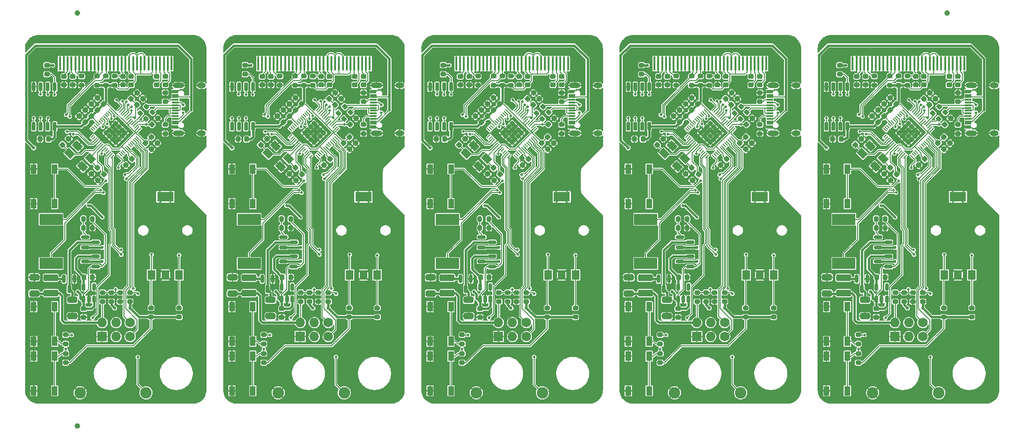
<source format=gtl>
%TF.GenerationSoftware,KiCad,Pcbnew,8.99.0-3110-g1838b2656d*%
%TF.CreationDate,2025-01-19T16:03:57+01:00*%
%TF.ProjectId,panel_1x5,70616e65-6c5f-4317-9835-2e6b69636164,1.2*%
%TF.SameCoordinates,PX2faf080PY29f6300*%
%TF.FileFunction,Copper,L1,Top*%
%TF.FilePolarity,Positive*%
%FSLAX46Y46*%
G04 Gerber Fmt 4.6, Leading zero omitted, Abs format (unit mm)*
G04 Created by KiCad (PCBNEW 8.99.0-3110-g1838b2656d) date 2025-01-19 16:03:57*
%MOMM*%
%LPD*%
G01*
G04 APERTURE LIST*
G04 Aperture macros list*
%AMRoundRect*
0 Rectangle with rounded corners*
0 $1 Rounding radius*
0 $2 $3 $4 $5 $6 $7 $8 $9 X,Y pos of 4 corners*
0 Add a 4 corners polygon primitive as box body*
4,1,4,$2,$3,$4,$5,$6,$7,$8,$9,$2,$3,0*
0 Add four circle primitives for the rounded corners*
1,1,$1+$1,$2,$3*
1,1,$1+$1,$4,$5*
1,1,$1+$1,$6,$7*
1,1,$1+$1,$8,$9*
0 Add four rect primitives between the rounded corners*
20,1,$1+$1,$2,$3,$4,$5,0*
20,1,$1+$1,$4,$5,$6,$7,0*
20,1,$1+$1,$6,$7,$8,$9,0*
20,1,$1+$1,$8,$9,$2,$3,0*%
%AMHorizOval*
0 Thick line with rounded ends*
0 $1 width*
0 $2 $3 position (X,Y) of the first rounded end (center of the circle)*
0 $4 $5 position (X,Y) of the second rounded end (center of the circle)*
0 Add line between two ends*
20,1,$1,$2,$3,$4,$5,0*
0 Add two circle primitives to create the rounded ends*
1,1,$1,$2,$3*
1,1,$1,$4,$5*%
%AMRotRect*
0 Rectangle, with rotation*
0 The origin of the aperture is its center*
0 $1 length*
0 $2 width*
0 $3 Rotation angle, in degrees counterclockwise*
0 Add horizontal line*
21,1,$1,$2,0,0,$3*%
G04 Aperture macros list end*
%TA.AperFunction,SMDPad,CuDef*%
%ADD10RotRect,1.600000X1.300000X135.000000*%
%TD*%
%TA.AperFunction,SMDPad,CuDef*%
%ADD11RoundRect,0.225000X0.335876X0.017678X0.017678X0.335876X-0.335876X-0.017678X-0.017678X-0.335876X0*%
%TD*%
%TA.AperFunction,SMDPad,CuDef*%
%ADD12RoundRect,0.225000X-0.250000X0.225000X-0.250000X-0.225000X0.250000X-0.225000X0.250000X0.225000X0*%
%TD*%
%TA.AperFunction,SMDPad,CuDef*%
%ADD13RoundRect,0.200000X-0.275000X0.200000X-0.275000X-0.200000X0.275000X-0.200000X0.275000X0.200000X0*%
%TD*%
%TA.AperFunction,SMDPad,CuDef*%
%ADD14RoundRect,0.225000X-0.335876X-0.017678X-0.017678X-0.335876X0.335876X0.017678X0.017678X0.335876X0*%
%TD*%
%TA.AperFunction,SMDPad,CuDef*%
%ADD15RoundRect,0.150000X0.150000X-0.512500X0.150000X0.512500X-0.150000X0.512500X-0.150000X-0.512500X0*%
%TD*%
%TA.AperFunction,SMDPad,CuDef*%
%ADD16R,1.000000X1.700000*%
%TD*%
%TA.AperFunction,SMDPad,CuDef*%
%ADD17RoundRect,0.200000X0.275000X-0.200000X0.275000X0.200000X-0.275000X0.200000X-0.275000X-0.200000X0*%
%TD*%
%TA.AperFunction,SMDPad,CuDef*%
%ADD18R,0.400000X2.540000*%
%TD*%
%TA.AperFunction,SMDPad,CuDef*%
%ADD19RoundRect,0.225000X0.017678X-0.335876X0.335876X-0.017678X-0.017678X0.335876X-0.335876X0.017678X0*%
%TD*%
%TA.AperFunction,ComponentPad*%
%ADD20O,1.727200X1.727200*%
%TD*%
%TA.AperFunction,ComponentPad*%
%ADD21R,1.727200X1.727200*%
%TD*%
%TA.AperFunction,ComponentPad*%
%ADD22C,1.727200*%
%TD*%
%TA.AperFunction,SMDPad,CuDef*%
%ADD23RoundRect,0.225000X-0.225000X-0.250000X0.225000X-0.250000X0.225000X0.250000X-0.225000X0.250000X0*%
%TD*%
%TA.AperFunction,SMDPad,CuDef*%
%ADD24RoundRect,0.150000X-0.150000X0.587500X-0.150000X-0.587500X0.150000X-0.587500X0.150000X0.587500X0*%
%TD*%
%TA.AperFunction,SMDPad,CuDef*%
%ADD25R,1.150000X0.300000*%
%TD*%
%TA.AperFunction,SMDPad,CuDef*%
%ADD26R,1.100000X0.300000*%
%TD*%
%TA.AperFunction,ComponentPad*%
%ADD27O,2.100000X1.000000*%
%TD*%
%TA.AperFunction,ComponentPad*%
%ADD28O,1.600000X1.000000*%
%TD*%
%TA.AperFunction,SMDPad,CuDef*%
%ADD29RoundRect,0.200000X-0.200000X-0.275000X0.200000X-0.275000X0.200000X0.275000X-0.200000X0.275000X0*%
%TD*%
%TA.AperFunction,SMDPad,CuDef*%
%ADD30C,1.000000*%
%TD*%
%TA.AperFunction,SMDPad,CuDef*%
%ADD31RoundRect,0.225000X0.250000X-0.225000X0.250000X0.225000X-0.250000X0.225000X-0.250000X-0.225000X0*%
%TD*%
%TA.AperFunction,SMDPad,CuDef*%
%ADD32R,4.200000X2.000000*%
%TD*%
%TA.AperFunction,SMDPad,CuDef*%
%ADD33RoundRect,0.150000X-0.587500X-0.150000X0.587500X-0.150000X0.587500X0.150000X-0.587500X0.150000X0*%
%TD*%
%TA.AperFunction,SMDPad,CuDef*%
%ADD34RoundRect,0.150000X0.587500X0.150000X-0.587500X0.150000X-0.587500X-0.150000X0.587500X-0.150000X0*%
%TD*%
%TA.AperFunction,SMDPad,CuDef*%
%ADD35RoundRect,0.200000X-0.053033X0.335876X-0.335876X0.053033X0.053033X-0.335876X0.335876X-0.053033X0*%
%TD*%
%TA.AperFunction,SMDPad,CuDef*%
%ADD36RoundRect,0.250000X-0.650000X0.325000X-0.650000X-0.325000X0.650000X-0.325000X0.650000X0.325000X0*%
%TD*%
%TA.AperFunction,SMDPad,CuDef*%
%ADD37R,1.400000X1.800000*%
%TD*%
%TA.AperFunction,SMDPad,CuDef*%
%ADD38R,3.000000X1.800000*%
%TD*%
%TA.AperFunction,SMDPad,CuDef*%
%ADD39RoundRect,0.250000X1.075000X-0.375000X1.075000X0.375000X-1.075000X0.375000X-1.075000X-0.375000X0*%
%TD*%
%TA.AperFunction,SMDPad,CuDef*%
%ADD40RoundRect,0.250000X0.650000X-0.325000X0.650000X0.325000X-0.650000X0.325000X-0.650000X-0.325000X0*%
%TD*%
%TA.AperFunction,SMDPad,CuDef*%
%ADD41RoundRect,0.225000X-0.017678X0.335876X-0.335876X0.017678X0.017678X-0.335876X0.335876X-0.017678X0*%
%TD*%
%TA.AperFunction,SMDPad,CuDef*%
%ADD42RoundRect,0.150000X-0.150000X0.650000X-0.150000X-0.650000X0.150000X-0.650000X0.150000X0.650000X0*%
%TD*%
%TA.AperFunction,SMDPad,CuDef*%
%ADD43HorizOval,0.200000X-0.238649X0.238649X0.238649X-0.238649X0*%
%TD*%
%TA.AperFunction,SMDPad,CuDef*%
%ADD44HorizOval,0.200000X-0.238649X-0.238649X0.238649X0.238649X0*%
%TD*%
%TA.AperFunction,SMDPad,CuDef*%
%ADD45RotRect,0.800000X0.800000X315.000000*%
%TD*%
%TA.AperFunction,SMDPad,CuDef*%
%ADD46C,2.082800*%
%TD*%
%TA.AperFunction,SMDPad,CuDef*%
%ADD47RoundRect,0.225000X0.225000X0.250000X-0.225000X0.250000X-0.225000X-0.250000X0.225000X-0.250000X0*%
%TD*%
%TA.AperFunction,SMDPad,CuDef*%
%ADD48RoundRect,0.200000X0.200000X0.275000X-0.200000X0.275000X-0.200000X-0.275000X0.200000X-0.275000X0*%
%TD*%
%TA.AperFunction,ViaPad*%
%ADD49C,0.500000*%
%TD*%
%TA.AperFunction,ViaPad*%
%ADD50C,0.600000*%
%TD*%
%TA.AperFunction,Conductor*%
%ADD51C,0.200000*%
%TD*%
%TA.AperFunction,Conductor*%
%ADD52C,0.400000*%
%TD*%
%TA.AperFunction,Conductor*%
%ADD53C,0.150000*%
%TD*%
%TA.AperFunction,Conductor*%
%ADD54C,0.300000*%
%TD*%
G04 APERTURE END LIST*
D10*
%TO.P,Y1,1,1*%
%TO.N,Net-(U4-XOUT)*%
X120373833Y-28959619D03*
%TO.P,Y1,2,2*%
%TO.N,GND*%
X118040381Y-26626167D03*
%TO.P,Y1,3,3*%
%TO.N,Net-(U4-XIN)*%
X116626167Y-28040381D03*
%TO.P,Y1,4,4*%
%TO.N,GND*%
X118959619Y-30373833D03*
%TD*%
D11*
%TO.P,C23,1*%
%TO.N,VCC*%
X12548008Y-21248008D03*
%TO.P,C23,2*%
%TO.N,GND*%
X11451992Y-20151992D03*
%TD*%
D12*
%TO.P,C7,1*%
%TO.N,USB_BUS_POWER*%
X83150000Y-56224999D03*
%TO.P,C7,2*%
%TO.N,GND*%
X83150000Y-57775001D03*
%TD*%
D13*
%TO.P,R19,1*%
%TO.N,ENC_B*%
X136500000Y-56075000D03*
%TO.P,R19,2*%
%TO.N,VCC*%
X136500000Y-57725000D03*
%TD*%
D14*
%TO.P,C11,1*%
%TO.N,VCC*%
X95451992Y-25051992D03*
%TO.P,C11,2*%
%TO.N,GND*%
X96548008Y-26148008D03*
%TD*%
D15*
%TO.P,U1,1,VIN*%
%TO.N,USB_BUS_POWER*%
X83150000Y-54537500D03*
%TO.P,U1,2,GND*%
%TO.N,GND*%
X84100000Y-54537500D03*
%TO.P,U1,3,EN*%
%TO.N,USB_BUS_POWER*%
X85050000Y-54537500D03*
%TO.P,U1,4,NC*%
%TO.N,unconnected-(U1-NC-Pad4)*%
X85050000Y-52262500D03*
%TO.P,U1,5,VOUT*%
%TO.N,/PSU/VREG_OUT*%
X83150000Y-52262500D03*
%TD*%
D13*
%TO.P,R3,1*%
%TO.N,/DMM Measure/MEASURE_VIN*%
X160200000Y-53275000D03*
%TO.P,R3,2*%
%TO.N,VCC*%
X160200000Y-54925000D03*
%TD*%
D16*
%TO.P,SW1,1,A*%
%TO.N,GND*%
X74100000Y-37150000D03*
X74100000Y-30850000D03*
%TO.P,SW1,2,B*%
%TO.N,BTN_FN*%
X77900000Y-37150000D03*
X77900000Y-30850000D03*
%TD*%
D17*
%TO.P,R11,1*%
%TO.N,GND*%
X134000000Y-24425000D03*
%TO.P,R11,2*%
%TO.N,Net-(J3-CC1)*%
X134000000Y-22775000D03*
%TD*%
D18*
%TO.P,OLEDM1,1,NC*%
%TO.N,unconnected-(OLEDM1-NC-Pad1)*%
X135150000Y-11700000D03*
%TO.P,OLEDM1,2,CAP2P*%
%TO.N,Net-(OLEDM1-CAP2P)*%
X134450000Y-11700000D03*
%TO.P,OLEDM1,3,CAP2N*%
%TO.N,Net-(OLEDM1-CAP2N)*%
X133750000Y-11700000D03*
%TO.P,OLEDM1,4,CAP1P*%
%TO.N,Net-(OLEDM1-CAP1P)*%
X133050000Y-11700000D03*
%TO.P,OLEDM1,5,CAP1N*%
%TO.N,Net-(OLEDM1-CAP1N)*%
X132350000Y-11700000D03*
%TO.P,OLEDM1,6,VBAT*%
%TO.N,VCC*%
X131650002Y-11700001D03*
%TO.P,OLEDM1,7,NC*%
%TO.N,unconnected-(OLEDM1-NC-Pad7)*%
X130949999Y-11700001D03*
%TO.P,OLEDM1,8,VSS*%
%TO.N,Net-(OLEDM1-BS0)*%
X130249998Y-11699998D03*
%TO.P,OLEDM1,9,VDD*%
%TO.N,VCC*%
X129550002Y-11700002D03*
%TO.P,OLEDM1,10,BS0*%
%TO.N,Net-(OLEDM1-BS0)*%
X128849998Y-11700000D03*
%TO.P,OLEDM1,11,BS1*%
%TO.N,VCC*%
X128149998Y-11700001D03*
%TO.P,OLEDM1,12,BS2*%
%TO.N,Net-(OLEDM1-BS0)*%
X127450001Y-11700000D03*
%TO.P,OLEDM1,13,CS#*%
%TO.N,GND*%
X126749998Y-11700000D03*
%TO.P,OLEDM1,14,RES#*%
%TO.N,Net-(OLEDM1-RES#)*%
X126050000Y-11699998D03*
%TO.P,OLEDM1,15,C/D#*%
%TO.N,GND*%
X125350000Y-11699999D03*
%TO.P,OLEDM1,16,R/W#*%
X124649998Y-11700000D03*
%TO.P,OLEDM1,17,E_RD#*%
X123950000Y-11699998D03*
%TO.P,OLEDM1,18,DB0*%
%TO.N,I2C1_SCL*%
X123250001Y-11699999D03*
%TO.P,OLEDM1,19,DB1*%
%TO.N,I2C1_SDA*%
X122550000Y-11700002D03*
%TO.P,OLEDM1,20,DB2*%
X121849999Y-11699998D03*
%TO.P,OLEDM1,21,DB3*%
%TO.N,GND*%
X121150002Y-11699999D03*
%TO.P,OLEDM1,22,DB4*%
X120449998Y-11700002D03*
%TO.P,OLEDM1,23,DB5*%
X119750001Y-11700001D03*
%TO.P,OLEDM1,24,DB6*%
X119050001Y-11699998D03*
%TO.P,OLEDM1,25,DB7*%
X118350000Y-11700002D03*
%TO.P,OLEDM1,26,IREF*%
%TO.N,Net-(OLEDM1-IREF)*%
X117650000Y-11700002D03*
%TO.P,OLEDM1,27,VCOMH*%
%TO.N,Net-(OLEDM1-VCOMH)*%
X116949998Y-11700000D03*
%TO.P,OLEDM1,28,VCC*%
%TO.N,Net-(OLEDM1-VCC)*%
X116250000Y-11700000D03*
%TO.P,OLEDM1,29,VLSS*%
%TO.N,GND*%
X115550000Y-11700000D03*
%TO.P,OLEDM1,30,NC*%
%TO.N,unconnected-(OLEDM1-NC-Pad30)*%
X114850002Y-11700001D03*
%TD*%
D19*
%TO.P,C20,1*%
%TO.N,+1V1*%
X59551992Y-22748008D03*
%TO.P,C20,2*%
%TO.N,GND*%
X60648008Y-21651992D03*
%TD*%
D13*
%TO.P,R3,1*%
%TO.N,/DMM Measure/MEASURE_VIN*%
X88200000Y-53275000D03*
%TO.P,R3,2*%
%TO.N,VCC*%
X88200000Y-54925000D03*
%TD*%
D20*
%TO.P,X1,1,VCC*%
%TO.N,SAO_VIN*%
X14520000Y-58750000D03*
D21*
%TO.P,X1,2,GND*%
%TO.N,GND*%
X14520000Y-61290000D03*
D20*
%TO.P,X1,3,SDA*%
%TO.N,I2C0_SDA*%
X17060000Y-58750000D03*
%TO.P,X1,4,SCL*%
%TO.N,I2C0_SCL*%
X17060000Y-61290000D03*
D22*
%TO.P,X1,5,GPIO1*%
%TO.N,SAO_GPIO1*%
X19600000Y-58750000D03*
%TO.P,X1,6,GPIO2*%
%TO.N,SAO_GPIO2*%
X19600000Y-61290000D03*
%TD*%
D11*
%TO.P,C24,1*%
%TO.N,VCC*%
X158748008Y-19048008D03*
%TO.P,C24,2*%
%TO.N,GND*%
X157651992Y-17951992D03*
%TD*%
D13*
%TO.P,R8,1*%
%TO.N,Net-(OLEDM1-IREF)*%
X118800000Y-13975000D03*
%TO.P,R8,2*%
%TO.N,GND*%
X118800000Y-15625000D03*
%TD*%
D11*
%TO.P,C23,1*%
%TO.N,VCC*%
X120548008Y-21248008D03*
%TO.P,C23,2*%
%TO.N,GND*%
X119451992Y-20151992D03*
%TD*%
D17*
%TO.P,R7,1*%
%TO.N,VCC*%
X159200000Y-15625000D03*
%TO.P,R7,2*%
%TO.N,I2C1_SCL*%
X159200000Y-13975000D03*
%TD*%
D23*
%TO.P,C9,1*%
%TO.N,/PSU/VREG_OUT*%
X155224999Y-50500000D03*
%TO.P,C9,2*%
%TO.N,GND*%
X156775001Y-50500000D03*
%TD*%
D24*
%TO.P,U2,1,GND*%
%TO.N,GND*%
X9505000Y-50802500D03*
%TO.P,U2,2,LX*%
%TO.N,Net-(U2-LX)*%
X7605001Y-50802499D03*
%TO.P,U2,3,VOUT*%
%TO.N,/PSU/BOOST_OUT*%
X8555000Y-52677500D03*
%TD*%
D17*
%TO.P,R2,1*%
%TO.N,SAO_VIN*%
X86600000Y-54925000D03*
%TO.P,R2,2*%
%TO.N,/DMM Measure/MEASURE_VIN*%
X86600000Y-53275000D03*
%TD*%
D11*
%TO.P,C23,1*%
%TO.N,VCC*%
X48548008Y-21248008D03*
%TO.P,C23,2*%
%TO.N,GND*%
X47451992Y-20151992D03*
%TD*%
D19*
%TO.P,C20,1*%
%TO.N,+1V1*%
X131551992Y-22748008D03*
%TO.P,C20,2*%
%TO.N,GND*%
X132648008Y-21651992D03*
%TD*%
D14*
%TO.P,C11,1*%
%TO.N,VCC*%
X23451992Y-25051992D03*
%TO.P,C11,2*%
%TO.N,GND*%
X24548008Y-26148008D03*
%TD*%
D13*
%TO.P,R4,1*%
%TO.N,/DMM Measure/MEASURE_VIN*%
X161800000Y-53275000D03*
%TO.P,R4,2*%
%TO.N,GND*%
X161800000Y-54925000D03*
%TD*%
D17*
%TO.P,R7,1*%
%TO.N,VCC*%
X87200000Y-15625000D03*
%TO.P,R7,2*%
%TO.N,I2C1_SCL*%
X87200000Y-13975000D03*
%TD*%
D25*
%TO.P,J3,A1,GND*%
%TO.N,GND*%
X63830000Y-23349999D03*
%TO.P,J3,A4,VBUS*%
%TO.N,USB_BUS_POWER*%
X63830000Y-22550000D03*
%TO.P,J3,A5,CC1*%
%TO.N,Net-(J3-CC1)*%
X63830000Y-21250001D03*
%TO.P,J3,A6,D+*%
%TO.N,/RP2040/USB_D+*%
X63830000Y-20249999D03*
%TO.P,J3,A7,D-*%
%TO.N,/RP2040/USB_D-*%
X63830000Y-19749999D03*
%TO.P,J3,A8,SBU1*%
%TO.N,/RP2040/SBU1*%
X63829999Y-18750000D03*
%TO.P,J3,A9,VBUS*%
%TO.N,USB_BUS_POWER*%
X63830000Y-17450000D03*
%TO.P,J3,A12,GND*%
%TO.N,GND*%
X63830000Y-16649999D03*
D26*
%TO.P,J3,B1,GND*%
X63805000Y-16950000D03*
D25*
%TO.P,J3,B4,VBUS*%
%TO.N,USB_BUS_POWER*%
X63829999Y-17749999D03*
%TO.P,J3,B5,CC2*%
%TO.N,Net-(J3-CC2)*%
X63830000Y-18250000D03*
%TO.P,J3,B6,D+*%
%TO.N,/RP2040/USB_D+*%
X63830001Y-19250000D03*
%TO.P,J3,B7,D-*%
%TO.N,/RP2040/USB_D-*%
X63830000Y-20750000D03*
%TO.P,J3,B8,SBU2*%
%TO.N,/RP2040/SBU2*%
X63830001Y-21749999D03*
%TO.P,J3,B9,VBUS*%
%TO.N,USB_BUS_POWER*%
X63830001Y-22250001D03*
D26*
%TO.P,J3,B12,GND*%
%TO.N,GND*%
X63805000Y-23050001D03*
D27*
%TO.P,J3,S1,SHIELD*%
X64395000Y-24320002D03*
D28*
X68575000Y-24320001D03*
D27*
X64394998Y-15680000D03*
D28*
X68575000Y-15680000D03*
%TD*%
D19*
%TO.P,C18,1*%
%TO.N,+1V1*%
X128825000Y-19175000D03*
%TO.P,C18,2*%
%TO.N,GND*%
X129921016Y-18078984D03*
%TD*%
D23*
%TO.P,C9,1*%
%TO.N,/PSU/VREG_OUT*%
X11224999Y-50500000D03*
%TO.P,C9,2*%
%TO.N,GND*%
X12775001Y-50500000D03*
%TD*%
D11*
%TO.P,C23,1*%
%TO.N,VCC*%
X84548008Y-21248008D03*
%TO.P,C23,2*%
%TO.N,GND*%
X83451992Y-20151992D03*
%TD*%
D29*
%TO.P,R10,1*%
%TO.N,Net-(Q2-G)*%
X119125000Y-41550000D03*
%TO.P,R10,2*%
%TO.N,GND*%
X120775000Y-41550000D03*
%TD*%
D11*
%TO.P,C17,1*%
%TO.N,VCC*%
X155448008Y-22348008D03*
%TO.P,C17,2*%
%TO.N,GND*%
X154351992Y-21251992D03*
%TD*%
D13*
%TO.P,R19,1*%
%TO.N,ENC_B*%
X28500000Y-56075000D03*
%TO.P,R19,2*%
%TO.N,VCC*%
X28500000Y-57725000D03*
%TD*%
D29*
%TO.P,R10,1*%
%TO.N,Net-(Q2-G)*%
X155125000Y-41550000D03*
%TO.P,R10,2*%
%TO.N,GND*%
X156775000Y-41550000D03*
%TD*%
D30*
%TO.P,REF\u002A\u002A,*%
%TO.N,*%
X10000000Y-77500000D03*
%TD*%
D10*
%TO.P,Y1,1,1*%
%TO.N,Net-(U4-XOUT)*%
X48373833Y-28959619D03*
%TO.P,Y1,2,2*%
%TO.N,GND*%
X46040381Y-26626167D03*
%TO.P,Y1,3,3*%
%TO.N,Net-(U4-XIN)*%
X44626167Y-28040381D03*
%TO.P,Y1,4,4*%
%TO.N,GND*%
X46959619Y-30373833D03*
%TD*%
D11*
%TO.P,C16,1*%
%TO.N,VCC*%
X85648008Y-20148008D03*
%TO.P,C16,2*%
%TO.N,GND*%
X84551992Y-19051992D03*
%TD*%
D15*
%TO.P,U1,1,VIN*%
%TO.N,USB_BUS_POWER*%
X11150000Y-54537500D03*
%TO.P,U1,2,GND*%
%TO.N,GND*%
X12100000Y-54537500D03*
%TO.P,U1,3,EN*%
%TO.N,USB_BUS_POWER*%
X13050000Y-54537500D03*
%TO.P,U1,4,NC*%
%TO.N,unconnected-(U1-NC-Pad4)*%
X13050000Y-52262500D03*
%TO.P,U1,5,VOUT*%
%TO.N,/PSU/VREG_OUT*%
X11150000Y-52262500D03*
%TD*%
D31*
%TO.P,C1,1*%
%TO.N,Net-(OLEDM1-CAP2P)*%
X134000000Y-15575001D03*
%TO.P,C1,2*%
%TO.N,Net-(OLEDM1-CAP2N)*%
X134000000Y-14024999D03*
%TD*%
%TO.P,C1,1*%
%TO.N,Net-(OLEDM1-CAP2P)*%
X26000000Y-15575001D03*
%TO.P,C1,2*%
%TO.N,Net-(OLEDM1-CAP2N)*%
X26000000Y-14024999D03*
%TD*%
D17*
%TO.P,R16,1*%
%TO.N,VCC*%
X43900000Y-66025000D03*
%TO.P,R16,2*%
%TO.N,/RP2040/~{RESET}*%
X43900000Y-64375000D03*
%TD*%
D18*
%TO.P,OLEDM1,1,NC*%
%TO.N,unconnected-(OLEDM1-NC-Pad1)*%
X63150000Y-11700000D03*
%TO.P,OLEDM1,2,CAP2P*%
%TO.N,Net-(OLEDM1-CAP2P)*%
X62450000Y-11700000D03*
%TO.P,OLEDM1,3,CAP2N*%
%TO.N,Net-(OLEDM1-CAP2N)*%
X61750000Y-11700000D03*
%TO.P,OLEDM1,4,CAP1P*%
%TO.N,Net-(OLEDM1-CAP1P)*%
X61050000Y-11700000D03*
%TO.P,OLEDM1,5,CAP1N*%
%TO.N,Net-(OLEDM1-CAP1N)*%
X60350000Y-11700000D03*
%TO.P,OLEDM1,6,VBAT*%
%TO.N,VCC*%
X59650002Y-11700001D03*
%TO.P,OLEDM1,7,NC*%
%TO.N,unconnected-(OLEDM1-NC-Pad7)*%
X58949999Y-11700001D03*
%TO.P,OLEDM1,8,VSS*%
%TO.N,Net-(OLEDM1-BS0)*%
X58249998Y-11699998D03*
%TO.P,OLEDM1,9,VDD*%
%TO.N,VCC*%
X57550002Y-11700002D03*
%TO.P,OLEDM1,10,BS0*%
%TO.N,Net-(OLEDM1-BS0)*%
X56849998Y-11700000D03*
%TO.P,OLEDM1,11,BS1*%
%TO.N,VCC*%
X56149998Y-11700001D03*
%TO.P,OLEDM1,12,BS2*%
%TO.N,Net-(OLEDM1-BS0)*%
X55450001Y-11700000D03*
%TO.P,OLEDM1,13,CS#*%
%TO.N,GND*%
X54749998Y-11700000D03*
%TO.P,OLEDM1,14,RES#*%
%TO.N,Net-(OLEDM1-RES#)*%
X54050000Y-11699998D03*
%TO.P,OLEDM1,15,C/D#*%
%TO.N,GND*%
X53350000Y-11699999D03*
%TO.P,OLEDM1,16,R/W#*%
X52649998Y-11700000D03*
%TO.P,OLEDM1,17,E_RD#*%
X51950000Y-11699998D03*
%TO.P,OLEDM1,18,DB0*%
%TO.N,I2C1_SCL*%
X51250001Y-11699999D03*
%TO.P,OLEDM1,19,DB1*%
%TO.N,I2C1_SDA*%
X50550000Y-11700002D03*
%TO.P,OLEDM1,20,DB2*%
X49849999Y-11699998D03*
%TO.P,OLEDM1,21,DB3*%
%TO.N,GND*%
X49150002Y-11699999D03*
%TO.P,OLEDM1,22,DB4*%
X48449998Y-11700002D03*
%TO.P,OLEDM1,23,DB5*%
X47750001Y-11700001D03*
%TO.P,OLEDM1,24,DB6*%
X47050001Y-11699998D03*
%TO.P,OLEDM1,25,DB7*%
X46350000Y-11700002D03*
%TO.P,OLEDM1,26,IREF*%
%TO.N,Net-(OLEDM1-IREF)*%
X45650000Y-11700002D03*
%TO.P,OLEDM1,27,VCOMH*%
%TO.N,Net-(OLEDM1-VCOMH)*%
X44949998Y-11700000D03*
%TO.P,OLEDM1,28,VCC*%
%TO.N,Net-(OLEDM1-VCC)*%
X44250000Y-11700000D03*
%TO.P,OLEDM1,29,VLSS*%
%TO.N,GND*%
X43550000Y-11700000D03*
%TO.P,OLEDM1,30,NC*%
%TO.N,unconnected-(OLEDM1-NC-Pad30)*%
X42850002Y-11700001D03*
%TD*%
D12*
%TO.P,C4,1*%
%TO.N,Net-(OLEDM1-VCC)*%
X43600000Y-14024999D03*
%TO.P,C4,2*%
%TO.N,GND*%
X43600000Y-15575001D03*
%TD*%
%TO.P,C6,1*%
%TO.N,Net-(OLEDM1-VCOMH)*%
X153200000Y-14024999D03*
%TO.P,C6,2*%
%TO.N,GND*%
X153200000Y-15575001D03*
%TD*%
D11*
%TO.P,C16,1*%
%TO.N,VCC*%
X49648008Y-20148008D03*
%TO.P,C16,2*%
%TO.N,GND*%
X48551992Y-19051992D03*
%TD*%
%TO.P,C16,1*%
%TO.N,VCC*%
X13648008Y-20148008D03*
%TO.P,C16,2*%
%TO.N,GND*%
X12551992Y-19051992D03*
%TD*%
D32*
%TO.P,LS1,1,1*%
%TO.N,/RP2040/SPI_COPI{slash}G7*%
X113250000Y-48000000D03*
%TO.P,LS1,2,2*%
%TO.N,/RP2040/SPI_SCK{slash}G6*%
X113250000Y-40000000D03*
%TD*%
D17*
%TO.P,R2,1*%
%TO.N,SAO_VIN*%
X14600000Y-54925000D03*
%TO.P,R2,2*%
%TO.N,/DMM Measure/MEASURE_VIN*%
X14600000Y-53275000D03*
%TD*%
D33*
%TO.P,Q2,1,G*%
%TO.N,Net-(Q2-G)*%
X11462499Y-43200004D03*
%TO.P,Q2,2,S*%
%TO.N,VCC*%
X11462499Y-45100002D03*
%TO.P,Q2,3,D*%
%TO.N,/PSU/BOOST_OUT*%
X13337500Y-44150003D03*
%TD*%
D23*
%TO.P,C9,1*%
%TO.N,/PSU/VREG_OUT*%
X47224999Y-50500000D03*
%TO.P,C9,2*%
%TO.N,GND*%
X48775001Y-50500000D03*
%TD*%
D30*
%TO.P,REF\u002A\u002A,*%
%TO.N,*%
X10000000Y-2500000D03*
%TD*%
D17*
%TO.P,R6,1*%
%TO.N,VCC*%
X49600000Y-15625000D03*
%TO.P,R6,2*%
%TO.N,I2C1_SDA*%
X49600000Y-13975000D03*
%TD*%
D19*
%TO.P,C22,1*%
%TO.N,GND*%
X12551992Y-31748008D03*
%TO.P,C22,2*%
%TO.N,Net-(U4-XOUT)*%
X13648008Y-30651992D03*
%TD*%
%TO.P,C20,1*%
%TO.N,+1V1*%
X167551992Y-22748008D03*
%TO.P,C20,2*%
%TO.N,GND*%
X168648008Y-21651992D03*
%TD*%
D34*
%TO.P,Q1,1,G*%
%TO.N,USB_BUS_POWER*%
X49337502Y-48599997D03*
%TO.P,Q1,2,S*%
%TO.N,/PSU/VREG_OUT*%
X49337501Y-46700001D03*
%TO.P,Q1,3,D*%
%TO.N,VCC*%
X47462500Y-47650000D03*
%TD*%
D35*
%TO.P,R15,1*%
%TO.N,/RP2040/USB_D+*%
X130583363Y-19516637D03*
%TO.P,R15,2*%
%TO.N,/RP2040/D+*%
X129416637Y-20683363D03*
%TD*%
D36*
%TO.P,C10,1*%
%TO.N,/PSU/BOOST_OUT*%
X45100000Y-54625000D03*
%TO.P,C10,2*%
%TO.N,GND*%
X45100000Y-57575000D03*
%TD*%
D15*
%TO.P,U1,1,VIN*%
%TO.N,USB_BUS_POWER*%
X155150000Y-54537500D03*
%TO.P,U1,2,GND*%
%TO.N,GND*%
X156100000Y-54537500D03*
%TO.P,U1,3,EN*%
%TO.N,USB_BUS_POWER*%
X157050000Y-54537500D03*
%TO.P,U1,4,NC*%
%TO.N,unconnected-(U1-NC-Pad4)*%
X157050000Y-52262500D03*
%TO.P,U1,5,VOUT*%
%TO.N,/PSU/VREG_OUT*%
X155150000Y-52262500D03*
%TD*%
D17*
%TO.P,R11,1*%
%TO.N,GND*%
X26000000Y-24425000D03*
%TO.P,R11,2*%
%TO.N,Net-(J3-CC1)*%
X26000000Y-22775000D03*
%TD*%
%TO.P,R11,1*%
%TO.N,GND*%
X98000000Y-24425000D03*
%TO.P,R11,2*%
%TO.N,Net-(J3-CC1)*%
X98000000Y-22775000D03*
%TD*%
D37*
%TO.P,SW2,A,A*%
%TO.N,ENC_A*%
X23500000Y-50100000D03*
%TO.P,SW2,B,B*%
%TO.N,ENC_B*%
X28500000Y-50100000D03*
D38*
%TO.P,SW2,C,C*%
%TO.N,GND*%
X26000000Y-35900000D03*
D37*
X26000000Y-50100000D03*
%TD*%
D13*
%TO.P,R12,1*%
%TO.N,GND*%
X98000000Y-16975000D03*
%TO.P,R12,2*%
%TO.N,Net-(J3-CC2)*%
X98000000Y-18625000D03*
%TD*%
D35*
%TO.P,R14,1*%
%TO.N,/RP2040/USB_D-*%
X59633363Y-20566637D03*
%TO.P,R14,2*%
%TO.N,/RP2040/D-*%
X58466637Y-21733363D03*
%TD*%
D14*
%TO.P,C11,1*%
%TO.N,VCC*%
X59451992Y-25051992D03*
%TO.P,C11,2*%
%TO.N,GND*%
X60548008Y-26148008D03*
%TD*%
%TO.P,C12,1*%
%TO.N,VCC*%
X58351992Y-26151992D03*
%TO.P,C12,2*%
%TO.N,GND*%
X59448008Y-27248008D03*
%TD*%
D34*
%TO.P,Q1,1,G*%
%TO.N,USB_BUS_POWER*%
X157337502Y-48599997D03*
%TO.P,Q1,2,S*%
%TO.N,/PSU/VREG_OUT*%
X157337501Y-46700001D03*
%TO.P,Q1,3,D*%
%TO.N,VCC*%
X155462500Y-47650000D03*
%TD*%
D17*
%TO.P,R16,1*%
%TO.N,VCC*%
X79900000Y-66025000D03*
%TO.P,R16,2*%
%TO.N,/RP2040/~{RESET}*%
X79900000Y-64375000D03*
%TD*%
D10*
%TO.P,Y1,1,1*%
%TO.N,Net-(U4-XOUT)*%
X84373833Y-28959619D03*
%TO.P,Y1,2,2*%
%TO.N,GND*%
X82040381Y-26626167D03*
%TO.P,Y1,3,3*%
%TO.N,Net-(U4-XIN)*%
X80626167Y-28040381D03*
%TO.P,Y1,4,4*%
%TO.N,GND*%
X82959619Y-30373833D03*
%TD*%
D17*
%TO.P,R13,1*%
%TO.N,/RP2040/~{BOOT}*%
X79900000Y-62625000D03*
%TO.P,R13,2*%
%TO.N,/RP2040/QSPI-~{CS}*%
X79900000Y-60975000D03*
%TD*%
D12*
%TO.P,C7,1*%
%TO.N,USB_BUS_POWER*%
X47150000Y-56224999D03*
%TO.P,C7,2*%
%TO.N,GND*%
X47150000Y-57775001D03*
%TD*%
D39*
%TO.P,L1,1,1*%
%TO.N,SAO_VIN*%
X77200000Y-53400000D03*
%TO.P,L1,2,2*%
%TO.N,Net-(U2-LX)*%
X77200000Y-50600000D03*
%TD*%
D31*
%TO.P,C1,1*%
%TO.N,Net-(OLEDM1-CAP2P)*%
X62000000Y-15575001D03*
%TO.P,C1,2*%
%TO.N,Net-(OLEDM1-CAP2N)*%
X62000000Y-14024999D03*
%TD*%
D12*
%TO.P,C4,1*%
%TO.N,Net-(OLEDM1-VCC)*%
X151600000Y-14024999D03*
%TO.P,C4,2*%
%TO.N,GND*%
X151600000Y-15575001D03*
%TD*%
D40*
%TO.P,C8,1*%
%TO.N,SAO_VIN*%
X146200000Y-53475000D03*
%TO.P,C8,2*%
%TO.N,GND*%
X146200000Y-50525000D03*
%TD*%
D23*
%TO.P,C9,1*%
%TO.N,/PSU/VREG_OUT*%
X83224999Y-50500000D03*
%TO.P,C9,2*%
%TO.N,GND*%
X84775001Y-50500000D03*
%TD*%
D11*
%TO.P,C24,1*%
%TO.N,VCC*%
X50748008Y-19048008D03*
%TO.P,C24,2*%
%TO.N,GND*%
X49651992Y-17951992D03*
%TD*%
D17*
%TO.P,R6,1*%
%TO.N,VCC*%
X121600000Y-15625000D03*
%TO.P,R6,2*%
%TO.N,I2C1_SDA*%
X121600000Y-13975000D03*
%TD*%
D41*
%TO.P,C14,1*%
%TO.N,VCC*%
X55948008Y-29051992D03*
%TO.P,C14,2*%
%TO.N,GND*%
X54851992Y-30148008D03*
%TD*%
%TO.P,C15,1*%
%TO.N,VCC*%
X86848008Y-31851992D03*
%TO.P,C15,2*%
%TO.N,GND*%
X85751992Y-32948008D03*
%TD*%
D24*
%TO.P,U2,1,GND*%
%TO.N,GND*%
X153505000Y-50802500D03*
%TO.P,U2,2,LX*%
%TO.N,Net-(U2-LX)*%
X151605001Y-50802499D03*
%TO.P,U2,3,VOUT*%
%TO.N,/PSU/BOOST_OUT*%
X152555000Y-52677500D03*
%TD*%
D19*
%TO.P,C19,1*%
%TO.N,+1V1*%
X19775000Y-18125000D03*
%TO.P,C19,2*%
%TO.N,GND*%
X20871016Y-17028984D03*
%TD*%
D34*
%TO.P,Q1,1,G*%
%TO.N,USB_BUS_POWER*%
X13337502Y-48599997D03*
%TO.P,Q1,2,S*%
%TO.N,/PSU/VREG_OUT*%
X13337501Y-46700001D03*
%TO.P,Q1,3,D*%
%TO.N,VCC*%
X11462500Y-47650000D03*
%TD*%
D42*
%TO.P,U3,1,~{CS}*%
%TO.N,/RP2040/QSPI-~{CS}*%
X113905000Y-15900003D03*
%TO.P,U3,2,DO(IO1)*%
%TO.N,/RP2040/QSPI-1*%
X112635000Y-15900000D03*
%TO.P,U3,3,IO2*%
%TO.N,/RP2040/QSPI-2*%
X111365000Y-15900000D03*
%TO.P,U3,4,GND*%
%TO.N,GND*%
X110095001Y-15899999D03*
%TO.P,U3,5,DI(IO0)*%
%TO.N,/RP2040/QSPI-0*%
X110095000Y-23099997D03*
%TO.P,U3,6,CLK*%
%TO.N,/RP2040/QSPI-CLK*%
X111365000Y-23100000D03*
%TO.P,U3,7,IO3*%
%TO.N,/RP2040/QSPI-3*%
X112635000Y-23100000D03*
%TO.P,U3,8,VCC*%
%TO.N,VCC*%
X113904999Y-23100001D03*
%TD*%
D16*
%TO.P,SW3,1,A*%
%TO.N,GND*%
X146100000Y-71150000D03*
X146100000Y-64850000D03*
%TO.P,SW3,2,B*%
%TO.N,/RP2040/~{RESET}*%
X149900000Y-71150000D03*
X149900000Y-64850000D03*
%TD*%
D10*
%TO.P,Y1,1,1*%
%TO.N,Net-(U4-XOUT)*%
X156373833Y-28959619D03*
%TO.P,Y1,2,2*%
%TO.N,GND*%
X154040381Y-26626167D03*
%TO.P,Y1,3,3*%
%TO.N,Net-(U4-XIN)*%
X152626167Y-28040381D03*
%TO.P,Y1,4,4*%
%TO.N,GND*%
X154959619Y-30373833D03*
%TD*%
D17*
%TO.P,R13,1*%
%TO.N,/RP2040/~{BOOT}*%
X43900000Y-62625000D03*
%TO.P,R13,2*%
%TO.N,/RP2040/QSPI-~{CS}*%
X43900000Y-60975000D03*
%TD*%
D33*
%TO.P,Q2,1,G*%
%TO.N,Net-(Q2-G)*%
X119462499Y-43200004D03*
%TO.P,Q2,2,S*%
%TO.N,VCC*%
X119462499Y-45100002D03*
%TO.P,Q2,3,D*%
%TO.N,/PSU/BOOST_OUT*%
X121337500Y-44150003D03*
%TD*%
D16*
%TO.P,SW1,1,A*%
%TO.N,GND*%
X110100000Y-37150000D03*
X110100000Y-30850000D03*
%TO.P,SW1,2,B*%
%TO.N,BTN_FN*%
X113900000Y-37150000D03*
X113900000Y-30850000D03*
%TD*%
D11*
%TO.P,C16,1*%
%TO.N,VCC*%
X121648008Y-20148008D03*
%TO.P,C16,2*%
%TO.N,GND*%
X120551992Y-19051992D03*
%TD*%
%TO.P,C17,1*%
%TO.N,VCC*%
X47448008Y-22348008D03*
%TO.P,C17,2*%
%TO.N,GND*%
X46351992Y-21251992D03*
%TD*%
D14*
%TO.P,C12,1*%
%TO.N,VCC*%
X22351992Y-26151992D03*
%TO.P,C12,2*%
%TO.N,GND*%
X23448008Y-27248008D03*
%TD*%
D11*
%TO.P,C17,1*%
%TO.N,VCC*%
X119448008Y-22348008D03*
%TO.P,C17,2*%
%TO.N,GND*%
X118351992Y-21251992D03*
%TD*%
D19*
%TO.P,C18,1*%
%TO.N,+1V1*%
X164825000Y-19175000D03*
%TO.P,C18,2*%
%TO.N,GND*%
X165921016Y-18078984D03*
%TD*%
D43*
%TO.P,U4,1,IOVDD*%
%TO.N,VCC*%
X88407797Y-20030841D03*
%TO.P,U4,2,GPIO0*%
%TO.N,/RP2040/SBU1*%
X88124956Y-20313685D03*
%TO.P,U4,3,GPIO1*%
%TO.N,/RP2040/SBU2*%
X87842112Y-20596528D03*
%TO.P,U4,4,GPIO2*%
%TO.N,/RP2040/CTS1{slash}AUD_LRCLK*%
X87559270Y-20879371D03*
%TO.P,U4,5,GPIO3*%
%TO.N,/RP2040/RTS1{slash}AUD_BCLK*%
X87276427Y-21162214D03*
%TO.P,U4,6,GPIO4*%
%TO.N,I2C0_SDA*%
X86993584Y-21445056D03*
%TO.P,U4,7,GPIO5*%
%TO.N,I2C0_SCL*%
X86710743Y-21727898D03*
%TO.P,U4,8,GPIO6*%
%TO.N,/RP2040/D0*%
X86427900Y-22010743D03*
%TO.P,U4,9,GPIO7*%
%TO.N,/RP2040/D1*%
X86145055Y-22293583D03*
%TO.P,U4,10,IOVDD*%
%TO.N,VCC*%
X85862214Y-22576427D03*
%TO.P,U4,11,GPIO8*%
%TO.N,/RP2040/I2C_~{INT}{slash}TX2*%
X85579371Y-22859269D03*
%TO.P,U4,12,GPIO9*%
%TO.N,/RP2040/SPI_~{CS1}{slash}SDIO_DAT3{slash}RX2*%
X85296529Y-23142111D03*
%TO.P,U4,13,GPIO10*%
%TO.N,/RP2040/SDIO_DAT2{slash}AUD_OUT*%
X85013683Y-23424956D03*
%TO.P,U4,14,GPIO11*%
%TO.N,/RP2040/SDIO_DAT1{slash}AUD_IN*%
X84730840Y-23707797D03*
D44*
%TO.P,U4,15,GPIO12*%
%TO.N,/RP2040/SPI_CIPO1{slash}SDIO_DAT0*%
X84730841Y-24892203D03*
%TO.P,U4,16,GPIO13*%
%TO.N,/RP2040/PWM0*%
X85013685Y-25175044D03*
%TO.P,U4,17,GPIO14*%
%TO.N,I2C1_SDA*%
X85296528Y-25457888D03*
%TO.P,U4,18,GPIO15*%
%TO.N,I2C1_SCL*%
X85579371Y-25740730D03*
%TO.P,U4,19,TESTEN*%
%TO.N,GND*%
X85862214Y-26023573D03*
%TO.P,U4,20,XIN*%
%TO.N,Net-(U4-XIN)*%
X86145056Y-26306416D03*
%TO.P,U4,21,XOUT*%
%TO.N,Net-(U4-XOUT)*%
X86427898Y-26589257D03*
%TO.P,U4,22,IOVDD*%
%TO.N,VCC*%
X86710743Y-26872100D03*
%TO.P,U4,23,DVDD*%
%TO.N,+1V1*%
X86993583Y-27154945D03*
%TO.P,U4,24,SWCLK*%
%TO.N,/RP2040/SWDCLK*%
X87276427Y-27437786D03*
%TO.P,U4,25,SWDIO*%
%TO.N,/RP2040/SWDIO*%
X87559269Y-27720629D03*
%TO.P,U4,26,RUN*%
%TO.N,/RP2040/~{RESET}*%
X87842111Y-28003471D03*
%TO.P,U4,27,GPIO16*%
%TO.N,ENC_A*%
X88124956Y-28286317D03*
%TO.P,U4,28,GPIO17*%
%TO.N,ENC_B*%
X88407797Y-28569160D03*
D43*
%TO.P,U4,29,GPIO18*%
%TO.N,BTN_FN*%
X89592203Y-28569159D03*
%TO.P,U4,30,GPIO19*%
%TO.N,/RP2040/G3*%
X89875044Y-28286315D03*
%TO.P,U4,31,GPIO20*%
%TO.N,/RP2040/SPI_CIPO{slash}G4*%
X90157888Y-28003472D03*
%TO.P,U4,32,GPIO21*%
%TO.N,/RP2040/SPI_~{CS}{slash}G5*%
X90440730Y-27720629D03*
%TO.P,U4,33,IOVDD*%
%TO.N,VCC*%
X90723573Y-27437786D03*
%TO.P,U4,34,GPIO22*%
%TO.N,/RP2040/SPI_SCK{slash}G6*%
X91006416Y-27154944D03*
%TO.P,U4,35,GPIO23*%
%TO.N,/RP2040/SPI_COPI{slash}G7*%
X91289257Y-26872102D03*
%TO.P,U4,36,GPIO24*%
%TO.N,/RP2040/PWM1{slash}AUD_MCLK*%
X91572100Y-26589257D03*
%TO.P,U4,37,GPIO25*%
%TO.N,unconnected-(U4-GPIO25-Pad37)*%
X91854945Y-26306417D03*
%TO.P,U4,38,GPIO26*%
%TO.N,SAO_GPIO1*%
X92137786Y-26023573D03*
%TO.P,U4,39,GPIO27*%
%TO.N,SAO_GPIO2*%
X92420629Y-25740731D03*
%TO.P,U4,40,GPIO28*%
%TO.N,/DMM Measure/MEASURE_RES*%
X92703471Y-25457889D03*
%TO.P,U4,41,GPIO29*%
%TO.N,/DMM Measure/MEASURE_VIN*%
X92986317Y-25175044D03*
%TO.P,U4,42,IOVDD*%
%TO.N,VCC*%
X93269160Y-24892203D03*
D44*
%TO.P,U4,43,ADC_AVDD*%
X93269159Y-23707797D03*
%TO.P,U4,44,VREG_VIN*%
X92986315Y-23424956D03*
%TO.P,U4,45,VREG_VOUT*%
%TO.N,+1V1*%
X92703472Y-23142112D03*
%TO.P,U4,46,USB_D-*%
%TO.N,/RP2040/D-*%
X92420629Y-22859270D03*
%TO.P,U4,47,USB_D+*%
%TO.N,/RP2040/D+*%
X92137786Y-22576427D03*
%TO.P,U4,48,USB_VDD*%
%TO.N,VCC*%
X91854944Y-22293584D03*
%TO.P,U4,49,IOVDD*%
X91572102Y-22010743D03*
%TO.P,U4,50,DVDD*%
%TO.N,+1V1*%
X91289257Y-21727900D03*
%TO.P,U4,51,QSPI_SD3*%
%TO.N,/RP2040/QSPI-3*%
X91006417Y-21445055D03*
%TO.P,U4,52,QSPI_SCLK*%
%TO.N,/RP2040/QSPI-CLK*%
X90723573Y-21162214D03*
%TO.P,U4,53,QSPI_SD0*%
%TO.N,/RP2040/QSPI-0*%
X90440731Y-20879371D03*
%TO.P,U4,54,QSPI_SD2*%
%TO.N,/RP2040/QSPI-2*%
X90157889Y-20596529D03*
%TO.P,U4,55,QSPI_SD1*%
%TO.N,/RP2040/QSPI-1*%
X89875044Y-20313683D03*
%TO.P,U4,56,~{QSPI_CS}*%
%TO.N,/RP2040/QSPI-~{CS}*%
X89592203Y-20030840D03*
D45*
%TO.P,U4,57,GND*%
%TO.N,GND*%
X88434312Y-23168627D03*
X87868628Y-23734314D03*
X87302943Y-24299999D03*
X89000001Y-22602943D03*
X89565686Y-23168628D03*
X89000000Y-23734315D03*
X88434315Y-24300000D03*
X87868627Y-24865688D03*
X90131373Y-23734312D03*
X89565685Y-24300000D03*
X89000000Y-24865685D03*
X88434314Y-25431372D03*
X88999999Y-25997057D03*
X90697057Y-24300001D03*
X90131372Y-24865686D03*
X89565688Y-25431373D03*
%TD*%
D13*
%TO.P,R17,1*%
%TO.N,VCC*%
X4500000Y-11975000D03*
%TO.P,R17,2*%
%TO.N,/RP2040/QSPI-~{CS}*%
X4500000Y-13625000D03*
%TD*%
%TO.P,R12,1*%
%TO.N,GND*%
X26000000Y-16975000D03*
%TO.P,R12,2*%
%TO.N,Net-(J3-CC2)*%
X26000000Y-18625000D03*
%TD*%
%TO.P,R8,1*%
%TO.N,Net-(OLEDM1-IREF)*%
X10800000Y-13975000D03*
%TO.P,R8,2*%
%TO.N,GND*%
X10800000Y-15625000D03*
%TD*%
D19*
%TO.P,C20,1*%
%TO.N,+1V1*%
X23551992Y-22748008D03*
%TO.P,C20,2*%
%TO.N,GND*%
X24648008Y-21651992D03*
%TD*%
D13*
%TO.P,R3,1*%
%TO.N,/DMM Measure/MEASURE_VIN*%
X124200000Y-53275000D03*
%TO.P,R3,2*%
%TO.N,VCC*%
X124200000Y-54925000D03*
%TD*%
D31*
%TO.P,C3,1*%
%TO.N,VCC*%
X19800000Y-15575001D03*
%TO.P,C3,2*%
%TO.N,Net-(OLEDM1-BS0)*%
X19800000Y-14024999D03*
%TD*%
D33*
%TO.P,Q2,1,G*%
%TO.N,Net-(Q2-G)*%
X155462499Y-43200004D03*
%TO.P,Q2,2,S*%
%TO.N,VCC*%
X155462499Y-45100002D03*
%TO.P,Q2,3,D*%
%TO.N,/PSU/BOOST_OUT*%
X157337500Y-44150003D03*
%TD*%
D17*
%TO.P,R1,1*%
%TO.N,VCC*%
X127600000Y-54925000D03*
%TO.P,R1,2*%
%TO.N,/DMM Measure/MEASURE_RES*%
X127600000Y-53275000D03*
%TD*%
%TO.P,R7,1*%
%TO.N,VCC*%
X51200000Y-15625000D03*
%TO.P,R7,2*%
%TO.N,I2C1_SCL*%
X51200000Y-13975000D03*
%TD*%
D46*
%TO.P,J2,1,Pin_1*%
%TO.N,GND*%
X154500000Y-71500000D03*
%TD*%
D19*
%TO.P,C18,1*%
%TO.N,+1V1*%
X20825000Y-19175000D03*
%TO.P,C18,2*%
%TO.N,GND*%
X21921016Y-18078984D03*
%TD*%
D17*
%TO.P,R13,1*%
%TO.N,/RP2040/~{BOOT}*%
X115900000Y-62625000D03*
%TO.P,R13,2*%
%TO.N,/RP2040/QSPI-~{CS}*%
X115900000Y-60975000D03*
%TD*%
D41*
%TO.P,C14,1*%
%TO.N,VCC*%
X163948008Y-29051992D03*
%TO.P,C14,2*%
%TO.N,GND*%
X162851992Y-30148008D03*
%TD*%
D46*
%TO.P,J2,1,Pin_1*%
%TO.N,GND*%
X82500000Y-71500000D03*
%TD*%
D41*
%TO.P,C15,1*%
%TO.N,VCC*%
X50848008Y-31851992D03*
%TO.P,C15,2*%
%TO.N,GND*%
X49751992Y-32948008D03*
%TD*%
D31*
%TO.P,C2,1*%
%TO.N,Net-(OLEDM1-CAP1P)*%
X168400000Y-15575001D03*
%TO.P,C2,2*%
%TO.N,Net-(OLEDM1-CAP1N)*%
X168400000Y-14024999D03*
%TD*%
D41*
%TO.P,C14,1*%
%TO.N,VCC*%
X127948008Y-29051992D03*
%TO.P,C14,2*%
%TO.N,GND*%
X126851992Y-30148008D03*
%TD*%
D17*
%TO.P,R13,1*%
%TO.N,/RP2040/~{BOOT}*%
X7900000Y-62625000D03*
%TO.P,R13,2*%
%TO.N,/RP2040/QSPI-~{CS}*%
X7900000Y-60975000D03*
%TD*%
%TO.P,R5,1*%
%TO.N,VCC*%
X16800000Y-15625000D03*
%TO.P,R5,2*%
%TO.N,Net-(OLEDM1-RES#)*%
X16800000Y-13975000D03*
%TD*%
D19*
%TO.P,C19,1*%
%TO.N,+1V1*%
X91775000Y-18125000D03*
%TO.P,C19,2*%
%TO.N,GND*%
X92871016Y-17028984D03*
%TD*%
D20*
%TO.P,X1,1,VCC*%
%TO.N,SAO_VIN*%
X122520000Y-58750000D03*
D21*
%TO.P,X1,2,GND*%
%TO.N,GND*%
X122520000Y-61290000D03*
D20*
%TO.P,X1,3,SDA*%
%TO.N,I2C0_SDA*%
X125060000Y-58750000D03*
%TO.P,X1,4,SCL*%
%TO.N,I2C0_SCL*%
X125060000Y-61290000D03*
D22*
%TO.P,X1,5,GPIO1*%
%TO.N,SAO_GPIO1*%
X127600000Y-58750000D03*
%TO.P,X1,6,GPIO2*%
%TO.N,SAO_GPIO2*%
X127600000Y-61290000D03*
%TD*%
D14*
%TO.P,C12,1*%
%TO.N,VCC*%
X130351992Y-26151992D03*
%TO.P,C12,2*%
%TO.N,GND*%
X131448008Y-27248008D03*
%TD*%
D18*
%TO.P,OLEDM1,1,NC*%
%TO.N,unconnected-(OLEDM1-NC-Pad1)*%
X27150000Y-11700000D03*
%TO.P,OLEDM1,2,CAP2P*%
%TO.N,Net-(OLEDM1-CAP2P)*%
X26450000Y-11700000D03*
%TO.P,OLEDM1,3,CAP2N*%
%TO.N,Net-(OLEDM1-CAP2N)*%
X25750000Y-11700000D03*
%TO.P,OLEDM1,4,CAP1P*%
%TO.N,Net-(OLEDM1-CAP1P)*%
X25050000Y-11700000D03*
%TO.P,OLEDM1,5,CAP1N*%
%TO.N,Net-(OLEDM1-CAP1N)*%
X24350000Y-11700000D03*
%TO.P,OLEDM1,6,VBAT*%
%TO.N,VCC*%
X23650002Y-11700001D03*
%TO.P,OLEDM1,7,NC*%
%TO.N,unconnected-(OLEDM1-NC-Pad7)*%
X22949999Y-11700001D03*
%TO.P,OLEDM1,8,VSS*%
%TO.N,Net-(OLEDM1-BS0)*%
X22249998Y-11699998D03*
%TO.P,OLEDM1,9,VDD*%
%TO.N,VCC*%
X21550002Y-11700002D03*
%TO.P,OLEDM1,10,BS0*%
%TO.N,Net-(OLEDM1-BS0)*%
X20849998Y-11700000D03*
%TO.P,OLEDM1,11,BS1*%
%TO.N,VCC*%
X20149998Y-11700001D03*
%TO.P,OLEDM1,12,BS2*%
%TO.N,Net-(OLEDM1-BS0)*%
X19450001Y-11700000D03*
%TO.P,OLEDM1,13,CS#*%
%TO.N,GND*%
X18749998Y-11700000D03*
%TO.P,OLEDM1,14,RES#*%
%TO.N,Net-(OLEDM1-RES#)*%
X18050000Y-11699998D03*
%TO.P,OLEDM1,15,C/D#*%
%TO.N,GND*%
X17350000Y-11699999D03*
%TO.P,OLEDM1,16,R/W#*%
X16649998Y-11700000D03*
%TO.P,OLEDM1,17,E_RD#*%
X15950000Y-11699998D03*
%TO.P,OLEDM1,18,DB0*%
%TO.N,I2C1_SCL*%
X15250001Y-11699999D03*
%TO.P,OLEDM1,19,DB1*%
%TO.N,I2C1_SDA*%
X14550000Y-11700002D03*
%TO.P,OLEDM1,20,DB2*%
X13849999Y-11699998D03*
%TO.P,OLEDM1,21,DB3*%
%TO.N,GND*%
X13150002Y-11699999D03*
%TO.P,OLEDM1,22,DB4*%
X12449998Y-11700002D03*
%TO.P,OLEDM1,23,DB5*%
X11750001Y-11700001D03*
%TO.P,OLEDM1,24,DB6*%
X11050001Y-11699998D03*
%TO.P,OLEDM1,25,DB7*%
X10350000Y-11700002D03*
%TO.P,OLEDM1,26,IREF*%
%TO.N,Net-(OLEDM1-IREF)*%
X9650000Y-11700002D03*
%TO.P,OLEDM1,27,VCOMH*%
%TO.N,Net-(OLEDM1-VCOMH)*%
X8949998Y-11700000D03*
%TO.P,OLEDM1,28,VCC*%
%TO.N,Net-(OLEDM1-VCC)*%
X8250000Y-11700000D03*
%TO.P,OLEDM1,29,VLSS*%
%TO.N,GND*%
X7550000Y-11700000D03*
%TO.P,OLEDM1,30,NC*%
%TO.N,unconnected-(OLEDM1-NC-Pad30)*%
X6850002Y-11700001D03*
%TD*%
D15*
%TO.P,U1,1,VIN*%
%TO.N,USB_BUS_POWER*%
X47150000Y-54537500D03*
%TO.P,U1,2,GND*%
%TO.N,GND*%
X48100000Y-54537500D03*
%TO.P,U1,3,EN*%
%TO.N,USB_BUS_POWER*%
X49050000Y-54537500D03*
%TO.P,U1,4,NC*%
%TO.N,unconnected-(U1-NC-Pad4)*%
X49050000Y-52262500D03*
%TO.P,U1,5,VOUT*%
%TO.N,/PSU/VREG_OUT*%
X47150000Y-52262500D03*
%TD*%
D46*
%TO.P,J2,1,Pin_1*%
%TO.N,GND*%
X46500000Y-71500000D03*
%TD*%
D13*
%TO.P,R18,1*%
%TO.N,ENC_A*%
X167400000Y-56075000D03*
%TO.P,R18,2*%
%TO.N,VCC*%
X167400000Y-57725000D03*
%TD*%
D31*
%TO.P,C2,1*%
%TO.N,Net-(OLEDM1-CAP1P)*%
X24400000Y-15575001D03*
%TO.P,C2,2*%
%TO.N,Net-(OLEDM1-CAP1N)*%
X24400000Y-14024999D03*
%TD*%
D17*
%TO.P,R1,1*%
%TO.N,VCC*%
X163600000Y-54925000D03*
%TO.P,R1,2*%
%TO.N,/DMM Measure/MEASURE_RES*%
X163600000Y-53275000D03*
%TD*%
D35*
%TO.P,R14,1*%
%TO.N,/RP2040/USB_D-*%
X167633363Y-20566637D03*
%TO.P,R14,2*%
%TO.N,/RP2040/D-*%
X166466637Y-21733363D03*
%TD*%
D34*
%TO.P,Q1,1,G*%
%TO.N,USB_BUS_POWER*%
X85337502Y-48599997D03*
%TO.P,Q1,2,S*%
%TO.N,/PSU/VREG_OUT*%
X85337501Y-46700001D03*
%TO.P,Q1,3,D*%
%TO.N,VCC*%
X83462500Y-47650000D03*
%TD*%
D13*
%TO.P,R19,1*%
%TO.N,ENC_B*%
X172500000Y-56075000D03*
%TO.P,R19,2*%
%TO.N,VCC*%
X172500000Y-57725000D03*
%TD*%
D12*
%TO.P,C6,1*%
%TO.N,Net-(OLEDM1-VCOMH)*%
X117200000Y-14024999D03*
%TO.P,C6,2*%
%TO.N,GND*%
X117200000Y-15575001D03*
%TD*%
D47*
%TO.P,C13,1*%
%TO.N,VCC*%
X76775001Y-25400000D03*
%TO.P,C13,2*%
%TO.N,GND*%
X75224999Y-25400000D03*
%TD*%
D16*
%TO.P,SW4,1,A*%
%TO.N,GND*%
X38100000Y-62150000D03*
X38100000Y-55850000D03*
%TO.P,SW4,2,B*%
%TO.N,/RP2040/~{BOOT}*%
X41900000Y-62150000D03*
X41900000Y-55850000D03*
%TD*%
D35*
%TO.P,R15,1*%
%TO.N,/RP2040/USB_D+*%
X22583363Y-19516637D03*
%TO.P,R15,2*%
%TO.N,/RP2040/D+*%
X21416637Y-20683363D03*
%TD*%
D17*
%TO.P,R11,1*%
%TO.N,GND*%
X62000000Y-24425000D03*
%TO.P,R11,2*%
%TO.N,Net-(J3-CC1)*%
X62000000Y-22775000D03*
%TD*%
D43*
%TO.P,U4,1,IOVDD*%
%TO.N,VCC*%
X52407797Y-20030841D03*
%TO.P,U4,2,GPIO0*%
%TO.N,/RP2040/SBU1*%
X52124956Y-20313685D03*
%TO.P,U4,3,GPIO1*%
%TO.N,/RP2040/SBU2*%
X51842112Y-20596528D03*
%TO.P,U4,4,GPIO2*%
%TO.N,/RP2040/CTS1{slash}AUD_LRCLK*%
X51559270Y-20879371D03*
%TO.P,U4,5,GPIO3*%
%TO.N,/RP2040/RTS1{slash}AUD_BCLK*%
X51276427Y-21162214D03*
%TO.P,U4,6,GPIO4*%
%TO.N,I2C0_SDA*%
X50993584Y-21445056D03*
%TO.P,U4,7,GPIO5*%
%TO.N,I2C0_SCL*%
X50710743Y-21727898D03*
%TO.P,U4,8,GPIO6*%
%TO.N,/RP2040/D0*%
X50427900Y-22010743D03*
%TO.P,U4,9,GPIO7*%
%TO.N,/RP2040/D1*%
X50145055Y-22293583D03*
%TO.P,U4,10,IOVDD*%
%TO.N,VCC*%
X49862214Y-22576427D03*
%TO.P,U4,11,GPIO8*%
%TO.N,/RP2040/I2C_~{INT}{slash}TX2*%
X49579371Y-22859269D03*
%TO.P,U4,12,GPIO9*%
%TO.N,/RP2040/SPI_~{CS1}{slash}SDIO_DAT3{slash}RX2*%
X49296529Y-23142111D03*
%TO.P,U4,13,GPIO10*%
%TO.N,/RP2040/SDIO_DAT2{slash}AUD_OUT*%
X49013683Y-23424956D03*
%TO.P,U4,14,GPIO11*%
%TO.N,/RP2040/SDIO_DAT1{slash}AUD_IN*%
X48730840Y-23707797D03*
D44*
%TO.P,U4,15,GPIO12*%
%TO.N,/RP2040/SPI_CIPO1{slash}SDIO_DAT0*%
X48730841Y-24892203D03*
%TO.P,U4,16,GPIO13*%
%TO.N,/RP2040/PWM0*%
X49013685Y-25175044D03*
%TO.P,U4,17,GPIO14*%
%TO.N,I2C1_SDA*%
X49296528Y-25457888D03*
%TO.P,U4,18,GPIO15*%
%TO.N,I2C1_SCL*%
X49579371Y-25740730D03*
%TO.P,U4,19,TESTEN*%
%TO.N,GND*%
X49862214Y-26023573D03*
%TO.P,U4,20,XIN*%
%TO.N,Net-(U4-XIN)*%
X50145056Y-26306416D03*
%TO.P,U4,21,XOUT*%
%TO.N,Net-(U4-XOUT)*%
X50427898Y-26589257D03*
%TO.P,U4,22,IOVDD*%
%TO.N,VCC*%
X50710743Y-26872100D03*
%TO.P,U4,23,DVDD*%
%TO.N,+1V1*%
X50993583Y-27154945D03*
%TO.P,U4,24,SWCLK*%
%TO.N,/RP2040/SWDCLK*%
X51276427Y-27437786D03*
%TO.P,U4,25,SWDIO*%
%TO.N,/RP2040/SWDIO*%
X51559269Y-27720629D03*
%TO.P,U4,26,RUN*%
%TO.N,/RP2040/~{RESET}*%
X51842111Y-28003471D03*
%TO.P,U4,27,GPIO16*%
%TO.N,ENC_A*%
X52124956Y-28286317D03*
%TO.P,U4,28,GPIO17*%
%TO.N,ENC_B*%
X52407797Y-28569160D03*
D43*
%TO.P,U4,29,GPIO18*%
%TO.N,BTN_FN*%
X53592203Y-28569159D03*
%TO.P,U4,30,GPIO19*%
%TO.N,/RP2040/G3*%
X53875044Y-28286315D03*
%TO.P,U4,31,GPIO20*%
%TO.N,/RP2040/SPI_CIPO{slash}G4*%
X54157888Y-28003472D03*
%TO.P,U4,32,GPIO21*%
%TO.N,/RP2040/SPI_~{CS}{slash}G5*%
X54440730Y-27720629D03*
%TO.P,U4,33,IOVDD*%
%TO.N,VCC*%
X54723573Y-27437786D03*
%TO.P,U4,34,GPIO22*%
%TO.N,/RP2040/SPI_SCK{slash}G6*%
X55006416Y-27154944D03*
%TO.P,U4,35,GPIO23*%
%TO.N,/RP2040/SPI_COPI{slash}G7*%
X55289257Y-26872102D03*
%TO.P,U4,36,GPIO24*%
%TO.N,/RP2040/PWM1{slash}AUD_MCLK*%
X55572100Y-26589257D03*
%TO.P,U4,37,GPIO25*%
%TO.N,unconnected-(U4-GPIO25-Pad37)*%
X55854945Y-26306417D03*
%TO.P,U4,38,GPIO26*%
%TO.N,SAO_GPIO1*%
X56137786Y-26023573D03*
%TO.P,U4,39,GPIO27*%
%TO.N,SAO_GPIO2*%
X56420629Y-25740731D03*
%TO.P,U4,40,GPIO28*%
%TO.N,/DMM Measure/MEASURE_RES*%
X56703471Y-25457889D03*
%TO.P,U4,41,GPIO29*%
%TO.N,/DMM Measure/MEASURE_VIN*%
X56986317Y-25175044D03*
%TO.P,U4,42,IOVDD*%
%TO.N,VCC*%
X57269160Y-24892203D03*
D44*
%TO.P,U4,43,ADC_AVDD*%
X57269159Y-23707797D03*
%TO.P,U4,44,VREG_VIN*%
X56986315Y-23424956D03*
%TO.P,U4,45,VREG_VOUT*%
%TO.N,+1V1*%
X56703472Y-23142112D03*
%TO.P,U4,46,USB_D-*%
%TO.N,/RP2040/D-*%
X56420629Y-22859270D03*
%TO.P,U4,47,USB_D+*%
%TO.N,/RP2040/D+*%
X56137786Y-22576427D03*
%TO.P,U4,48,USB_VDD*%
%TO.N,VCC*%
X55854944Y-22293584D03*
%TO.P,U4,49,IOVDD*%
X55572102Y-22010743D03*
%TO.P,U4,50,DVDD*%
%TO.N,+1V1*%
X55289257Y-21727900D03*
%TO.P,U4,51,QSPI_SD3*%
%TO.N,/RP2040/QSPI-3*%
X55006417Y-21445055D03*
%TO.P,U4,52,QSPI_SCLK*%
%TO.N,/RP2040/QSPI-CLK*%
X54723573Y-21162214D03*
%TO.P,U4,53,QSPI_SD0*%
%TO.N,/RP2040/QSPI-0*%
X54440731Y-20879371D03*
%TO.P,U4,54,QSPI_SD2*%
%TO.N,/RP2040/QSPI-2*%
X54157889Y-20596529D03*
%TO.P,U4,55,QSPI_SD1*%
%TO.N,/RP2040/QSPI-1*%
X53875044Y-20313683D03*
%TO.P,U4,56,~{QSPI_CS}*%
%TO.N,/RP2040/QSPI-~{CS}*%
X53592203Y-20030840D03*
D45*
%TO.P,U4,57,GND*%
%TO.N,GND*%
X52434312Y-23168627D03*
X51868628Y-23734314D03*
X51302943Y-24299999D03*
X53000001Y-22602943D03*
X53565686Y-23168628D03*
X53000000Y-23734315D03*
X52434315Y-24300000D03*
X51868627Y-24865688D03*
X54131373Y-23734312D03*
X53565685Y-24300000D03*
X53000000Y-24865685D03*
X52434314Y-25431372D03*
X52999999Y-25997057D03*
X54697057Y-24300001D03*
X54131372Y-24865686D03*
X53565688Y-25431373D03*
%TD*%
D17*
%TO.P,R16,1*%
%TO.N,VCC*%
X151900000Y-66025000D03*
%TO.P,R16,2*%
%TO.N,/RP2040/~{RESET}*%
X151900000Y-64375000D03*
%TD*%
D16*
%TO.P,SW4,1,A*%
%TO.N,GND*%
X2100000Y-62150000D03*
X2100000Y-55850000D03*
%TO.P,SW4,2,B*%
%TO.N,/RP2040/~{BOOT}*%
X5900000Y-62150000D03*
X5900000Y-55850000D03*
%TD*%
%TO.P,SW3,1,A*%
%TO.N,GND*%
X110100000Y-71150000D03*
X110100000Y-64850000D03*
%TO.P,SW3,2,B*%
%TO.N,/RP2040/~{RESET}*%
X113900000Y-71150000D03*
X113900000Y-64850000D03*
%TD*%
D43*
%TO.P,U4,1,IOVDD*%
%TO.N,VCC*%
X124407797Y-20030841D03*
%TO.P,U4,2,GPIO0*%
%TO.N,/RP2040/SBU1*%
X124124956Y-20313685D03*
%TO.P,U4,3,GPIO1*%
%TO.N,/RP2040/SBU2*%
X123842112Y-20596528D03*
%TO.P,U4,4,GPIO2*%
%TO.N,/RP2040/CTS1{slash}AUD_LRCLK*%
X123559270Y-20879371D03*
%TO.P,U4,5,GPIO3*%
%TO.N,/RP2040/RTS1{slash}AUD_BCLK*%
X123276427Y-21162214D03*
%TO.P,U4,6,GPIO4*%
%TO.N,I2C0_SDA*%
X122993584Y-21445056D03*
%TO.P,U4,7,GPIO5*%
%TO.N,I2C0_SCL*%
X122710743Y-21727898D03*
%TO.P,U4,8,GPIO6*%
%TO.N,/RP2040/D0*%
X122427900Y-22010743D03*
%TO.P,U4,9,GPIO7*%
%TO.N,/RP2040/D1*%
X122145055Y-22293583D03*
%TO.P,U4,10,IOVDD*%
%TO.N,VCC*%
X121862214Y-22576427D03*
%TO.P,U4,11,GPIO8*%
%TO.N,/RP2040/I2C_~{INT}{slash}TX2*%
X121579371Y-22859269D03*
%TO.P,U4,12,GPIO9*%
%TO.N,/RP2040/SPI_~{CS1}{slash}SDIO_DAT3{slash}RX2*%
X121296529Y-23142111D03*
%TO.P,U4,13,GPIO10*%
%TO.N,/RP2040/SDIO_DAT2{slash}AUD_OUT*%
X121013683Y-23424956D03*
%TO.P,U4,14,GPIO11*%
%TO.N,/RP2040/SDIO_DAT1{slash}AUD_IN*%
X120730840Y-23707797D03*
D44*
%TO.P,U4,15,GPIO12*%
%TO.N,/RP2040/SPI_CIPO1{slash}SDIO_DAT0*%
X120730841Y-24892203D03*
%TO.P,U4,16,GPIO13*%
%TO.N,/RP2040/PWM0*%
X121013685Y-25175044D03*
%TO.P,U4,17,GPIO14*%
%TO.N,I2C1_SDA*%
X121296528Y-25457888D03*
%TO.P,U4,18,GPIO15*%
%TO.N,I2C1_SCL*%
X121579371Y-25740730D03*
%TO.P,U4,19,TESTEN*%
%TO.N,GND*%
X121862214Y-26023573D03*
%TO.P,U4,20,XIN*%
%TO.N,Net-(U4-XIN)*%
X122145056Y-26306416D03*
%TO.P,U4,21,XOUT*%
%TO.N,Net-(U4-XOUT)*%
X122427898Y-26589257D03*
%TO.P,U4,22,IOVDD*%
%TO.N,VCC*%
X122710743Y-26872100D03*
%TO.P,U4,23,DVDD*%
%TO.N,+1V1*%
X122993583Y-27154945D03*
%TO.P,U4,24,SWCLK*%
%TO.N,/RP2040/SWDCLK*%
X123276427Y-27437786D03*
%TO.P,U4,25,SWDIO*%
%TO.N,/RP2040/SWDIO*%
X123559269Y-27720629D03*
%TO.P,U4,26,RUN*%
%TO.N,/RP2040/~{RESET}*%
X123842111Y-28003471D03*
%TO.P,U4,27,GPIO16*%
%TO.N,ENC_A*%
X124124956Y-28286317D03*
%TO.P,U4,28,GPIO17*%
%TO.N,ENC_B*%
X124407797Y-28569160D03*
D43*
%TO.P,U4,29,GPIO18*%
%TO.N,BTN_FN*%
X125592203Y-28569159D03*
%TO.P,U4,30,GPIO19*%
%TO.N,/RP2040/G3*%
X125875044Y-28286315D03*
%TO.P,U4,31,GPIO20*%
%TO.N,/RP2040/SPI_CIPO{slash}G4*%
X126157888Y-28003472D03*
%TO.P,U4,32,GPIO21*%
%TO.N,/RP2040/SPI_~{CS}{slash}G5*%
X126440730Y-27720629D03*
%TO.P,U4,33,IOVDD*%
%TO.N,VCC*%
X126723573Y-27437786D03*
%TO.P,U4,34,GPIO22*%
%TO.N,/RP2040/SPI_SCK{slash}G6*%
X127006416Y-27154944D03*
%TO.P,U4,35,GPIO23*%
%TO.N,/RP2040/SPI_COPI{slash}G7*%
X127289257Y-26872102D03*
%TO.P,U4,36,GPIO24*%
%TO.N,/RP2040/PWM1{slash}AUD_MCLK*%
X127572100Y-26589257D03*
%TO.P,U4,37,GPIO25*%
%TO.N,unconnected-(U4-GPIO25-Pad37)*%
X127854945Y-26306417D03*
%TO.P,U4,38,GPIO26*%
%TO.N,SAO_GPIO1*%
X128137786Y-26023573D03*
%TO.P,U4,39,GPIO27*%
%TO.N,SAO_GPIO2*%
X128420629Y-25740731D03*
%TO.P,U4,40,GPIO28*%
%TO.N,/DMM Measure/MEASURE_RES*%
X128703471Y-25457889D03*
%TO.P,U4,41,GPIO29*%
%TO.N,/DMM Measure/MEASURE_VIN*%
X128986317Y-25175044D03*
%TO.P,U4,42,IOVDD*%
%TO.N,VCC*%
X129269160Y-24892203D03*
D44*
%TO.P,U4,43,ADC_AVDD*%
X129269159Y-23707797D03*
%TO.P,U4,44,VREG_VIN*%
X128986315Y-23424956D03*
%TO.P,U4,45,VREG_VOUT*%
%TO.N,+1V1*%
X128703472Y-23142112D03*
%TO.P,U4,46,USB_D-*%
%TO.N,/RP2040/D-*%
X128420629Y-22859270D03*
%TO.P,U4,47,USB_D+*%
%TO.N,/RP2040/D+*%
X128137786Y-22576427D03*
%TO.P,U4,48,USB_VDD*%
%TO.N,VCC*%
X127854944Y-22293584D03*
%TO.P,U4,49,IOVDD*%
X127572102Y-22010743D03*
%TO.P,U4,50,DVDD*%
%TO.N,+1V1*%
X127289257Y-21727900D03*
%TO.P,U4,51,QSPI_SD3*%
%TO.N,/RP2040/QSPI-3*%
X127006417Y-21445055D03*
%TO.P,U4,52,QSPI_SCLK*%
%TO.N,/RP2040/QSPI-CLK*%
X126723573Y-21162214D03*
%TO.P,U4,53,QSPI_SD0*%
%TO.N,/RP2040/QSPI-0*%
X126440731Y-20879371D03*
%TO.P,U4,54,QSPI_SD2*%
%TO.N,/RP2040/QSPI-2*%
X126157889Y-20596529D03*
%TO.P,U4,55,QSPI_SD1*%
%TO.N,/RP2040/QSPI-1*%
X125875044Y-20313683D03*
%TO.P,U4,56,~{QSPI_CS}*%
%TO.N,/RP2040/QSPI-~{CS}*%
X125592203Y-20030840D03*
D45*
%TO.P,U4,57,GND*%
%TO.N,GND*%
X124434312Y-23168627D03*
X123868628Y-23734314D03*
X123302943Y-24299999D03*
X125000001Y-22602943D03*
X125565686Y-23168628D03*
X125000000Y-23734315D03*
X124434315Y-24300000D03*
X123868627Y-24865688D03*
X126131373Y-23734312D03*
X125565685Y-24300000D03*
X125000000Y-24865685D03*
X124434314Y-25431372D03*
X124999999Y-25997057D03*
X126697057Y-24300001D03*
X126131372Y-24865686D03*
X125565688Y-25431373D03*
%TD*%
D25*
%TO.P,J3,A1,GND*%
%TO.N,GND*%
X135830000Y-23349999D03*
%TO.P,J3,A4,VBUS*%
%TO.N,USB_BUS_POWER*%
X135830000Y-22550000D03*
%TO.P,J3,A5,CC1*%
%TO.N,Net-(J3-CC1)*%
X135830000Y-21250001D03*
%TO.P,J3,A6,D+*%
%TO.N,/RP2040/USB_D+*%
X135830000Y-20249999D03*
%TO.P,J3,A7,D-*%
%TO.N,/RP2040/USB_D-*%
X135830000Y-19749999D03*
%TO.P,J3,A8,SBU1*%
%TO.N,/RP2040/SBU1*%
X135829999Y-18750000D03*
%TO.P,J3,A9,VBUS*%
%TO.N,USB_BUS_POWER*%
X135830000Y-17450000D03*
%TO.P,J3,A12,GND*%
%TO.N,GND*%
X135830000Y-16649999D03*
D26*
%TO.P,J3,B1,GND*%
X135805000Y-16950000D03*
D25*
%TO.P,J3,B4,VBUS*%
%TO.N,USB_BUS_POWER*%
X135829999Y-17749999D03*
%TO.P,J3,B5,CC2*%
%TO.N,Net-(J3-CC2)*%
X135830000Y-18250000D03*
%TO.P,J3,B6,D+*%
%TO.N,/RP2040/USB_D+*%
X135830001Y-19250000D03*
%TO.P,J3,B7,D-*%
%TO.N,/RP2040/USB_D-*%
X135830000Y-20750000D03*
%TO.P,J3,B8,SBU2*%
%TO.N,/RP2040/SBU2*%
X135830001Y-21749999D03*
%TO.P,J3,B9,VBUS*%
%TO.N,USB_BUS_POWER*%
X135830001Y-22250001D03*
D26*
%TO.P,J3,B12,GND*%
%TO.N,GND*%
X135805000Y-23050001D03*
D27*
%TO.P,J3,S1,SHIELD*%
X136395000Y-24320002D03*
D28*
X140575000Y-24320001D03*
D27*
X136394998Y-15680000D03*
D28*
X140575000Y-15680000D03*
%TD*%
D13*
%TO.P,R8,1*%
%TO.N,Net-(OLEDM1-IREF)*%
X82800000Y-13975000D03*
%TO.P,R8,2*%
%TO.N,GND*%
X82800000Y-15625000D03*
%TD*%
D19*
%TO.P,C18,1*%
%TO.N,+1V1*%
X92825000Y-19175000D03*
%TO.P,C18,2*%
%TO.N,GND*%
X93921016Y-18078984D03*
%TD*%
D40*
%TO.P,C8,1*%
%TO.N,SAO_VIN*%
X2200000Y-53475000D03*
%TO.P,C8,2*%
%TO.N,GND*%
X2200000Y-50525000D03*
%TD*%
D29*
%TO.P,R10,1*%
%TO.N,Net-(Q2-G)*%
X83125000Y-41550000D03*
%TO.P,R10,2*%
%TO.N,GND*%
X84775000Y-41550000D03*
%TD*%
D36*
%TO.P,C10,1*%
%TO.N,/PSU/BOOST_OUT*%
X153100000Y-54625000D03*
%TO.P,C10,2*%
%TO.N,GND*%
X153100000Y-57575000D03*
%TD*%
D25*
%TO.P,J3,A1,GND*%
%TO.N,GND*%
X27830000Y-23349999D03*
%TO.P,J3,A4,VBUS*%
%TO.N,USB_BUS_POWER*%
X27830000Y-22550000D03*
%TO.P,J3,A5,CC1*%
%TO.N,Net-(J3-CC1)*%
X27830000Y-21250001D03*
%TO.P,J3,A6,D+*%
%TO.N,/RP2040/USB_D+*%
X27830000Y-20249999D03*
%TO.P,J3,A7,D-*%
%TO.N,/RP2040/USB_D-*%
X27830000Y-19749999D03*
%TO.P,J3,A8,SBU1*%
%TO.N,/RP2040/SBU1*%
X27829999Y-18750000D03*
%TO.P,J3,A9,VBUS*%
%TO.N,USB_BUS_POWER*%
X27830000Y-17450000D03*
%TO.P,J3,A12,GND*%
%TO.N,GND*%
X27830000Y-16649999D03*
D26*
%TO.P,J3,B1,GND*%
X27805000Y-16950000D03*
D25*
%TO.P,J3,B4,VBUS*%
%TO.N,USB_BUS_POWER*%
X27829999Y-17749999D03*
%TO.P,J3,B5,CC2*%
%TO.N,Net-(J3-CC2)*%
X27830000Y-18250000D03*
%TO.P,J3,B6,D+*%
%TO.N,/RP2040/USB_D+*%
X27830001Y-19250000D03*
%TO.P,J3,B7,D-*%
%TO.N,/RP2040/USB_D-*%
X27830000Y-20750000D03*
%TO.P,J3,B8,SBU2*%
%TO.N,/RP2040/SBU2*%
X27830001Y-21749999D03*
%TO.P,J3,B9,VBUS*%
%TO.N,USB_BUS_POWER*%
X27830001Y-22250001D03*
D26*
%TO.P,J3,B12,GND*%
%TO.N,GND*%
X27805000Y-23050001D03*
D27*
%TO.P,J3,S1,SHIELD*%
X28395000Y-24320002D03*
D28*
X32575000Y-24320001D03*
D27*
X28394998Y-15680000D03*
D28*
X32575000Y-15680000D03*
%TD*%
D17*
%TO.P,R5,1*%
%TO.N,VCC*%
X124800000Y-15625000D03*
%TO.P,R5,2*%
%TO.N,Net-(OLEDM1-RES#)*%
X124800000Y-13975000D03*
%TD*%
D40*
%TO.P,C8,1*%
%TO.N,SAO_VIN*%
X38200000Y-53475000D03*
%TO.P,C8,2*%
%TO.N,GND*%
X38200000Y-50525000D03*
%TD*%
D11*
%TO.P,C23,1*%
%TO.N,VCC*%
X156548008Y-21248008D03*
%TO.P,C23,2*%
%TO.N,GND*%
X155451992Y-20151992D03*
%TD*%
D14*
%TO.P,C11,1*%
%TO.N,VCC*%
X167451992Y-25051992D03*
%TO.P,C11,2*%
%TO.N,GND*%
X168548008Y-26148008D03*
%TD*%
D13*
%TO.P,R17,1*%
%TO.N,VCC*%
X148500000Y-11975000D03*
%TO.P,R17,2*%
%TO.N,/RP2040/QSPI-~{CS}*%
X148500000Y-13625000D03*
%TD*%
D41*
%TO.P,C14,1*%
%TO.N,VCC*%
X19948008Y-29051992D03*
%TO.P,C14,2*%
%TO.N,GND*%
X18851992Y-30148008D03*
%TD*%
D37*
%TO.P,SW2,A,A*%
%TO.N,ENC_A*%
X95500000Y-50100000D03*
%TO.P,SW2,B,B*%
%TO.N,ENC_B*%
X100500000Y-50100000D03*
D38*
%TO.P,SW2,C,C*%
%TO.N,GND*%
X98000000Y-35900000D03*
D37*
X98000000Y-50100000D03*
%TD*%
D25*
%TO.P,J3,A1,GND*%
%TO.N,GND*%
X171830000Y-23349999D03*
%TO.P,J3,A4,VBUS*%
%TO.N,USB_BUS_POWER*%
X171830000Y-22550000D03*
%TO.P,J3,A5,CC1*%
%TO.N,Net-(J3-CC1)*%
X171830000Y-21250001D03*
%TO.P,J3,A6,D+*%
%TO.N,/RP2040/USB_D+*%
X171830000Y-20249999D03*
%TO.P,J3,A7,D-*%
%TO.N,/RP2040/USB_D-*%
X171830000Y-19749999D03*
%TO.P,J3,A8,SBU1*%
%TO.N,/RP2040/SBU1*%
X171829999Y-18750000D03*
%TO.P,J3,A9,VBUS*%
%TO.N,USB_BUS_POWER*%
X171830000Y-17450000D03*
%TO.P,J3,A12,GND*%
%TO.N,GND*%
X171830000Y-16649999D03*
D26*
%TO.P,J3,B1,GND*%
X171805000Y-16950000D03*
D25*
%TO.P,J3,B4,VBUS*%
%TO.N,USB_BUS_POWER*%
X171829999Y-17749999D03*
%TO.P,J3,B5,CC2*%
%TO.N,Net-(J3-CC2)*%
X171830000Y-18250000D03*
%TO.P,J3,B6,D+*%
%TO.N,/RP2040/USB_D+*%
X171830001Y-19250000D03*
%TO.P,J3,B7,D-*%
%TO.N,/RP2040/USB_D-*%
X171830000Y-20750000D03*
%TO.P,J3,B8,SBU2*%
%TO.N,/RP2040/SBU2*%
X171830001Y-21749999D03*
%TO.P,J3,B9,VBUS*%
%TO.N,USB_BUS_POWER*%
X171830001Y-22250001D03*
D26*
%TO.P,J3,B12,GND*%
%TO.N,GND*%
X171805000Y-23050001D03*
D27*
%TO.P,J3,S1,SHIELD*%
X172395000Y-24320002D03*
D28*
X176575000Y-24320001D03*
D27*
X172394998Y-15680000D03*
D28*
X176575000Y-15680000D03*
%TD*%
D17*
%TO.P,R6,1*%
%TO.N,VCC*%
X85600000Y-15625000D03*
%TO.P,R6,2*%
%TO.N,I2C1_SDA*%
X85600000Y-13975000D03*
%TD*%
D48*
%TO.P,R9,1*%
%TO.N,USB_BUS_POWER*%
X12775000Y-39900000D03*
%TO.P,R9,2*%
%TO.N,Net-(Q2-G)*%
X11125000Y-39900000D03*
%TD*%
D46*
%TO.P,J1,1,Pin_1*%
%TO.N,/DMM Measure/MEASURE_RES*%
X130500000Y-71500000D03*
%TD*%
D13*
%TO.P,R18,1*%
%TO.N,ENC_A*%
X131400000Y-56075000D03*
%TO.P,R18,2*%
%TO.N,VCC*%
X131400000Y-57725000D03*
%TD*%
D42*
%TO.P,U3,1,~{CS}*%
%TO.N,/RP2040/QSPI-~{CS}*%
X77905000Y-15900003D03*
%TO.P,U3,2,DO(IO1)*%
%TO.N,/RP2040/QSPI-1*%
X76635000Y-15900000D03*
%TO.P,U3,3,IO2*%
%TO.N,/RP2040/QSPI-2*%
X75365000Y-15900000D03*
%TO.P,U3,4,GND*%
%TO.N,GND*%
X74095001Y-15899999D03*
%TO.P,U3,5,DI(IO0)*%
%TO.N,/RP2040/QSPI-0*%
X74095000Y-23099997D03*
%TO.P,U3,6,CLK*%
%TO.N,/RP2040/QSPI-CLK*%
X75365000Y-23100000D03*
%TO.P,U3,7,IO3*%
%TO.N,/RP2040/QSPI-3*%
X76635000Y-23100000D03*
%TO.P,U3,8,VCC*%
%TO.N,VCC*%
X77904999Y-23100001D03*
%TD*%
D35*
%TO.P,R15,1*%
%TO.N,/RP2040/USB_D+*%
X58583363Y-19516637D03*
%TO.P,R15,2*%
%TO.N,/RP2040/D+*%
X57416637Y-20683363D03*
%TD*%
D13*
%TO.P,R3,1*%
%TO.N,/DMM Measure/MEASURE_VIN*%
X52200000Y-53275000D03*
%TO.P,R3,2*%
%TO.N,VCC*%
X52200000Y-54925000D03*
%TD*%
D48*
%TO.P,R9,1*%
%TO.N,USB_BUS_POWER*%
X120775000Y-39900000D03*
%TO.P,R9,2*%
%TO.N,Net-(Q2-G)*%
X119125000Y-39900000D03*
%TD*%
D41*
%TO.P,C15,1*%
%TO.N,VCC*%
X158848008Y-31851992D03*
%TO.P,C15,2*%
%TO.N,GND*%
X157751992Y-32948008D03*
%TD*%
D30*
%TO.P,REF\u002A\u002A,*%
%TO.N,*%
X168000000Y-2500000D03*
%TD*%
D20*
%TO.P,X1,1,VCC*%
%TO.N,SAO_VIN*%
X86520000Y-58750000D03*
D21*
%TO.P,X1,2,GND*%
%TO.N,GND*%
X86520000Y-61290000D03*
D20*
%TO.P,X1,3,SDA*%
%TO.N,I2C0_SDA*%
X89060000Y-58750000D03*
%TO.P,X1,4,SCL*%
%TO.N,I2C0_SCL*%
X89060000Y-61290000D03*
D22*
%TO.P,X1,5,GPIO1*%
%TO.N,SAO_GPIO1*%
X91600000Y-58750000D03*
%TO.P,X1,6,GPIO2*%
%TO.N,SAO_GPIO2*%
X91600000Y-61290000D03*
%TD*%
D13*
%TO.P,R17,1*%
%TO.N,VCC*%
X40500000Y-11975000D03*
%TO.P,R17,2*%
%TO.N,/RP2040/QSPI-~{CS}*%
X40500000Y-13625000D03*
%TD*%
D39*
%TO.P,L1,1,1*%
%TO.N,SAO_VIN*%
X149200000Y-53400000D03*
%TO.P,L1,2,2*%
%TO.N,Net-(U2-LX)*%
X149200000Y-50600000D03*
%TD*%
D13*
%TO.P,R4,1*%
%TO.N,/DMM Measure/MEASURE_VIN*%
X53800000Y-53275000D03*
%TO.P,R4,2*%
%TO.N,GND*%
X53800000Y-54925000D03*
%TD*%
D20*
%TO.P,X1,1,VCC*%
%TO.N,SAO_VIN*%
X50520000Y-58750000D03*
D21*
%TO.P,X1,2,GND*%
%TO.N,GND*%
X50520000Y-61290000D03*
D20*
%TO.P,X1,3,SDA*%
%TO.N,I2C0_SDA*%
X53060000Y-58750000D03*
%TO.P,X1,4,SCL*%
%TO.N,I2C0_SCL*%
X53060000Y-61290000D03*
D22*
%TO.P,X1,5,GPIO1*%
%TO.N,SAO_GPIO1*%
X55600000Y-58750000D03*
%TO.P,X1,6,GPIO2*%
%TO.N,SAO_GPIO2*%
X55600000Y-61290000D03*
%TD*%
D48*
%TO.P,R9,1*%
%TO.N,USB_BUS_POWER*%
X48775000Y-39900000D03*
%TO.P,R9,2*%
%TO.N,Net-(Q2-G)*%
X47125000Y-39900000D03*
%TD*%
D17*
%TO.P,R6,1*%
%TO.N,VCC*%
X157600000Y-15625000D03*
%TO.P,R6,2*%
%TO.N,I2C1_SDA*%
X157600000Y-13975000D03*
%TD*%
D43*
%TO.P,U4,1,IOVDD*%
%TO.N,VCC*%
X16407797Y-20030841D03*
%TO.P,U4,2,GPIO0*%
%TO.N,/RP2040/SBU1*%
X16124956Y-20313685D03*
%TO.P,U4,3,GPIO1*%
%TO.N,/RP2040/SBU2*%
X15842112Y-20596528D03*
%TO.P,U4,4,GPIO2*%
%TO.N,/RP2040/CTS1{slash}AUD_LRCLK*%
X15559270Y-20879371D03*
%TO.P,U4,5,GPIO3*%
%TO.N,/RP2040/RTS1{slash}AUD_BCLK*%
X15276427Y-21162214D03*
%TO.P,U4,6,GPIO4*%
%TO.N,I2C0_SDA*%
X14993584Y-21445056D03*
%TO.P,U4,7,GPIO5*%
%TO.N,I2C0_SCL*%
X14710743Y-21727898D03*
%TO.P,U4,8,GPIO6*%
%TO.N,/RP2040/D0*%
X14427900Y-22010743D03*
%TO.P,U4,9,GPIO7*%
%TO.N,/RP2040/D1*%
X14145055Y-22293583D03*
%TO.P,U4,10,IOVDD*%
%TO.N,VCC*%
X13862214Y-22576427D03*
%TO.P,U4,11,GPIO8*%
%TO.N,/RP2040/I2C_~{INT}{slash}TX2*%
X13579371Y-22859269D03*
%TO.P,U4,12,GPIO9*%
%TO.N,/RP2040/SPI_~{CS1}{slash}SDIO_DAT3{slash}RX2*%
X13296529Y-23142111D03*
%TO.P,U4,13,GPIO10*%
%TO.N,/RP2040/SDIO_DAT2{slash}AUD_OUT*%
X13013683Y-23424956D03*
%TO.P,U4,14,GPIO11*%
%TO.N,/RP2040/SDIO_DAT1{slash}AUD_IN*%
X12730840Y-23707797D03*
D44*
%TO.P,U4,15,GPIO12*%
%TO.N,/RP2040/SPI_CIPO1{slash}SDIO_DAT0*%
X12730841Y-24892203D03*
%TO.P,U4,16,GPIO13*%
%TO.N,/RP2040/PWM0*%
X13013685Y-25175044D03*
%TO.P,U4,17,GPIO14*%
%TO.N,I2C1_SDA*%
X13296528Y-25457888D03*
%TO.P,U4,18,GPIO15*%
%TO.N,I2C1_SCL*%
X13579371Y-25740730D03*
%TO.P,U4,19,TESTEN*%
%TO.N,GND*%
X13862214Y-26023573D03*
%TO.P,U4,20,XIN*%
%TO.N,Net-(U4-XIN)*%
X14145056Y-26306416D03*
%TO.P,U4,21,XOUT*%
%TO.N,Net-(U4-XOUT)*%
X14427898Y-26589257D03*
%TO.P,U4,22,IOVDD*%
%TO.N,VCC*%
X14710743Y-26872100D03*
%TO.P,U4,23,DVDD*%
%TO.N,+1V1*%
X14993583Y-27154945D03*
%TO.P,U4,24,SWCLK*%
%TO.N,/RP2040/SWDCLK*%
X15276427Y-27437786D03*
%TO.P,U4,25,SWDIO*%
%TO.N,/RP2040/SWDIO*%
X15559269Y-27720629D03*
%TO.P,U4,26,RUN*%
%TO.N,/RP2040/~{RESET}*%
X15842111Y-28003471D03*
%TO.P,U4,27,GPIO16*%
%TO.N,ENC_A*%
X16124956Y-28286317D03*
%TO.P,U4,28,GPIO17*%
%TO.N,ENC_B*%
X16407797Y-28569160D03*
D43*
%TO.P,U4,29,GPIO18*%
%TO.N,BTN_FN*%
X17592203Y-28569159D03*
%TO.P,U4,30,GPIO19*%
%TO.N,/RP2040/G3*%
X17875044Y-28286315D03*
%TO.P,U4,31,GPIO20*%
%TO.N,/RP2040/SPI_CIPO{slash}G4*%
X18157888Y-28003472D03*
%TO.P,U4,32,GPIO21*%
%TO.N,/RP2040/SPI_~{CS}{slash}G5*%
X18440730Y-27720629D03*
%TO.P,U4,33,IOVDD*%
%TO.N,VCC*%
X18723573Y-27437786D03*
%TO.P,U4,34,GPIO22*%
%TO.N,/RP2040/SPI_SCK{slash}G6*%
X19006416Y-27154944D03*
%TO.P,U4,35,GPIO23*%
%TO.N,/RP2040/SPI_COPI{slash}G7*%
X19289257Y-26872102D03*
%TO.P,U4,36,GPIO24*%
%TO.N,/RP2040/PWM1{slash}AUD_MCLK*%
X19572100Y-26589257D03*
%TO.P,U4,37,GPIO25*%
%TO.N,unconnected-(U4-GPIO25-Pad37)*%
X19854945Y-26306417D03*
%TO.P,U4,38,GPIO26*%
%TO.N,SAO_GPIO1*%
X20137786Y-26023573D03*
%TO.P,U4,39,GPIO27*%
%TO.N,SAO_GPIO2*%
X20420629Y-25740731D03*
%TO.P,U4,40,GPIO28*%
%TO.N,/DMM Measure/MEASURE_RES*%
X20703471Y-25457889D03*
%TO.P,U4,41,GPIO29*%
%TO.N,/DMM Measure/MEASURE_VIN*%
X20986317Y-25175044D03*
%TO.P,U4,42,IOVDD*%
%TO.N,VCC*%
X21269160Y-24892203D03*
D44*
%TO.P,U4,43,ADC_AVDD*%
X21269159Y-23707797D03*
%TO.P,U4,44,VREG_VIN*%
X20986315Y-23424956D03*
%TO.P,U4,45,VREG_VOUT*%
%TO.N,+1V1*%
X20703472Y-23142112D03*
%TO.P,U4,46,USB_D-*%
%TO.N,/RP2040/D-*%
X20420629Y-22859270D03*
%TO.P,U4,47,USB_D+*%
%TO.N,/RP2040/D+*%
X20137786Y-22576427D03*
%TO.P,U4,48,USB_VDD*%
%TO.N,VCC*%
X19854944Y-22293584D03*
%TO.P,U4,49,IOVDD*%
X19572102Y-22010743D03*
%TO.P,U4,50,DVDD*%
%TO.N,+1V1*%
X19289257Y-21727900D03*
%TO.P,U4,51,QSPI_SD3*%
%TO.N,/RP2040/QSPI-3*%
X19006417Y-21445055D03*
%TO.P,U4,52,QSPI_SCLK*%
%TO.N,/RP2040/QSPI-CLK*%
X18723573Y-21162214D03*
%TO.P,U4,53,QSPI_SD0*%
%TO.N,/RP2040/QSPI-0*%
X18440731Y-20879371D03*
%TO.P,U4,54,QSPI_SD2*%
%TO.N,/RP2040/QSPI-2*%
X18157889Y-20596529D03*
%TO.P,U4,55,QSPI_SD1*%
%TO.N,/RP2040/QSPI-1*%
X17875044Y-20313683D03*
%TO.P,U4,56,~{QSPI_CS}*%
%TO.N,/RP2040/QSPI-~{CS}*%
X17592203Y-20030840D03*
D45*
%TO.P,U4,57,GND*%
%TO.N,GND*%
X16434312Y-23168627D03*
X15868628Y-23734314D03*
X15302943Y-24299999D03*
X17000001Y-22602943D03*
X17565686Y-23168628D03*
X17000000Y-23734315D03*
X16434315Y-24300000D03*
X15868627Y-24865688D03*
X18131373Y-23734312D03*
X17565685Y-24300000D03*
X17000000Y-24865685D03*
X16434314Y-25431372D03*
X16999999Y-25997057D03*
X18697057Y-24300001D03*
X18131372Y-24865686D03*
X17565688Y-25431373D03*
%TD*%
D40*
%TO.P,C8,1*%
%TO.N,SAO_VIN*%
X74200000Y-53475000D03*
%TO.P,C8,2*%
%TO.N,GND*%
X74200000Y-50525000D03*
%TD*%
D36*
%TO.P,C10,1*%
%TO.N,/PSU/BOOST_OUT*%
X9100000Y-54625000D03*
%TO.P,C10,2*%
%TO.N,GND*%
X9100000Y-57575000D03*
%TD*%
D31*
%TO.P,C5,1*%
%TO.N,GND*%
X90300000Y-15575001D03*
%TO.P,C5,2*%
%TO.N,Net-(OLEDM1-RES#)*%
X90300000Y-14024999D03*
%TD*%
D39*
%TO.P,L1,1,1*%
%TO.N,SAO_VIN*%
X41200000Y-53400000D03*
%TO.P,L1,2,2*%
%TO.N,Net-(U2-LX)*%
X41200000Y-50600000D03*
%TD*%
D31*
%TO.P,C3,1*%
%TO.N,VCC*%
X55800000Y-15575001D03*
%TO.P,C3,2*%
%TO.N,Net-(OLEDM1-BS0)*%
X55800000Y-14024999D03*
%TD*%
D41*
%TO.P,C21,1*%
%TO.N,GND*%
X44448008Y-25351992D03*
%TO.P,C21,2*%
%TO.N,Net-(U4-XIN)*%
X43351992Y-26448008D03*
%TD*%
D31*
%TO.P,C2,1*%
%TO.N,Net-(OLEDM1-CAP1P)*%
X60400000Y-15575001D03*
%TO.P,C2,2*%
%TO.N,Net-(OLEDM1-CAP1N)*%
X60400000Y-14024999D03*
%TD*%
D13*
%TO.P,R17,1*%
%TO.N,VCC*%
X76500000Y-11975000D03*
%TO.P,R17,2*%
%TO.N,/RP2040/QSPI-~{CS}*%
X76500000Y-13625000D03*
%TD*%
D41*
%TO.P,C15,1*%
%TO.N,VCC*%
X14848008Y-31851992D03*
%TO.P,C15,2*%
%TO.N,GND*%
X13751992Y-32948008D03*
%TD*%
%TO.P,C21,1*%
%TO.N,GND*%
X8448008Y-25351992D03*
%TO.P,C21,2*%
%TO.N,Net-(U4-XIN)*%
X7351992Y-26448008D03*
%TD*%
D13*
%TO.P,R12,1*%
%TO.N,GND*%
X170000000Y-16975000D03*
%TO.P,R12,2*%
%TO.N,Net-(J3-CC2)*%
X170000000Y-18625000D03*
%TD*%
D47*
%TO.P,C13,1*%
%TO.N,VCC*%
X40775001Y-25400000D03*
%TO.P,C13,2*%
%TO.N,GND*%
X39224999Y-25400000D03*
%TD*%
D13*
%TO.P,R18,1*%
%TO.N,ENC_A*%
X59400000Y-56075000D03*
%TO.P,R18,2*%
%TO.N,VCC*%
X59400000Y-57725000D03*
%TD*%
D16*
%TO.P,SW4,1,A*%
%TO.N,GND*%
X146100000Y-62150000D03*
X146100000Y-55850000D03*
%TO.P,SW4,2,B*%
%TO.N,/RP2040/~{BOOT}*%
X149900000Y-62150000D03*
X149900000Y-55850000D03*
%TD*%
%TO.P,SW1,1,A*%
%TO.N,GND*%
X2100000Y-37150000D03*
X2100000Y-30850000D03*
%TO.P,SW1,2,B*%
%TO.N,BTN_FN*%
X5900000Y-37150000D03*
X5900000Y-30850000D03*
%TD*%
D41*
%TO.P,C21,1*%
%TO.N,GND*%
X80448008Y-25351992D03*
%TO.P,C21,2*%
%TO.N,Net-(U4-XIN)*%
X79351992Y-26448008D03*
%TD*%
D19*
%TO.P,C22,1*%
%TO.N,GND*%
X156551992Y-31748008D03*
%TO.P,C22,2*%
%TO.N,Net-(U4-XOUT)*%
X157648008Y-30651992D03*
%TD*%
D42*
%TO.P,U3,1,~{CS}*%
%TO.N,/RP2040/QSPI-~{CS}*%
X149905000Y-15900003D03*
%TO.P,U3,2,DO(IO1)*%
%TO.N,/RP2040/QSPI-1*%
X148635000Y-15900000D03*
%TO.P,U3,3,IO2*%
%TO.N,/RP2040/QSPI-2*%
X147365000Y-15900000D03*
%TO.P,U3,4,GND*%
%TO.N,GND*%
X146095001Y-15899999D03*
%TO.P,U3,5,DI(IO0)*%
%TO.N,/RP2040/QSPI-0*%
X146095000Y-23099997D03*
%TO.P,U3,6,CLK*%
%TO.N,/RP2040/QSPI-CLK*%
X147365000Y-23100000D03*
%TO.P,U3,7,IO3*%
%TO.N,/RP2040/QSPI-3*%
X148635000Y-23100000D03*
%TO.P,U3,8,VCC*%
%TO.N,VCC*%
X149904999Y-23100001D03*
%TD*%
D15*
%TO.P,U1,1,VIN*%
%TO.N,USB_BUS_POWER*%
X119150000Y-54537500D03*
%TO.P,U1,2,GND*%
%TO.N,GND*%
X120100000Y-54537500D03*
%TO.P,U1,3,EN*%
%TO.N,USB_BUS_POWER*%
X121050000Y-54537500D03*
%TO.P,U1,4,NC*%
%TO.N,unconnected-(U1-NC-Pad4)*%
X121050000Y-52262500D03*
%TO.P,U1,5,VOUT*%
%TO.N,/PSU/VREG_OUT*%
X119150000Y-52262500D03*
%TD*%
D18*
%TO.P,OLEDM1,1,NC*%
%TO.N,unconnected-(OLEDM1-NC-Pad1)*%
X99150000Y-11700000D03*
%TO.P,OLEDM1,2,CAP2P*%
%TO.N,Net-(OLEDM1-CAP2P)*%
X98450000Y-11700000D03*
%TO.P,OLEDM1,3,CAP2N*%
%TO.N,Net-(OLEDM1-CAP2N)*%
X97750000Y-11700000D03*
%TO.P,OLEDM1,4,CAP1P*%
%TO.N,Net-(OLEDM1-CAP1P)*%
X97050000Y-11700000D03*
%TO.P,OLEDM1,5,CAP1N*%
%TO.N,Net-(OLEDM1-CAP1N)*%
X96350000Y-11700000D03*
%TO.P,OLEDM1,6,VBAT*%
%TO.N,VCC*%
X95650002Y-11700001D03*
%TO.P,OLEDM1,7,NC*%
%TO.N,unconnected-(OLEDM1-NC-Pad7)*%
X94949999Y-11700001D03*
%TO.P,OLEDM1,8,VSS*%
%TO.N,Net-(OLEDM1-BS0)*%
X94249998Y-11699998D03*
%TO.P,OLEDM1,9,VDD*%
%TO.N,VCC*%
X93550002Y-11700002D03*
%TO.P,OLEDM1,10,BS0*%
%TO.N,Net-(OLEDM1-BS0)*%
X92849998Y-11700000D03*
%TO.P,OLEDM1,11,BS1*%
%TO.N,VCC*%
X92149998Y-11700001D03*
%TO.P,OLEDM1,12,BS2*%
%TO.N,Net-(OLEDM1-BS0)*%
X91450001Y-11700000D03*
%TO.P,OLEDM1,13,CS#*%
%TO.N,GND*%
X90749998Y-11700000D03*
%TO.P,OLEDM1,14,RES#*%
%TO.N,Net-(OLEDM1-RES#)*%
X90050000Y-11699998D03*
%TO.P,OLEDM1,15,C/D#*%
%TO.N,GND*%
X89350000Y-11699999D03*
%TO.P,OLEDM1,16,R/W#*%
X88649998Y-11700000D03*
%TO.P,OLEDM1,17,E_RD#*%
X87950000Y-11699998D03*
%TO.P,OLEDM1,18,DB0*%
%TO.N,I2C1_SCL*%
X87250001Y-11699999D03*
%TO.P,OLEDM1,19,DB1*%
%TO.N,I2C1_SDA*%
X86550000Y-11700002D03*
%TO.P,OLEDM1,20,DB2*%
X85849999Y-11699998D03*
%TO.P,OLEDM1,21,DB3*%
%TO.N,GND*%
X85150002Y-11699999D03*
%TO.P,OLEDM1,22,DB4*%
X84449998Y-11700002D03*
%TO.P,OLEDM1,23,DB5*%
X83750001Y-11700001D03*
%TO.P,OLEDM1,24,DB6*%
X83050001Y-11699998D03*
%TO.P,OLEDM1,25,DB7*%
X82350000Y-11700002D03*
%TO.P,OLEDM1,26,IREF*%
%TO.N,Net-(OLEDM1-IREF)*%
X81650000Y-11700002D03*
%TO.P,OLEDM1,27,VCOMH*%
%TO.N,Net-(OLEDM1-VCOMH)*%
X80949998Y-11700000D03*
%TO.P,OLEDM1,28,VCC*%
%TO.N,Net-(OLEDM1-VCC)*%
X80250000Y-11700000D03*
%TO.P,OLEDM1,29,VLSS*%
%TO.N,GND*%
X79550000Y-11700000D03*
%TO.P,OLEDM1,30,NC*%
%TO.N,unconnected-(OLEDM1-NC-Pad30)*%
X78850002Y-11700001D03*
%TD*%
D16*
%TO.P,SW4,1,A*%
%TO.N,GND*%
X110100000Y-62150000D03*
X110100000Y-55850000D03*
%TO.P,SW4,2,B*%
%TO.N,/RP2040/~{BOOT}*%
X113900000Y-62150000D03*
X113900000Y-55850000D03*
%TD*%
D35*
%TO.P,R14,1*%
%TO.N,/RP2040/USB_D-*%
X95633363Y-20566637D03*
%TO.P,R14,2*%
%TO.N,/RP2040/D-*%
X94466637Y-21733363D03*
%TD*%
D37*
%TO.P,SW2,A,A*%
%TO.N,ENC_A*%
X59500000Y-50100000D03*
%TO.P,SW2,B,B*%
%TO.N,ENC_B*%
X64500000Y-50100000D03*
D38*
%TO.P,SW2,C,C*%
%TO.N,GND*%
X62000000Y-35900000D03*
D37*
X62000000Y-50100000D03*
%TD*%
D47*
%TO.P,C13,1*%
%TO.N,VCC*%
X4775001Y-25400000D03*
%TO.P,C13,2*%
%TO.N,GND*%
X3224999Y-25400000D03*
%TD*%
D32*
%TO.P,LS1,1,1*%
%TO.N,/RP2040/SPI_COPI{slash}G7*%
X41250000Y-48000000D03*
%TO.P,LS1,2,2*%
%TO.N,/RP2040/SPI_SCK{slash}G6*%
X41250000Y-40000000D03*
%TD*%
D12*
%TO.P,C7,1*%
%TO.N,USB_BUS_POWER*%
X11150000Y-56224999D03*
%TO.P,C7,2*%
%TO.N,GND*%
X11150000Y-57775001D03*
%TD*%
%TO.P,C4,1*%
%TO.N,Net-(OLEDM1-VCC)*%
X115600000Y-14024999D03*
%TO.P,C4,2*%
%TO.N,GND*%
X115600000Y-15575001D03*
%TD*%
D17*
%TO.P,R2,1*%
%TO.N,SAO_VIN*%
X50600000Y-54925000D03*
%TO.P,R2,2*%
%TO.N,/DMM Measure/MEASURE_VIN*%
X50600000Y-53275000D03*
%TD*%
D13*
%TO.P,R4,1*%
%TO.N,/DMM Measure/MEASURE_VIN*%
X125800000Y-53275000D03*
%TO.P,R4,2*%
%TO.N,GND*%
X125800000Y-54925000D03*
%TD*%
D37*
%TO.P,SW2,A,A*%
%TO.N,ENC_A*%
X167500000Y-50100000D03*
%TO.P,SW2,B,B*%
%TO.N,ENC_B*%
X172500000Y-50100000D03*
D38*
%TO.P,SW2,C,C*%
%TO.N,GND*%
X170000000Y-35900000D03*
D37*
X170000000Y-50100000D03*
%TD*%
D19*
%TO.P,C19,1*%
%TO.N,+1V1*%
X127775000Y-18125000D03*
%TO.P,C19,2*%
%TO.N,GND*%
X128871016Y-17028984D03*
%TD*%
D14*
%TO.P,C12,1*%
%TO.N,VCC*%
X94351992Y-26151992D03*
%TO.P,C12,2*%
%TO.N,GND*%
X95448008Y-27248008D03*
%TD*%
D34*
%TO.P,Q1,1,G*%
%TO.N,USB_BUS_POWER*%
X121337502Y-48599997D03*
%TO.P,Q1,2,S*%
%TO.N,/PSU/VREG_OUT*%
X121337501Y-46700001D03*
%TO.P,Q1,3,D*%
%TO.N,VCC*%
X119462500Y-47650000D03*
%TD*%
D13*
%TO.P,R18,1*%
%TO.N,ENC_A*%
X95400000Y-56075000D03*
%TO.P,R18,2*%
%TO.N,VCC*%
X95400000Y-57725000D03*
%TD*%
D23*
%TO.P,C9,1*%
%TO.N,/PSU/VREG_OUT*%
X119224999Y-50500000D03*
%TO.P,C9,2*%
%TO.N,GND*%
X120775001Y-50500000D03*
%TD*%
D17*
%TO.P,R2,1*%
%TO.N,SAO_VIN*%
X158600000Y-54925000D03*
%TO.P,R2,2*%
%TO.N,/DMM Measure/MEASURE_VIN*%
X158600000Y-53275000D03*
%TD*%
D11*
%TO.P,C17,1*%
%TO.N,VCC*%
X11448008Y-22348008D03*
%TO.P,C17,2*%
%TO.N,GND*%
X10351992Y-21251992D03*
%TD*%
D31*
%TO.P,C5,1*%
%TO.N,GND*%
X126300000Y-15575001D03*
%TO.P,C5,2*%
%TO.N,Net-(OLEDM1-RES#)*%
X126300000Y-14024999D03*
%TD*%
D33*
%TO.P,Q2,1,G*%
%TO.N,Net-(Q2-G)*%
X83462499Y-43200004D03*
%TO.P,Q2,2,S*%
%TO.N,VCC*%
X83462499Y-45100002D03*
%TO.P,Q2,3,D*%
%TO.N,/PSU/BOOST_OUT*%
X85337500Y-44150003D03*
%TD*%
D47*
%TO.P,C13,1*%
%TO.N,VCC*%
X148775001Y-25400000D03*
%TO.P,C13,2*%
%TO.N,GND*%
X147224999Y-25400000D03*
%TD*%
D31*
%TO.P,C5,1*%
%TO.N,GND*%
X18300000Y-15575001D03*
%TO.P,C5,2*%
%TO.N,Net-(OLEDM1-RES#)*%
X18300000Y-14024999D03*
%TD*%
D19*
%TO.P,C22,1*%
%TO.N,GND*%
X120551992Y-31748008D03*
%TO.P,C22,2*%
%TO.N,Net-(U4-XOUT)*%
X121648008Y-30651992D03*
%TD*%
D11*
%TO.P,C24,1*%
%TO.N,VCC*%
X86748008Y-19048008D03*
%TO.P,C24,2*%
%TO.N,GND*%
X85651992Y-17951992D03*
%TD*%
D12*
%TO.P,C4,1*%
%TO.N,Net-(OLEDM1-VCC)*%
X79600000Y-14024999D03*
%TO.P,C4,2*%
%TO.N,GND*%
X79600000Y-15575001D03*
%TD*%
D16*
%TO.P,SW3,1,A*%
%TO.N,GND*%
X38100000Y-71150000D03*
X38100000Y-64850000D03*
%TO.P,SW3,2,B*%
%TO.N,/RP2040/~{RESET}*%
X41900000Y-71150000D03*
X41900000Y-64850000D03*
%TD*%
D14*
%TO.P,C11,1*%
%TO.N,VCC*%
X131451992Y-25051992D03*
%TO.P,C11,2*%
%TO.N,GND*%
X132548008Y-26148008D03*
%TD*%
D19*
%TO.P,C18,1*%
%TO.N,+1V1*%
X56825000Y-19175000D03*
%TO.P,C18,2*%
%TO.N,GND*%
X57921016Y-18078984D03*
%TD*%
D41*
%TO.P,C14,1*%
%TO.N,VCC*%
X91948008Y-29051992D03*
%TO.P,C14,2*%
%TO.N,GND*%
X90851992Y-30148008D03*
%TD*%
D25*
%TO.P,J3,A1,GND*%
%TO.N,GND*%
X99830000Y-23349999D03*
%TO.P,J3,A4,VBUS*%
%TO.N,USB_BUS_POWER*%
X99830000Y-22550000D03*
%TO.P,J3,A5,CC1*%
%TO.N,Net-(J3-CC1)*%
X99830000Y-21250001D03*
%TO.P,J3,A6,D+*%
%TO.N,/RP2040/USB_D+*%
X99830000Y-20249999D03*
%TO.P,J3,A7,D-*%
%TO.N,/RP2040/USB_D-*%
X99830000Y-19749999D03*
%TO.P,J3,A8,SBU1*%
%TO.N,/RP2040/SBU1*%
X99829999Y-18750000D03*
%TO.P,J3,A9,VBUS*%
%TO.N,USB_BUS_POWER*%
X99830000Y-17450000D03*
%TO.P,J3,A12,GND*%
%TO.N,GND*%
X99830000Y-16649999D03*
D26*
%TO.P,J3,B1,GND*%
X99805000Y-16950000D03*
D25*
%TO.P,J3,B4,VBUS*%
%TO.N,USB_BUS_POWER*%
X99829999Y-17749999D03*
%TO.P,J3,B5,CC2*%
%TO.N,Net-(J3-CC2)*%
X99830000Y-18250000D03*
%TO.P,J3,B6,D+*%
%TO.N,/RP2040/USB_D+*%
X99830001Y-19250000D03*
%TO.P,J3,B7,D-*%
%TO.N,/RP2040/USB_D-*%
X99830000Y-20750000D03*
%TO.P,J3,B8,SBU2*%
%TO.N,/RP2040/SBU2*%
X99830001Y-21749999D03*
%TO.P,J3,B9,VBUS*%
%TO.N,USB_BUS_POWER*%
X99830001Y-22250001D03*
D26*
%TO.P,J3,B12,GND*%
%TO.N,GND*%
X99805000Y-23050001D03*
D27*
%TO.P,J3,S1,SHIELD*%
X100395000Y-24320002D03*
D28*
X104575000Y-24320001D03*
D27*
X100394998Y-15680000D03*
D28*
X104575000Y-15680000D03*
%TD*%
D17*
%TO.P,R5,1*%
%TO.N,VCC*%
X52800000Y-15625000D03*
%TO.P,R5,2*%
%TO.N,Net-(OLEDM1-RES#)*%
X52800000Y-13975000D03*
%TD*%
%TO.P,R16,1*%
%TO.N,VCC*%
X115900000Y-66025000D03*
%TO.P,R16,2*%
%TO.N,/RP2040/~{RESET}*%
X115900000Y-64375000D03*
%TD*%
D13*
%TO.P,R3,1*%
%TO.N,/DMM Measure/MEASURE_VIN*%
X16200000Y-53275000D03*
%TO.P,R3,2*%
%TO.N,VCC*%
X16200000Y-54925000D03*
%TD*%
D29*
%TO.P,R10,1*%
%TO.N,Net-(Q2-G)*%
X47125000Y-41550000D03*
%TO.P,R10,2*%
%TO.N,GND*%
X48775000Y-41550000D03*
%TD*%
D10*
%TO.P,Y1,1,1*%
%TO.N,Net-(U4-XOUT)*%
X12373833Y-28959619D03*
%TO.P,Y1,2,2*%
%TO.N,GND*%
X10040381Y-26626167D03*
%TO.P,Y1,3,3*%
%TO.N,Net-(U4-XIN)*%
X8626167Y-28040381D03*
%TO.P,Y1,4,4*%
%TO.N,GND*%
X10959619Y-30373833D03*
%TD*%
D35*
%TO.P,R15,1*%
%TO.N,/RP2040/USB_D+*%
X94583363Y-19516637D03*
%TO.P,R15,2*%
%TO.N,/RP2040/D+*%
X93416637Y-20683363D03*
%TD*%
D19*
%TO.P,C19,1*%
%TO.N,+1V1*%
X55775000Y-18125000D03*
%TO.P,C19,2*%
%TO.N,GND*%
X56871016Y-17028984D03*
%TD*%
D11*
%TO.P,C24,1*%
%TO.N,VCC*%
X14748008Y-19048008D03*
%TO.P,C24,2*%
%TO.N,GND*%
X13651992Y-17951992D03*
%TD*%
D46*
%TO.P,J1,1,Pin_1*%
%TO.N,/DMM Measure/MEASURE_RES*%
X94500000Y-71500000D03*
%TD*%
D31*
%TO.P,C2,1*%
%TO.N,Net-(OLEDM1-CAP1P)*%
X96400000Y-15575001D03*
%TO.P,C2,2*%
%TO.N,Net-(OLEDM1-CAP1N)*%
X96400000Y-14024999D03*
%TD*%
%TO.P,C5,1*%
%TO.N,GND*%
X54300000Y-15575001D03*
%TO.P,C5,2*%
%TO.N,Net-(OLEDM1-RES#)*%
X54300000Y-14024999D03*
%TD*%
D12*
%TO.P,C6,1*%
%TO.N,Net-(OLEDM1-VCOMH)*%
X45200000Y-14024999D03*
%TO.P,C6,2*%
%TO.N,GND*%
X45200000Y-15575001D03*
%TD*%
D19*
%TO.P,C22,1*%
%TO.N,GND*%
X84551992Y-31748008D03*
%TO.P,C22,2*%
%TO.N,Net-(U4-XOUT)*%
X85648008Y-30651992D03*
%TD*%
D46*
%TO.P,J2,1,Pin_1*%
%TO.N,GND*%
X118500000Y-71500000D03*
%TD*%
D40*
%TO.P,C8,1*%
%TO.N,SAO_VIN*%
X110200000Y-53475000D03*
%TO.P,C8,2*%
%TO.N,GND*%
X110200000Y-50525000D03*
%TD*%
D17*
%TO.P,R5,1*%
%TO.N,VCC*%
X88800000Y-15625000D03*
%TO.P,R5,2*%
%TO.N,Net-(OLEDM1-RES#)*%
X88800000Y-13975000D03*
%TD*%
D20*
%TO.P,X1,1,VCC*%
%TO.N,SAO_VIN*%
X158520000Y-58750000D03*
D21*
%TO.P,X1,2,GND*%
%TO.N,GND*%
X158520000Y-61290000D03*
D20*
%TO.P,X1,3,SDA*%
%TO.N,I2C0_SDA*%
X161060000Y-58750000D03*
%TO.P,X1,4,SCL*%
%TO.N,I2C0_SCL*%
X161060000Y-61290000D03*
D22*
%TO.P,X1,5,GPIO1*%
%TO.N,SAO_GPIO1*%
X163600000Y-58750000D03*
%TO.P,X1,6,GPIO2*%
%TO.N,SAO_GPIO2*%
X163600000Y-61290000D03*
%TD*%
D41*
%TO.P,C15,1*%
%TO.N,VCC*%
X122848008Y-31851992D03*
%TO.P,C15,2*%
%TO.N,GND*%
X121751992Y-32948008D03*
%TD*%
D13*
%TO.P,R19,1*%
%TO.N,ENC_B*%
X100500000Y-56075000D03*
%TO.P,R19,2*%
%TO.N,VCC*%
X100500000Y-57725000D03*
%TD*%
D39*
%TO.P,L1,1,1*%
%TO.N,SAO_VIN*%
X5200000Y-53400000D03*
%TO.P,L1,2,2*%
%TO.N,Net-(U2-LX)*%
X5200000Y-50600000D03*
%TD*%
D16*
%TO.P,SW3,1,A*%
%TO.N,GND*%
X74100000Y-71150000D03*
X74100000Y-64850000D03*
%TO.P,SW3,2,B*%
%TO.N,/RP2040/~{RESET}*%
X77900000Y-71150000D03*
X77900000Y-64850000D03*
%TD*%
D36*
%TO.P,C10,1*%
%TO.N,/PSU/BOOST_OUT*%
X81100000Y-54625000D03*
%TO.P,C10,2*%
%TO.N,GND*%
X81100000Y-57575000D03*
%TD*%
D17*
%TO.P,R1,1*%
%TO.N,VCC*%
X19600000Y-54925000D03*
%TO.P,R1,2*%
%TO.N,/DMM Measure/MEASURE_RES*%
X19600000Y-53275000D03*
%TD*%
D31*
%TO.P,C2,1*%
%TO.N,Net-(OLEDM1-CAP1P)*%
X132400000Y-15575001D03*
%TO.P,C2,2*%
%TO.N,Net-(OLEDM1-CAP1N)*%
X132400000Y-14024999D03*
%TD*%
D17*
%TO.P,R1,1*%
%TO.N,VCC*%
X55600000Y-54925000D03*
%TO.P,R1,2*%
%TO.N,/DMM Measure/MEASURE_RES*%
X55600000Y-53275000D03*
%TD*%
D19*
%TO.P,C19,1*%
%TO.N,+1V1*%
X163775000Y-18125000D03*
%TO.P,C19,2*%
%TO.N,GND*%
X164871016Y-17028984D03*
%TD*%
D16*
%TO.P,SW4,1,A*%
%TO.N,GND*%
X74100000Y-62150000D03*
X74100000Y-55850000D03*
%TO.P,SW4,2,B*%
%TO.N,/RP2040/~{BOOT}*%
X77900000Y-62150000D03*
X77900000Y-55850000D03*
%TD*%
D29*
%TO.P,R10,1*%
%TO.N,Net-(Q2-G)*%
X11125000Y-41550000D03*
%TO.P,R10,2*%
%TO.N,GND*%
X12775000Y-41550000D03*
%TD*%
D17*
%TO.P,R7,1*%
%TO.N,VCC*%
X15200000Y-15625000D03*
%TO.P,R7,2*%
%TO.N,I2C1_SCL*%
X15200000Y-13975000D03*
%TD*%
D31*
%TO.P,C1,1*%
%TO.N,Net-(OLEDM1-CAP2P)*%
X98000000Y-15575001D03*
%TO.P,C1,2*%
%TO.N,Net-(OLEDM1-CAP2N)*%
X98000000Y-14024999D03*
%TD*%
D46*
%TO.P,J1,1,Pin_1*%
%TO.N,/DMM Measure/MEASURE_RES*%
X22500000Y-71500000D03*
%TD*%
D17*
%TO.P,R6,1*%
%TO.N,VCC*%
X13600000Y-15625000D03*
%TO.P,R6,2*%
%TO.N,I2C1_SDA*%
X13600000Y-13975000D03*
%TD*%
D11*
%TO.P,C17,1*%
%TO.N,VCC*%
X83448008Y-22348008D03*
%TO.P,C17,2*%
%TO.N,GND*%
X82351992Y-21251992D03*
%TD*%
D37*
%TO.P,SW2,A,A*%
%TO.N,ENC_A*%
X131500000Y-50100000D03*
%TO.P,SW2,B,B*%
%TO.N,ENC_B*%
X136500000Y-50100000D03*
D38*
%TO.P,SW2,C,C*%
%TO.N,GND*%
X134000000Y-35900000D03*
D37*
X134000000Y-50100000D03*
%TD*%
D39*
%TO.P,L1,1,1*%
%TO.N,SAO_VIN*%
X113200000Y-53400000D03*
%TO.P,L1,2,2*%
%TO.N,Net-(U2-LX)*%
X113200000Y-50600000D03*
%TD*%
D17*
%TO.P,R16,1*%
%TO.N,VCC*%
X7900000Y-66025000D03*
%TO.P,R16,2*%
%TO.N,/RP2040/~{RESET}*%
X7900000Y-64375000D03*
%TD*%
D12*
%TO.P,C4,1*%
%TO.N,Net-(OLEDM1-VCC)*%
X7600000Y-14024999D03*
%TO.P,C4,2*%
%TO.N,GND*%
X7600000Y-15575001D03*
%TD*%
D13*
%TO.P,R8,1*%
%TO.N,Net-(OLEDM1-IREF)*%
X46800000Y-13975000D03*
%TO.P,R8,2*%
%TO.N,GND*%
X46800000Y-15625000D03*
%TD*%
%TO.P,R19,1*%
%TO.N,ENC_B*%
X64500000Y-56075000D03*
%TO.P,R19,2*%
%TO.N,VCC*%
X64500000Y-57725000D03*
%TD*%
D46*
%TO.P,J1,1,Pin_1*%
%TO.N,/DMM Measure/MEASURE_RES*%
X166500000Y-71500000D03*
%TD*%
D17*
%TO.P,R5,1*%
%TO.N,VCC*%
X160800000Y-15625000D03*
%TO.P,R5,2*%
%TO.N,Net-(OLEDM1-RES#)*%
X160800000Y-13975000D03*
%TD*%
D24*
%TO.P,U2,1,GND*%
%TO.N,GND*%
X81505000Y-50802500D03*
%TO.P,U2,2,LX*%
%TO.N,Net-(U2-LX)*%
X79605001Y-50802499D03*
%TO.P,U2,3,VOUT*%
%TO.N,/PSU/BOOST_OUT*%
X80555000Y-52677500D03*
%TD*%
D35*
%TO.P,R14,1*%
%TO.N,/RP2040/USB_D-*%
X131633363Y-20566637D03*
%TO.P,R14,2*%
%TO.N,/RP2040/D-*%
X130466637Y-21733363D03*
%TD*%
D13*
%TO.P,R4,1*%
%TO.N,/DMM Measure/MEASURE_VIN*%
X89800000Y-53275000D03*
%TO.P,R4,2*%
%TO.N,GND*%
X89800000Y-54925000D03*
%TD*%
%TO.P,R8,1*%
%TO.N,Net-(OLEDM1-IREF)*%
X154800000Y-13975000D03*
%TO.P,R8,2*%
%TO.N,GND*%
X154800000Y-15625000D03*
%TD*%
D16*
%TO.P,SW3,1,A*%
%TO.N,GND*%
X2100000Y-71150000D03*
X2100000Y-64850000D03*
%TO.P,SW3,2,B*%
%TO.N,/RP2040/~{RESET}*%
X5900000Y-71150000D03*
X5900000Y-64850000D03*
%TD*%
D32*
%TO.P,LS1,1,1*%
%TO.N,/RP2040/SPI_COPI{slash}G7*%
X5250000Y-48000000D03*
%TO.P,LS1,2,2*%
%TO.N,/RP2040/SPI_SCK{slash}G6*%
X5250000Y-40000000D03*
%TD*%
%TO.P,LS1,1,1*%
%TO.N,/RP2040/SPI_COPI{slash}G7*%
X77250000Y-48000000D03*
%TO.P,LS1,2,2*%
%TO.N,/RP2040/SPI_SCK{slash}G6*%
X77250000Y-40000000D03*
%TD*%
D17*
%TO.P,R11,1*%
%TO.N,GND*%
X170000000Y-24425000D03*
%TO.P,R11,2*%
%TO.N,Net-(J3-CC1)*%
X170000000Y-22775000D03*
%TD*%
D35*
%TO.P,R15,1*%
%TO.N,/RP2040/USB_D+*%
X166583363Y-19516637D03*
%TO.P,R15,2*%
%TO.N,/RP2040/D+*%
X165416637Y-20683363D03*
%TD*%
D31*
%TO.P,C3,1*%
%TO.N,VCC*%
X163800000Y-15575001D03*
%TO.P,C3,2*%
%TO.N,Net-(OLEDM1-BS0)*%
X163800000Y-14024999D03*
%TD*%
D13*
%TO.P,R17,1*%
%TO.N,VCC*%
X112500000Y-11975000D03*
%TO.P,R17,2*%
%TO.N,/RP2040/QSPI-~{CS}*%
X112500000Y-13625000D03*
%TD*%
D35*
%TO.P,R14,1*%
%TO.N,/RP2040/USB_D-*%
X23633363Y-20566637D03*
%TO.P,R14,2*%
%TO.N,/RP2040/D-*%
X22466637Y-21733363D03*
%TD*%
D31*
%TO.P,C3,1*%
%TO.N,VCC*%
X127800000Y-15575001D03*
%TO.P,C3,2*%
%TO.N,Net-(OLEDM1-BS0)*%
X127800000Y-14024999D03*
%TD*%
D48*
%TO.P,R9,1*%
%TO.N,USB_BUS_POWER*%
X84775000Y-39900000D03*
%TO.P,R9,2*%
%TO.N,Net-(Q2-G)*%
X83125000Y-39900000D03*
%TD*%
D11*
%TO.P,C16,1*%
%TO.N,VCC*%
X157648008Y-20148008D03*
%TO.P,C16,2*%
%TO.N,GND*%
X156551992Y-19051992D03*
%TD*%
D47*
%TO.P,C13,1*%
%TO.N,VCC*%
X112775001Y-25400000D03*
%TO.P,C13,2*%
%TO.N,GND*%
X111224999Y-25400000D03*
%TD*%
D24*
%TO.P,U2,1,GND*%
%TO.N,GND*%
X45505000Y-50802500D03*
%TO.P,U2,2,LX*%
%TO.N,Net-(U2-LX)*%
X43605001Y-50802499D03*
%TO.P,U2,3,VOUT*%
%TO.N,/PSU/BOOST_OUT*%
X44555000Y-52677500D03*
%TD*%
D32*
%TO.P,LS1,1,1*%
%TO.N,/RP2040/SPI_COPI{slash}G7*%
X149250000Y-48000000D03*
%TO.P,LS1,2,2*%
%TO.N,/RP2040/SPI_SCK{slash}G6*%
X149250000Y-40000000D03*
%TD*%
D31*
%TO.P,C1,1*%
%TO.N,Net-(OLEDM1-CAP2P)*%
X170000000Y-15575001D03*
%TO.P,C1,2*%
%TO.N,Net-(OLEDM1-CAP2N)*%
X170000000Y-14024999D03*
%TD*%
D41*
%TO.P,C21,1*%
%TO.N,GND*%
X152448008Y-25351992D03*
%TO.P,C21,2*%
%TO.N,Net-(U4-XIN)*%
X151351992Y-26448008D03*
%TD*%
%TO.P,C21,1*%
%TO.N,GND*%
X116448008Y-25351992D03*
%TO.P,C21,2*%
%TO.N,Net-(U4-XIN)*%
X115351992Y-26448008D03*
%TD*%
D17*
%TO.P,R2,1*%
%TO.N,SAO_VIN*%
X122600000Y-54925000D03*
%TO.P,R2,2*%
%TO.N,/DMM Measure/MEASURE_VIN*%
X122600000Y-53275000D03*
%TD*%
D12*
%TO.P,C7,1*%
%TO.N,USB_BUS_POWER*%
X155150000Y-56224999D03*
%TO.P,C7,2*%
%TO.N,GND*%
X155150000Y-57775001D03*
%TD*%
D31*
%TO.P,C3,1*%
%TO.N,VCC*%
X91800000Y-15575001D03*
%TO.P,C3,2*%
%TO.N,Net-(OLEDM1-BS0)*%
X91800000Y-14024999D03*
%TD*%
D11*
%TO.P,C24,1*%
%TO.N,VCC*%
X122748008Y-19048008D03*
%TO.P,C24,2*%
%TO.N,GND*%
X121651992Y-17951992D03*
%TD*%
D46*
%TO.P,J1,1,Pin_1*%
%TO.N,/DMM Measure/MEASURE_RES*%
X58500000Y-71500000D03*
%TD*%
D13*
%TO.P,R4,1*%
%TO.N,/DMM Measure/MEASURE_VIN*%
X17800000Y-53275000D03*
%TO.P,R4,2*%
%TO.N,GND*%
X17800000Y-54925000D03*
%TD*%
D24*
%TO.P,U2,1,GND*%
%TO.N,GND*%
X117505000Y-50802500D03*
%TO.P,U2,2,LX*%
%TO.N,Net-(U2-LX)*%
X115605001Y-50802499D03*
%TO.P,U2,3,VOUT*%
%TO.N,/PSU/BOOST_OUT*%
X116555000Y-52677500D03*
%TD*%
D43*
%TO.P,U4,1,IOVDD*%
%TO.N,VCC*%
X160407797Y-20030841D03*
%TO.P,U4,2,GPIO0*%
%TO.N,/RP2040/SBU1*%
X160124956Y-20313685D03*
%TO.P,U4,3,GPIO1*%
%TO.N,/RP2040/SBU2*%
X159842112Y-20596528D03*
%TO.P,U4,4,GPIO2*%
%TO.N,/RP2040/CTS1{slash}AUD_LRCLK*%
X159559270Y-20879371D03*
%TO.P,U4,5,GPIO3*%
%TO.N,/RP2040/RTS1{slash}AUD_BCLK*%
X159276427Y-21162214D03*
%TO.P,U4,6,GPIO4*%
%TO.N,I2C0_SDA*%
X158993584Y-21445056D03*
%TO.P,U4,7,GPIO5*%
%TO.N,I2C0_SCL*%
X158710743Y-21727898D03*
%TO.P,U4,8,GPIO6*%
%TO.N,/RP2040/D0*%
X158427900Y-22010743D03*
%TO.P,U4,9,GPIO7*%
%TO.N,/RP2040/D1*%
X158145055Y-22293583D03*
%TO.P,U4,10,IOVDD*%
%TO.N,VCC*%
X157862214Y-22576427D03*
%TO.P,U4,11,GPIO8*%
%TO.N,/RP2040/I2C_~{INT}{slash}TX2*%
X157579371Y-22859269D03*
%TO.P,U4,12,GPIO9*%
%TO.N,/RP2040/SPI_~{CS1}{slash}SDIO_DAT3{slash}RX2*%
X157296529Y-23142111D03*
%TO.P,U4,13,GPIO10*%
%TO.N,/RP2040/SDIO_DAT2{slash}AUD_OUT*%
X157013683Y-23424956D03*
%TO.P,U4,14,GPIO11*%
%TO.N,/RP2040/SDIO_DAT1{slash}AUD_IN*%
X156730840Y-23707797D03*
D44*
%TO.P,U4,15,GPIO12*%
%TO.N,/RP2040/SPI_CIPO1{slash}SDIO_DAT0*%
X156730841Y-24892203D03*
%TO.P,U4,16,GPIO13*%
%TO.N,/RP2040/PWM0*%
X157013685Y-25175044D03*
%TO.P,U4,17,GPIO14*%
%TO.N,I2C1_SDA*%
X157296528Y-25457888D03*
%TO.P,U4,18,GPIO15*%
%TO.N,I2C1_SCL*%
X157579371Y-25740730D03*
%TO.P,U4,19,TESTEN*%
%TO.N,GND*%
X157862214Y-26023573D03*
%TO.P,U4,20,XIN*%
%TO.N,Net-(U4-XIN)*%
X158145056Y-26306416D03*
%TO.P,U4,21,XOUT*%
%TO.N,Net-(U4-XOUT)*%
X158427898Y-26589257D03*
%TO.P,U4,22,IOVDD*%
%TO.N,VCC*%
X158710743Y-26872100D03*
%TO.P,U4,23,DVDD*%
%TO.N,+1V1*%
X158993583Y-27154945D03*
%TO.P,U4,24,SWCLK*%
%TO.N,/RP2040/SWDCLK*%
X159276427Y-27437786D03*
%TO.P,U4,25,SWDIO*%
%TO.N,/RP2040/SWDIO*%
X159559269Y-27720629D03*
%TO.P,U4,26,RUN*%
%TO.N,/RP2040/~{RESET}*%
X159842111Y-28003471D03*
%TO.P,U4,27,GPIO16*%
%TO.N,ENC_A*%
X160124956Y-28286317D03*
%TO.P,U4,28,GPIO17*%
%TO.N,ENC_B*%
X160407797Y-28569160D03*
D43*
%TO.P,U4,29,GPIO18*%
%TO.N,BTN_FN*%
X161592203Y-28569159D03*
%TO.P,U4,30,GPIO19*%
%TO.N,/RP2040/G3*%
X161875044Y-28286315D03*
%TO.P,U4,31,GPIO20*%
%TO.N,/RP2040/SPI_CIPO{slash}G4*%
X162157888Y-28003472D03*
%TO.P,U4,32,GPIO21*%
%TO.N,/RP2040/SPI_~{CS}{slash}G5*%
X162440730Y-27720629D03*
%TO.P,U4,33,IOVDD*%
%TO.N,VCC*%
X162723573Y-27437786D03*
%TO.P,U4,34,GPIO22*%
%TO.N,/RP2040/SPI_SCK{slash}G6*%
X163006416Y-27154944D03*
%TO.P,U4,35,GPIO23*%
%TO.N,/RP2040/SPI_COPI{slash}G7*%
X163289257Y-26872102D03*
%TO.P,U4,36,GPIO24*%
%TO.N,/RP2040/PWM1{slash}AUD_MCLK*%
X163572100Y-26589257D03*
%TO.P,U4,37,GPIO25*%
%TO.N,unconnected-(U4-GPIO25-Pad37)*%
X163854945Y-26306417D03*
%TO.P,U4,38,GPIO26*%
%TO.N,SAO_GPIO1*%
X164137786Y-26023573D03*
%TO.P,U4,39,GPIO27*%
%TO.N,SAO_GPIO2*%
X164420629Y-25740731D03*
%TO.P,U4,40,GPIO28*%
%TO.N,/DMM Measure/MEASURE_RES*%
X164703471Y-25457889D03*
%TO.P,U4,41,GPIO29*%
%TO.N,/DMM Measure/MEASURE_VIN*%
X164986317Y-25175044D03*
%TO.P,U4,42,IOVDD*%
%TO.N,VCC*%
X165269160Y-24892203D03*
D44*
%TO.P,U4,43,ADC_AVDD*%
X165269159Y-23707797D03*
%TO.P,U4,44,VREG_VIN*%
X164986315Y-23424956D03*
%TO.P,U4,45,VREG_VOUT*%
%TO.N,+1V1*%
X164703472Y-23142112D03*
%TO.P,U4,46,USB_D-*%
%TO.N,/RP2040/D-*%
X164420629Y-22859270D03*
%TO.P,U4,47,USB_D+*%
%TO.N,/RP2040/D+*%
X164137786Y-22576427D03*
%TO.P,U4,48,USB_VDD*%
%TO.N,VCC*%
X163854944Y-22293584D03*
%TO.P,U4,49,IOVDD*%
X163572102Y-22010743D03*
%TO.P,U4,50,DVDD*%
%TO.N,+1V1*%
X163289257Y-21727900D03*
%TO.P,U4,51,QSPI_SD3*%
%TO.N,/RP2040/QSPI-3*%
X163006417Y-21445055D03*
%TO.P,U4,52,QSPI_SCLK*%
%TO.N,/RP2040/QSPI-CLK*%
X162723573Y-21162214D03*
%TO.P,U4,53,QSPI_SD0*%
%TO.N,/RP2040/QSPI-0*%
X162440731Y-20879371D03*
%TO.P,U4,54,QSPI_SD2*%
%TO.N,/RP2040/QSPI-2*%
X162157889Y-20596529D03*
%TO.P,U4,55,QSPI_SD1*%
%TO.N,/RP2040/QSPI-1*%
X161875044Y-20313683D03*
%TO.P,U4,56,~{QSPI_CS}*%
%TO.N,/RP2040/QSPI-~{CS}*%
X161592203Y-20030840D03*
D45*
%TO.P,U4,57,GND*%
%TO.N,GND*%
X160434312Y-23168627D03*
X159868628Y-23734314D03*
X159302943Y-24299999D03*
X161000001Y-22602943D03*
X161565686Y-23168628D03*
X161000000Y-23734315D03*
X160434315Y-24300000D03*
X159868627Y-24865688D03*
X162131373Y-23734312D03*
X161565685Y-24300000D03*
X161000000Y-24865685D03*
X160434314Y-25431372D03*
X160999999Y-25997057D03*
X162697057Y-24300001D03*
X162131372Y-24865686D03*
X161565688Y-25431373D03*
%TD*%
D17*
%TO.P,R1,1*%
%TO.N,VCC*%
X91600000Y-54925000D03*
%TO.P,R1,2*%
%TO.N,/DMM Measure/MEASURE_RES*%
X91600000Y-53275000D03*
%TD*%
%TO.P,R13,1*%
%TO.N,/RP2040/~{BOOT}*%
X151900000Y-62625000D03*
%TO.P,R13,2*%
%TO.N,/RP2040/QSPI-~{CS}*%
X151900000Y-60975000D03*
%TD*%
D16*
%TO.P,SW1,1,A*%
%TO.N,GND*%
X146100000Y-37150000D03*
X146100000Y-30850000D03*
%TO.P,SW1,2,B*%
%TO.N,BTN_FN*%
X149900000Y-37150000D03*
X149900000Y-30850000D03*
%TD*%
D12*
%TO.P,C6,1*%
%TO.N,Net-(OLEDM1-VCOMH)*%
X9200000Y-14024999D03*
%TO.P,C6,2*%
%TO.N,GND*%
X9200000Y-15575001D03*
%TD*%
D42*
%TO.P,U3,1,~{CS}*%
%TO.N,/RP2040/QSPI-~{CS}*%
X5905000Y-15900003D03*
%TO.P,U3,2,DO(IO1)*%
%TO.N,/RP2040/QSPI-1*%
X4635000Y-15900000D03*
%TO.P,U3,3,IO2*%
%TO.N,/RP2040/QSPI-2*%
X3365000Y-15900000D03*
%TO.P,U3,4,GND*%
%TO.N,GND*%
X2095001Y-15899999D03*
%TO.P,U3,5,DI(IO0)*%
%TO.N,/RP2040/QSPI-0*%
X2095000Y-23099997D03*
%TO.P,U3,6,CLK*%
%TO.N,/RP2040/QSPI-CLK*%
X3365000Y-23100000D03*
%TO.P,U3,7,IO3*%
%TO.N,/RP2040/QSPI-3*%
X4635000Y-23100000D03*
%TO.P,U3,8,VCC*%
%TO.N,VCC*%
X5904999Y-23100001D03*
%TD*%
D14*
%TO.P,C12,1*%
%TO.N,VCC*%
X166351992Y-26151992D03*
%TO.P,C12,2*%
%TO.N,GND*%
X167448008Y-27248008D03*
%TD*%
D12*
%TO.P,C6,1*%
%TO.N,Net-(OLEDM1-VCOMH)*%
X81200000Y-14024999D03*
%TO.P,C6,2*%
%TO.N,GND*%
X81200000Y-15575001D03*
%TD*%
D46*
%TO.P,J2,1,Pin_1*%
%TO.N,GND*%
X10500000Y-71500000D03*
%TD*%
D13*
%TO.P,R12,1*%
%TO.N,GND*%
X62000000Y-16975000D03*
%TO.P,R12,2*%
%TO.N,Net-(J3-CC2)*%
X62000000Y-18625000D03*
%TD*%
D18*
%TO.P,OLEDM1,1,NC*%
%TO.N,unconnected-(OLEDM1-NC-Pad1)*%
X171150000Y-11700000D03*
%TO.P,OLEDM1,2,CAP2P*%
%TO.N,Net-(OLEDM1-CAP2P)*%
X170450000Y-11700000D03*
%TO.P,OLEDM1,3,CAP2N*%
%TO.N,Net-(OLEDM1-CAP2N)*%
X169750000Y-11700000D03*
%TO.P,OLEDM1,4,CAP1P*%
%TO.N,Net-(OLEDM1-CAP1P)*%
X169050000Y-11700000D03*
%TO.P,OLEDM1,5,CAP1N*%
%TO.N,Net-(OLEDM1-CAP1N)*%
X168350000Y-11700000D03*
%TO.P,OLEDM1,6,VBAT*%
%TO.N,VCC*%
X167650002Y-11700001D03*
%TO.P,OLEDM1,7,NC*%
%TO.N,unconnected-(OLEDM1-NC-Pad7)*%
X166949999Y-11700001D03*
%TO.P,OLEDM1,8,VSS*%
%TO.N,Net-(OLEDM1-BS0)*%
X166249998Y-11699998D03*
%TO.P,OLEDM1,9,VDD*%
%TO.N,VCC*%
X165550002Y-11700002D03*
%TO.P,OLEDM1,10,BS0*%
%TO.N,Net-(OLEDM1-BS0)*%
X164849998Y-11700000D03*
%TO.P,OLEDM1,11,BS1*%
%TO.N,VCC*%
X164149998Y-11700001D03*
%TO.P,OLEDM1,12,BS2*%
%TO.N,Net-(OLEDM1-BS0)*%
X163450001Y-11700000D03*
%TO.P,OLEDM1,13,CS#*%
%TO.N,GND*%
X162749998Y-11700000D03*
%TO.P,OLEDM1,14,RES#*%
%TO.N,Net-(OLEDM1-RES#)*%
X162050000Y-11699998D03*
%TO.P,OLEDM1,15,C/D#*%
%TO.N,GND*%
X161350000Y-11699999D03*
%TO.P,OLEDM1,16,R/W#*%
X160649998Y-11700000D03*
%TO.P,OLEDM1,17,E_RD#*%
X159950000Y-11699998D03*
%TO.P,OLEDM1,18,DB0*%
%TO.N,I2C1_SCL*%
X159250001Y-11699999D03*
%TO.P,OLEDM1,19,DB1*%
%TO.N,I2C1_SDA*%
X158550000Y-11700002D03*
%TO.P,OLEDM1,20,DB2*%
X157849999Y-11699998D03*
%TO.P,OLEDM1,21,DB3*%
%TO.N,GND*%
X157150002Y-11699999D03*
%TO.P,OLEDM1,22,DB4*%
X156449998Y-11700002D03*
%TO.P,OLEDM1,23,DB5*%
X155750001Y-11700001D03*
%TO.P,OLEDM1,24,DB6*%
X155050001Y-11699998D03*
%TO.P,OLEDM1,25,DB7*%
X154350000Y-11700002D03*
%TO.P,OLEDM1,26,IREF*%
%TO.N,Net-(OLEDM1-IREF)*%
X153650000Y-11700002D03*
%TO.P,OLEDM1,27,VCOMH*%
%TO.N,Net-(OLEDM1-VCOMH)*%
X152949998Y-11700000D03*
%TO.P,OLEDM1,28,VCC*%
%TO.N,Net-(OLEDM1-VCC)*%
X152250000Y-11700000D03*
%TO.P,OLEDM1,29,VLSS*%
%TO.N,GND*%
X151550000Y-11700000D03*
%TO.P,OLEDM1,30,NC*%
%TO.N,unconnected-(OLEDM1-NC-Pad30)*%
X150850002Y-11700001D03*
%TD*%
D16*
%TO.P,SW1,1,A*%
%TO.N,GND*%
X38100000Y-37150000D03*
X38100000Y-30850000D03*
%TO.P,SW1,2,B*%
%TO.N,BTN_FN*%
X41900000Y-37150000D03*
X41900000Y-30850000D03*
%TD*%
D33*
%TO.P,Q2,1,G*%
%TO.N,Net-(Q2-G)*%
X47462499Y-43200004D03*
%TO.P,Q2,2,S*%
%TO.N,VCC*%
X47462499Y-45100002D03*
%TO.P,Q2,3,D*%
%TO.N,/PSU/BOOST_OUT*%
X49337500Y-44150003D03*
%TD*%
D19*
%TO.P,C22,1*%
%TO.N,GND*%
X48551992Y-31748008D03*
%TO.P,C22,2*%
%TO.N,Net-(U4-XOUT)*%
X49648008Y-30651992D03*
%TD*%
D13*
%TO.P,R18,1*%
%TO.N,ENC_A*%
X23400000Y-56075000D03*
%TO.P,R18,2*%
%TO.N,VCC*%
X23400000Y-57725000D03*
%TD*%
D17*
%TO.P,R7,1*%
%TO.N,VCC*%
X123200000Y-15625000D03*
%TO.P,R7,2*%
%TO.N,I2C1_SCL*%
X123200000Y-13975000D03*
%TD*%
D42*
%TO.P,U3,1,~{CS}*%
%TO.N,/RP2040/QSPI-~{CS}*%
X41905000Y-15900003D03*
%TO.P,U3,2,DO(IO1)*%
%TO.N,/RP2040/QSPI-1*%
X40635000Y-15900000D03*
%TO.P,U3,3,IO2*%
%TO.N,/RP2040/QSPI-2*%
X39365000Y-15900000D03*
%TO.P,U3,4,GND*%
%TO.N,GND*%
X38095001Y-15899999D03*
%TO.P,U3,5,DI(IO0)*%
%TO.N,/RP2040/QSPI-0*%
X38095000Y-23099997D03*
%TO.P,U3,6,CLK*%
%TO.N,/RP2040/QSPI-CLK*%
X39365000Y-23100000D03*
%TO.P,U3,7,IO3*%
%TO.N,/RP2040/QSPI-3*%
X40635000Y-23100000D03*
%TO.P,U3,8,VCC*%
%TO.N,VCC*%
X41904999Y-23100001D03*
%TD*%
D31*
%TO.P,C5,1*%
%TO.N,GND*%
X162300000Y-15575001D03*
%TO.P,C5,2*%
%TO.N,Net-(OLEDM1-RES#)*%
X162300000Y-14024999D03*
%TD*%
D13*
%TO.P,R12,1*%
%TO.N,GND*%
X134000000Y-16975000D03*
%TO.P,R12,2*%
%TO.N,Net-(J3-CC2)*%
X134000000Y-18625000D03*
%TD*%
D36*
%TO.P,C10,1*%
%TO.N,/PSU/BOOST_OUT*%
X117100000Y-54625000D03*
%TO.P,C10,2*%
%TO.N,GND*%
X117100000Y-57575000D03*
%TD*%
D48*
%TO.P,R9,1*%
%TO.N,USB_BUS_POWER*%
X156775000Y-39900000D03*
%TO.P,R9,2*%
%TO.N,Net-(Q2-G)*%
X155125000Y-39900000D03*
%TD*%
D12*
%TO.P,C7,1*%
%TO.N,USB_BUS_POWER*%
X119150000Y-56224999D03*
%TO.P,C7,2*%
%TO.N,GND*%
X119150000Y-57775001D03*
%TD*%
D19*
%TO.P,C20,1*%
%TO.N,+1V1*%
X95551992Y-22748008D03*
%TO.P,C20,2*%
%TO.N,GND*%
X96648008Y-21651992D03*
%TD*%
D49*
%TO.N,GND*%
X15625000Y-42300000D03*
X146200000Y-25400000D03*
X118400000Y-9400000D03*
X91750000Y-30500000D03*
X125000000Y-54000000D03*
X45800000Y-25200000D03*
D50*
X89100000Y-36100000D03*
D49*
X6700000Y-43250000D03*
X139400000Y-8400000D03*
X52900000Y-40700000D03*
D50*
X83200000Y-49001000D03*
D49*
X150700000Y-43250000D03*
X97600000Y-7200000D03*
X120500000Y-36750000D03*
X15200000Y-31000000D03*
X2200000Y-17400000D03*
D50*
X43500000Y-45250000D03*
D49*
X65800000Y-16800000D03*
X87200000Y-31000000D03*
D50*
X12300000Y-57100000D03*
D49*
X79200000Y-22200000D03*
D50*
X156300000Y-57100000D03*
D49*
X159800000Y-9400000D03*
D50*
X12450000Y-53350000D03*
D49*
X51000000Y-7200000D03*
X48000000Y-27000000D03*
X121800000Y-24000000D03*
X54200000Y-31200000D03*
X166800000Y-23800000D03*
D50*
X84450000Y-53350000D03*
D49*
X116400000Y-14800000D03*
X21600000Y-16400000D03*
X96200000Y-28000000D03*
D50*
X87189836Y-36973338D03*
X48300000Y-57100000D03*
D49*
X49800000Y-24000000D03*
D50*
X15189836Y-36973338D03*
X12100000Y-55550000D03*
D49*
X47700000Y-38400000D03*
D50*
X48450000Y-53350000D03*
D49*
X166600000Y-17400000D03*
X90722046Y-33520418D03*
X153800000Y-25200000D03*
X2200000Y-25400000D03*
X24200000Y-28000000D03*
D50*
X81450000Y-46300000D03*
X53250000Y-32500000D03*
D49*
X800000Y-50600000D03*
X61600000Y-7200000D03*
X22800000Y-23800000D03*
X126722046Y-33520418D03*
X87316071Y-40958333D03*
X152400000Y-14800000D03*
X173800000Y-16800000D03*
X38200000Y-51600000D03*
X51200000Y-31000000D03*
X81800000Y-25200000D03*
X160900000Y-40700000D03*
X115950000Y-38950000D03*
X137800000Y-18600000D03*
X10000000Y-14800000D03*
X78700000Y-43250000D03*
X133200000Y-26800000D03*
X52350000Y-45500000D03*
X39700000Y-46400000D03*
X55750000Y-30500000D03*
X89600000Y-14800000D03*
X159000000Y-25600000D03*
X11600000Y-23800000D03*
D50*
X48150000Y-45900000D03*
D49*
X58800000Y-23800000D03*
X101800000Y-16800000D03*
X74200000Y-25400000D03*
X133600000Y-7200000D03*
X84000000Y-27000000D03*
X130600000Y-17400000D03*
X48500000Y-36750000D03*
X87625000Y-44200000D03*
X74200000Y-51600000D03*
X11800000Y-33000000D03*
X115400000Y-24600000D03*
X94400000Y-54200000D03*
X123625000Y-42300000D03*
X74600000Y-7400000D03*
X119950000Y-35000000D03*
X18722046Y-33520418D03*
X18200000Y-22600000D03*
X87000000Y-7200000D03*
X124900000Y-40700000D03*
X130000000Y-59000000D03*
D50*
X155200000Y-49001000D03*
D49*
X137800000Y-19800000D03*
X31400000Y-8400000D03*
X147200000Y-55800000D03*
D50*
X156650000Y-49500000D03*
D49*
X161900000Y-48000000D03*
D50*
X84650000Y-49500000D03*
D49*
X94600000Y-17400000D03*
X36800000Y-50600000D03*
X115200000Y-22200000D03*
X161000000Y-54000000D03*
X61000000Y-17000000D03*
X75700000Y-46400000D03*
D50*
X156150000Y-45900000D03*
D49*
X38200000Y-25400000D03*
X83950000Y-35000000D03*
D50*
X15350000Y-52100000D03*
D49*
X42700000Y-43250000D03*
X123200000Y-31000000D03*
X55000000Y-14800000D03*
X116850000Y-66900000D03*
X169000000Y-17000000D03*
X53275000Y-42350000D03*
D50*
X153450000Y-46300000D03*
D49*
X47600000Y-23800000D03*
X47800000Y-33000000D03*
X124350000Y-45500000D03*
X89000000Y-54000000D03*
X130400000Y-54200000D03*
X58050000Y-48050000D03*
X173800000Y-18600000D03*
X55800000Y-24200000D03*
X150800000Y-27600000D03*
D50*
X120450000Y-53350000D03*
D49*
X7000000Y-49500000D03*
X78800000Y-27600000D03*
X117400000Y-22200000D03*
X90200000Y-44200000D03*
X83800000Y-33000000D03*
X161000000Y-27800000D03*
X153400000Y-22200000D03*
X89200000Y-29400000D03*
X170000000Y-37400000D03*
X39200000Y-64800000D03*
D50*
X51350000Y-52100000D03*
D49*
X25000000Y-24200000D03*
X15000000Y-7200000D03*
D50*
X159189836Y-36973338D03*
X79500000Y-45250000D03*
D49*
X43400000Y-24600000D03*
D50*
X123189836Y-36973338D03*
D49*
X146200000Y-14400000D03*
X130050000Y-48050000D03*
X119700000Y-38400000D03*
X126200000Y-44200000D03*
X123600000Y-54000000D03*
X25200000Y-26800000D03*
X43000000Y-49500000D03*
X38200000Y-14400000D03*
X43200000Y-22200000D03*
X159625000Y-42300000D03*
X74200000Y-14400000D03*
X133000000Y-17000000D03*
X19800000Y-24200000D03*
X16350000Y-45500000D03*
D50*
X7500000Y-45250000D03*
D49*
X159200000Y-31000000D03*
X91800000Y-24200000D03*
X127750000Y-30500000D03*
X3700000Y-46400000D03*
X120400000Y-9400000D03*
X157800000Y-24000000D03*
X88350000Y-45500000D03*
X87800000Y-9400000D03*
X90200000Y-31200000D03*
X162200000Y-44200000D03*
X26000000Y-37400000D03*
X46400000Y-9400000D03*
X79000000Y-49500000D03*
X11950000Y-35000000D03*
D50*
X89250000Y-32500000D03*
D49*
X87625000Y-42300000D03*
X110200000Y-14400000D03*
X89000000Y-27800000D03*
X91000000Y-14800000D03*
X16900000Y-40700000D03*
X12500000Y-36750000D03*
X146200000Y-17400000D03*
X125900000Y-48000000D03*
X119600000Y-23800000D03*
D50*
X9450000Y-46300000D03*
D49*
X39200000Y-55800000D03*
X88900000Y-40700000D03*
X166000000Y-59000000D03*
X159316071Y-40958333D03*
X89275000Y-42350000D03*
X17000000Y-54000000D03*
D50*
X159350000Y-52100000D03*
D49*
X160000000Y-14800000D03*
X15316071Y-40958333D03*
D50*
X125100000Y-36100000D03*
D49*
X97200000Y-26800000D03*
D50*
X117450000Y-46300000D03*
D49*
X26200000Y-51600000D03*
X123000000Y-25600000D03*
D50*
X120300000Y-57100000D03*
D49*
X90200000Y-22600000D03*
X124000000Y-14800000D03*
X65800000Y-18600000D03*
D50*
X151500000Y-45250000D03*
D49*
X38600000Y-7400000D03*
X175400000Y-8400000D03*
X75200000Y-64800000D03*
X97000000Y-17000000D03*
X20350000Y-27150000D03*
X128350000Y-27150000D03*
X147700000Y-46400000D03*
X57600000Y-16400000D03*
X160350000Y-45500000D03*
X147200000Y-64800000D03*
X123200000Y-49600000D03*
X53600000Y-14800000D03*
D50*
X17250000Y-32500000D03*
X161100000Y-36100000D03*
D49*
X159600000Y-54000000D03*
X15000000Y-25600000D03*
D50*
X48100000Y-55550000D03*
D49*
X22050000Y-48050000D03*
X97000000Y-24200000D03*
X74200000Y-17400000D03*
D50*
X156100000Y-55550000D03*
X17100000Y-36100000D03*
D49*
X163800000Y-24200000D03*
X114800000Y-27600000D03*
X162200000Y-31200000D03*
D50*
X123350000Y-52100000D03*
D49*
X18200000Y-31200000D03*
X47950000Y-35000000D03*
X161275000Y-42350000D03*
D50*
X120150000Y-45900000D03*
D49*
X146200000Y-51600000D03*
X61200000Y-26800000D03*
X44400000Y-14800000D03*
X151000000Y-49500000D03*
X44850000Y-66900000D03*
D50*
X125250000Y-32500000D03*
D49*
X127800000Y-24200000D03*
D50*
X47200000Y-49001000D03*
D49*
X111700000Y-46400000D03*
X51600000Y-54000000D03*
X123625000Y-44200000D03*
X169200000Y-26800000D03*
X93600000Y-16400000D03*
X162200000Y-22600000D03*
X29800000Y-16800000D03*
X108800000Y-50600000D03*
X166050000Y-48050000D03*
X17000000Y-27800000D03*
D50*
X84100000Y-55550000D03*
D49*
X85800000Y-24000000D03*
X117800000Y-25200000D03*
D50*
X51189836Y-36973338D03*
D49*
X65800000Y-19800000D03*
X137800000Y-16800000D03*
X51316071Y-40958333D03*
X75200000Y-55800000D03*
X146600000Y-7400000D03*
X3200000Y-64800000D03*
X155800000Y-33000000D03*
X154400000Y-9400000D03*
X46000000Y-14800000D03*
X25000000Y-17000000D03*
X87600000Y-54000000D03*
X10400000Y-9400000D03*
X87000000Y-25600000D03*
X29800000Y-19800000D03*
X155600000Y-23800000D03*
D50*
X12650000Y-49500000D03*
D49*
X111200000Y-55800000D03*
X58000000Y-59000000D03*
X152850000Y-66900000D03*
X51625000Y-44200000D03*
X173800000Y-19800000D03*
X25600000Y-7200000D03*
D50*
X120650000Y-49500000D03*
D49*
X165600000Y-16400000D03*
X130800000Y-23800000D03*
X16000000Y-14800000D03*
X101800000Y-19800000D03*
X18200000Y-44200000D03*
X79400000Y-24600000D03*
X86400000Y-29200000D03*
X14400000Y-29200000D03*
X51200000Y-49600000D03*
X158400000Y-29200000D03*
X42800000Y-27600000D03*
D50*
X48650000Y-49500000D03*
X45450000Y-46300000D03*
D49*
X154000000Y-14800000D03*
X22000000Y-59000000D03*
X132200000Y-28000000D03*
D50*
X53100000Y-36100000D03*
D49*
X82400000Y-9400000D03*
X8400000Y-14800000D03*
X123000000Y-7200000D03*
X38200000Y-17400000D03*
X80400000Y-14800000D03*
X22400000Y-54200000D03*
X126200000Y-22600000D03*
X3200000Y-55800000D03*
X9400000Y-22200000D03*
D50*
X119200000Y-49001000D03*
D49*
X15625000Y-44200000D03*
X156500000Y-36750000D03*
X72800000Y-50600000D03*
X15800000Y-9400000D03*
X53900000Y-48000000D03*
X94050000Y-48050000D03*
X51000000Y-25600000D03*
X162722046Y-33520418D03*
D50*
X115500000Y-45250000D03*
D49*
X80850000Y-66900000D03*
X159625000Y-44200000D03*
X53000000Y-27800000D03*
X60200000Y-28000000D03*
X151400000Y-24600000D03*
X58600000Y-17400000D03*
D50*
X120100000Y-55550000D03*
D49*
X129600000Y-16400000D03*
X151950000Y-38950000D03*
X54722046Y-33520418D03*
X87200000Y-49600000D03*
D50*
X87350000Y-52100000D03*
D49*
X156000000Y-27000000D03*
X88000000Y-14800000D03*
X125600000Y-14800000D03*
X155700000Y-38400000D03*
X103400000Y-8400000D03*
X17600000Y-14800000D03*
X12000000Y-27000000D03*
X15200000Y-49600000D03*
X115000000Y-49500000D03*
X98000000Y-37400000D03*
X8850000Y-66900000D03*
X120000000Y-27000000D03*
D50*
X12150000Y-45900000D03*
D49*
X53000000Y-54000000D03*
X133000000Y-24200000D03*
X7200000Y-22200000D03*
D50*
X161250000Y-32500000D03*
D49*
X54200000Y-22600000D03*
X17275000Y-42350000D03*
X161600000Y-14800000D03*
X82000000Y-14800000D03*
X54200000Y-44200000D03*
X169000000Y-24200000D03*
X123316071Y-40958333D03*
X84400000Y-9400000D03*
X110200000Y-51600000D03*
D50*
X84300000Y-57100000D03*
D49*
X89900000Y-48000000D03*
X84500000Y-36750000D03*
X110200000Y-17400000D03*
D50*
X84150000Y-45900000D03*
D49*
X122400000Y-29200000D03*
X19000000Y-14800000D03*
X17900000Y-48000000D03*
X114700000Y-43250000D03*
X51800000Y-9400000D03*
X92350000Y-27150000D03*
X110200000Y-25400000D03*
X62000000Y-37400000D03*
X170200000Y-51600000D03*
X15600000Y-54000000D03*
X17200000Y-29400000D03*
X168200000Y-28000000D03*
X2600000Y-7400000D03*
X29800000Y-18600000D03*
X134000000Y-37400000D03*
X45400000Y-22200000D03*
X125200000Y-29400000D03*
X151200000Y-22200000D03*
X83700000Y-38400000D03*
X163750000Y-30500000D03*
X62200000Y-51600000D03*
X7400000Y-24600000D03*
X48400000Y-9400000D03*
X98200000Y-51600000D03*
X9800000Y-25200000D03*
X159000000Y-7200000D03*
X67400000Y-8400000D03*
X156400000Y-9400000D03*
X134200000Y-51600000D03*
X123800000Y-9400000D03*
X163000000Y-14800000D03*
D50*
X156450000Y-53350000D03*
D49*
X2200000Y-51600000D03*
X58400000Y-54200000D03*
X101800000Y-18600000D03*
X22600000Y-17400000D03*
X11700000Y-38400000D03*
X83600000Y-23800000D03*
X94800000Y-23800000D03*
X127000000Y-14800000D03*
X12400000Y-9400000D03*
X119800000Y-33000000D03*
X53200000Y-29400000D03*
X79950000Y-38950000D03*
X111200000Y-64800000D03*
X126200000Y-31200000D03*
X61000000Y-24200000D03*
X7950000Y-38950000D03*
X94000000Y-59000000D03*
X169600000Y-7200000D03*
X155950000Y-35000000D03*
X6800000Y-27600000D03*
X161200000Y-29400000D03*
X164350000Y-27150000D03*
X13800000Y-24000000D03*
D50*
X11200000Y-49001000D03*
D49*
X52000000Y-14800000D03*
X125000000Y-27800000D03*
X144800000Y-50600000D03*
X50400000Y-29200000D03*
X2200000Y-14400000D03*
X118000000Y-14800000D03*
X19750000Y-30500000D03*
X125275000Y-42350000D03*
X166400000Y-54200000D03*
X110600000Y-7400000D03*
X56350000Y-27150000D03*
X43950000Y-38950000D03*
X159200000Y-49600000D03*
X81400000Y-22200000D03*
X51625000Y-42300000D03*
D50*
%TO.N,VCC*%
X127600000Y-56100000D03*
D49*
X14550000Y-39600000D03*
D50*
X19600000Y-56100000D03*
X86550000Y-45100000D03*
X14550000Y-45100000D03*
D49*
X77600000Y-12000000D03*
X16200000Y-55000000D03*
D50*
X88800000Y-56100000D03*
D49*
X41600000Y-12000000D03*
X124200000Y-55000000D03*
D50*
X50550000Y-45100000D03*
D49*
X86350000Y-15625000D03*
X88200000Y-55000000D03*
X5600000Y-12000000D03*
X10696015Y-23100001D03*
X158350000Y-15625000D03*
X46696015Y-23100001D03*
D50*
X158550000Y-47650000D03*
D49*
X113600000Y-12000000D03*
X156000000Y-37500000D03*
D50*
X14550000Y-47650000D03*
X163600000Y-56100000D03*
X158550000Y-45100000D03*
D49*
X12000000Y-37500000D03*
X82696015Y-23100001D03*
D50*
X16800000Y-56100000D03*
D49*
X122350000Y-15625000D03*
X84000000Y-37500000D03*
X50550000Y-39600000D03*
D50*
X122550000Y-47650000D03*
D49*
X149600000Y-12000000D03*
X118696015Y-23100001D03*
X48000000Y-37500000D03*
X160200000Y-55000000D03*
X154696015Y-23100001D03*
D50*
X124800000Y-56100000D03*
D49*
X86550000Y-39600000D03*
D50*
X160800000Y-56100000D03*
X50550000Y-47650000D03*
D49*
X158550000Y-39600000D03*
D50*
X122550000Y-45100000D03*
X55600000Y-56100000D03*
X91600000Y-56100000D03*
X52800000Y-56100000D03*
X86550000Y-47650000D03*
D49*
X122550000Y-39600000D03*
X120000000Y-37500000D03*
X50350000Y-15625000D03*
X14350000Y-15625000D03*
X52200000Y-55000000D03*
D50*
%TO.N,USB_BUS_POWER*%
X82100000Y-53150000D03*
X2100000Y-27000000D03*
X118100000Y-53150000D03*
X110100000Y-27000000D03*
X46100000Y-53150000D03*
X154100000Y-53150000D03*
X38100000Y-27000000D03*
X74100000Y-27000000D03*
X146100000Y-27000000D03*
X10100000Y-53150000D03*
D49*
%TO.N,+1V1*%
X58550000Y-22748008D03*
X86450000Y-28050000D03*
X56478553Y-21528553D03*
X130550000Y-22748008D03*
X164478553Y-21528553D03*
X128478553Y-21528553D03*
X94550000Y-22748008D03*
X22550000Y-22748008D03*
X14450000Y-28050000D03*
X122450000Y-28050000D03*
X92478553Y-21528553D03*
X158450000Y-28050000D03*
X20478553Y-21528553D03*
X166550000Y-22748008D03*
X50450000Y-28050000D03*
%TO.N,/RP2040/SBU1*%
X173250000Y-19200000D03*
X52750000Y-21200000D03*
X88750000Y-21200000D03*
X101250000Y-19200000D03*
X16750000Y-21200000D03*
X137250000Y-19200000D03*
X160750000Y-21200000D03*
X124750000Y-21200000D03*
X29250000Y-19200000D03*
X65250000Y-19200000D03*
%TO.N,/RP2040/SBU2*%
X101250000Y-20600000D03*
X124200000Y-21700000D03*
X16200000Y-21700000D03*
X65250000Y-20600000D03*
X88200000Y-21700000D03*
X52200000Y-21700000D03*
X29250000Y-20600000D03*
X137250000Y-20600000D03*
X173250000Y-20600000D03*
X160200000Y-21700000D03*
%TO.N,I2C1_SDA*%
X116000000Y-21000000D03*
X152149992Y-24050000D03*
X116149992Y-24050000D03*
X8000000Y-21000000D03*
X44149992Y-24050000D03*
X80149992Y-24050000D03*
X80000000Y-21000000D03*
X152000000Y-21000000D03*
X8149992Y-24050000D03*
X44000000Y-21000000D03*
%TO.N,I2C1_SCL*%
X45300000Y-24550000D03*
X117300000Y-24550000D03*
X116650000Y-21300000D03*
X80650000Y-21300000D03*
X81300000Y-24550000D03*
X44650000Y-21300000D03*
X153300000Y-24550000D03*
X8650000Y-21300000D03*
X9300000Y-24550000D03*
X152650000Y-21300000D03*
%TO.N,/DMM Measure/MEASURE_RES*%
X93000000Y-65000000D03*
X165000000Y-65000000D03*
X21000000Y-53500000D03*
X93000000Y-53500000D03*
X21000000Y-65000000D03*
X165000000Y-53500000D03*
X129000000Y-53500000D03*
X57000000Y-53500000D03*
X57000000Y-65000000D03*
X129000000Y-65000000D03*
%TO.N,/DMM Measure/MEASURE_VIN*%
X53000000Y-52700000D03*
X125000000Y-52700000D03*
X56193453Y-52566169D03*
X164193453Y-52566169D03*
X92193453Y-52566169D03*
X17000000Y-52700000D03*
X89000000Y-52700000D03*
X20193453Y-52566169D03*
X128193453Y-52566169D03*
X161000000Y-52700000D03*
%TO.N,/RP2040/QSPI-~{CS}*%
X9000000Y-61000000D03*
X117000000Y-61000000D03*
X161100000Y-18299992D03*
X113900000Y-17300000D03*
X45000000Y-61000000D03*
X89100000Y-18299992D03*
X53100000Y-18299992D03*
X81000000Y-61000000D03*
X41900000Y-17300000D03*
X5900000Y-17300000D03*
X153000000Y-61000000D03*
X17100000Y-18299992D03*
X149900000Y-17300000D03*
X125100000Y-18299992D03*
X77900000Y-17300000D03*
%TO.N,/RP2040/~{RESET}*%
X79900000Y-63600000D03*
X115900000Y-63600000D03*
X48800000Y-57900000D03*
X12800000Y-57900000D03*
X84800000Y-57900000D03*
X43900000Y-63600000D03*
X156800000Y-57900000D03*
X7900000Y-63600000D03*
X120800000Y-57900000D03*
X151900000Y-63600000D03*
%TO.N,BTN_FN*%
X161500000Y-30600000D03*
X125500000Y-30600000D03*
X123200000Y-33000000D03*
X89500000Y-30600000D03*
X51200000Y-33000000D03*
X17500000Y-30600000D03*
X15200000Y-33000000D03*
X53500000Y-30600000D03*
X87200000Y-33000000D03*
X159200000Y-33000000D03*
%TO.N,ENC_A*%
X131500000Y-46399998D03*
X95500000Y-46399998D03*
X89999994Y-46399994D03*
X59500000Y-46399998D03*
X53999994Y-46399994D03*
X23500000Y-46399998D03*
X161999994Y-46399994D03*
X167500000Y-46399998D03*
X125999994Y-46399994D03*
X17999994Y-46399994D03*
%TO.N,ENC_B*%
X125956589Y-45543415D03*
X28500000Y-46500000D03*
X136500000Y-46500000D03*
X17956589Y-45543415D03*
X172500000Y-46500000D03*
X89956589Y-45543415D03*
X100500000Y-46500000D03*
X161956589Y-45543415D03*
X64500000Y-46500000D03*
X53956589Y-45543415D03*
%TO.N,/RP2040/QSPI-2*%
X126900000Y-18600000D03*
X18900000Y-18600000D03*
X75350000Y-17250000D03*
X39350000Y-17250000D03*
X147350000Y-17250000D03*
X90900000Y-18600000D03*
X54900000Y-18600000D03*
X3350000Y-17250000D03*
X162900000Y-18600000D03*
X111350000Y-17250000D03*
%TO.N,/RP2040/QSPI-3*%
X91850000Y-20200000D03*
X127850000Y-20200000D03*
X4650000Y-21599998D03*
X148650000Y-21599998D03*
X163850000Y-20200000D03*
X40650000Y-21599998D03*
X19850000Y-20200000D03*
X76650000Y-21599998D03*
X55850000Y-20200000D03*
X112650000Y-21599998D03*
%TO.N,/RP2040/QSPI-0*%
X91275000Y-19175000D03*
X55275000Y-19175000D03*
X74095000Y-21600000D03*
X146095000Y-21600000D03*
X163275000Y-19175000D03*
X38095000Y-21600000D03*
X2095000Y-21600000D03*
X110095000Y-21600000D03*
X127275000Y-19175000D03*
X19275000Y-19175000D03*
%TO.N,/RP2040/QSPI-1*%
X148650000Y-17300000D03*
X112650000Y-17300000D03*
X76650000Y-17300000D03*
X126200000Y-18550000D03*
X54200000Y-18550000D03*
X90200000Y-18550000D03*
X40650000Y-17300000D03*
X18200000Y-18550000D03*
X4650000Y-17300000D03*
X162200000Y-18550000D03*
%TO.N,/RP2040/QSPI-CLK*%
X19820723Y-19528115D03*
X55820723Y-19528115D03*
X147365000Y-21600000D03*
X3365000Y-21600000D03*
X39365000Y-21600000D03*
X75365000Y-21600000D03*
X163820723Y-19528115D03*
X91820723Y-19528115D03*
X127820723Y-19528115D03*
X111365000Y-21600000D03*
%TO.N,I2C0_SDA*%
X123450000Y-22650000D03*
X51450000Y-22650000D03*
X159450000Y-22650000D03*
X15450000Y-22650000D03*
X87450000Y-22650000D03*
%TO.N,/RP2040/SPI_SCK{slash}G6*%
X162700000Y-31900000D03*
X18700000Y-31900000D03*
X122300000Y-34650000D03*
X86300000Y-34650000D03*
X158300000Y-34650000D03*
X90700000Y-31900000D03*
X14300000Y-34650000D03*
X50300000Y-34650000D03*
X54700000Y-31900000D03*
X126700000Y-31900000D03*
%TO.N,I2C0_SCL*%
X50650000Y-23200000D03*
X14650000Y-23200000D03*
X122650000Y-23200000D03*
X158650000Y-23200000D03*
X86650000Y-23200000D03*
%TO.N,/RP2040/SPI_COPI{slash}G7*%
X90875000Y-32625000D03*
X158750000Y-35150000D03*
X162875000Y-32625000D03*
X18875000Y-32625000D03*
X50750000Y-35150000D03*
X86750000Y-35150000D03*
X126875000Y-32625000D03*
X122750000Y-35150000D03*
X54875000Y-32625000D03*
X14750000Y-35150000D03*
%TD*%
D51*
%TO.N,VCC*%
X164363478Y-23986522D02*
X164688478Y-24311522D01*
D52*
X14748008Y-19048008D02*
X15200000Y-18596016D01*
D51*
X124407797Y-20030841D02*
X123424964Y-19048008D01*
X130351992Y-25975035D02*
X130351992Y-26151992D01*
X93550002Y-11700002D02*
X93550002Y-13550002D01*
X126996323Y-22586522D02*
X127572102Y-22010743D01*
X162723573Y-27437786D02*
X162050000Y-26764213D01*
X91300000Y-28014213D02*
X91300000Y-28403984D01*
X87082843Y-26500000D02*
X86710743Y-26872100D01*
X128800000Y-24423043D02*
X129269160Y-24892203D01*
X56688478Y-24311522D02*
X56799999Y-24423043D01*
X128588478Y-24211522D02*
X126050000Y-26750000D01*
X90963478Y-22586522D02*
X91263478Y-22886522D01*
X115900000Y-66025000D02*
X116675000Y-66025000D01*
X15082843Y-26500000D02*
X14710743Y-26872100D01*
X23650002Y-13249998D02*
X23300000Y-13600000D01*
X164525000Y-14850001D02*
X163800000Y-15575001D01*
X167650002Y-13249998D02*
X167300000Y-13600000D01*
X59650002Y-13249998D02*
X59300000Y-13600000D01*
X127263478Y-22886522D02*
X128363478Y-23986522D01*
X55448528Y-22700000D02*
X55448528Y-22701472D01*
X164688478Y-24311522D02*
X164799999Y-24423043D01*
X14600000Y-30400000D02*
X14600000Y-31603984D01*
D52*
X57225000Y-57725000D02*
X55600000Y-56100000D01*
X157648008Y-20148008D02*
X156548008Y-21248008D01*
X83448008Y-22348008D02*
X84548008Y-21248008D01*
D51*
X163448528Y-22700000D02*
X163448528Y-22701472D01*
X20799999Y-24423043D02*
X20800000Y-24423043D01*
X88407797Y-20030841D02*
X87424964Y-19048008D01*
D52*
X159200000Y-18596016D02*
X159200000Y-15625000D01*
X46696015Y-23100001D02*
X47448008Y-22348008D01*
X83462500Y-47650000D02*
X86550000Y-47650000D01*
D51*
X8675000Y-66025000D02*
X11700000Y-63000000D01*
X56149998Y-11700001D02*
X56149998Y-13222011D01*
X23400000Y-59800000D02*
X23400000Y-57725000D01*
X92363478Y-23986522D02*
X92424749Y-23986522D01*
D52*
X47448008Y-22348008D02*
X48548008Y-21248008D01*
X5500000Y-25400000D02*
X5904999Y-24995001D01*
D51*
X165600000Y-13600000D02*
X164527987Y-13600000D01*
X91854944Y-22293584D02*
X91448528Y-22700000D01*
X54963478Y-22586522D02*
X55263478Y-22886522D01*
D52*
X158550000Y-39600000D02*
X156450000Y-37500000D01*
X118696015Y-23100001D02*
X119448008Y-22348008D01*
D51*
X54723573Y-27437786D02*
X55300000Y-28014213D01*
X79900000Y-66025000D02*
X80675000Y-66025000D01*
D52*
X86549998Y-45100002D02*
X86550000Y-45100000D01*
D51*
X56363478Y-23986522D02*
X56688478Y-24311522D01*
D52*
X41500000Y-25400000D02*
X41904999Y-24995001D01*
X127600000Y-56100000D02*
X127600000Y-54925000D01*
D51*
X18723573Y-27437786D02*
X18050000Y-26764213D01*
X164800000Y-24423043D02*
X165269160Y-24892203D01*
D52*
X47462499Y-45100002D02*
X50549998Y-45100002D01*
D51*
X20363478Y-23986522D02*
X20424749Y-23986522D01*
D52*
X123200000Y-15625000D02*
X121600000Y-15625000D01*
D51*
X122710743Y-26872100D02*
X121700000Y-27882843D01*
X55854944Y-22293584D02*
X55448528Y-22700000D01*
X48548008Y-21262221D02*
X48548008Y-21248008D01*
X49862214Y-22576427D02*
X48548008Y-21262221D01*
X56525000Y-13597013D02*
X56525000Y-14850001D01*
X90050000Y-26764213D02*
X90050000Y-26750000D01*
X90963478Y-22586522D02*
X90996323Y-22586522D01*
D52*
X76775001Y-25400000D02*
X77500000Y-25400000D01*
D51*
X20688478Y-24311522D02*
X20688478Y-24288478D01*
X128149998Y-11700001D02*
X128149998Y-13222011D01*
D52*
X160200000Y-54925000D02*
X160200000Y-55000000D01*
D51*
X155700000Y-63000000D02*
X164200000Y-63000000D01*
X93269160Y-24892203D02*
X94351992Y-25975035D01*
X43900000Y-66025000D02*
X44675000Y-66025000D01*
X19263478Y-22886522D02*
X20363478Y-23986522D01*
X90723573Y-27437786D02*
X91300000Y-28014213D01*
X121700000Y-29500000D02*
X122600000Y-30400000D01*
X164688478Y-24288478D02*
X165269159Y-23707797D01*
D52*
X122550000Y-39600000D02*
X120450000Y-37500000D01*
D51*
X19300000Y-28403984D02*
X19948008Y-29051992D01*
D52*
X52200000Y-54925000D02*
X52200000Y-55000000D01*
D51*
X18050000Y-26750000D02*
X17600000Y-27200000D01*
D52*
X124200000Y-54925000D02*
X124200000Y-55000000D01*
D51*
X55448528Y-22701472D02*
X55263478Y-22886522D01*
D52*
X50748008Y-19048008D02*
X51200000Y-18596016D01*
X41904999Y-24995001D02*
X41904999Y-23100001D01*
D51*
X165550002Y-11700002D02*
X165550002Y-13550002D01*
X18050000Y-26764213D02*
X18050000Y-26750000D01*
X92688478Y-24288478D02*
X93269159Y-23707797D01*
X56200000Y-63000000D02*
X59400000Y-59800000D01*
X21600000Y-13600000D02*
X20527987Y-13600000D01*
X164588478Y-24211522D02*
X162050000Y-26750000D01*
D52*
X13648008Y-20148008D02*
X12548008Y-21248008D01*
X40775001Y-25400000D02*
X41500000Y-25400000D01*
D51*
X125475000Y-16300000D02*
X124800000Y-15625000D01*
X167300000Y-13600000D02*
X165600000Y-13600000D01*
X124400000Y-27200000D02*
X123700000Y-26500000D01*
X164527987Y-13600000D02*
X164525000Y-13597013D01*
D52*
X77904999Y-23100001D02*
X82696015Y-23100001D01*
D51*
X87700000Y-26500000D02*
X87082843Y-26500000D01*
X123424964Y-19048008D02*
X122748008Y-19048008D01*
X58351992Y-26151992D02*
X59451992Y-25051992D01*
D52*
X112525000Y-12000000D02*
X112500000Y-11975000D01*
X119448008Y-22348008D02*
X120548008Y-21248008D01*
D51*
X126963478Y-22586522D02*
X127263478Y-22886522D01*
X164200000Y-63000000D02*
X167400000Y-59800000D01*
X91800000Y-15575001D02*
X91075001Y-16300000D01*
X19800000Y-15575001D02*
X19075001Y-16300000D01*
X92688478Y-24311522D02*
X92688478Y-24288478D01*
X160407797Y-20030841D02*
X159424964Y-19048008D01*
X162050000Y-26764213D02*
X162050000Y-26750000D01*
D52*
X159200000Y-15625000D02*
X160800000Y-15625000D01*
D51*
X13700000Y-29500000D02*
X14600000Y-30400000D01*
X88407797Y-20030841D02*
X90963478Y-22586522D01*
D52*
X23400000Y-57725000D02*
X21225000Y-57725000D01*
X51200000Y-15625000D02*
X49600000Y-15625000D01*
D51*
X162963478Y-22586522D02*
X162996323Y-22586522D01*
D52*
X13648008Y-20148008D02*
X14748008Y-19048008D01*
D51*
X158600000Y-30400000D02*
X158600000Y-31603984D01*
X128149998Y-13222011D02*
X128525000Y-13597013D01*
X54050000Y-26750000D02*
X53600000Y-27200000D01*
D52*
X93225000Y-57725000D02*
X91600000Y-56100000D01*
X11462499Y-45100002D02*
X14549998Y-45100002D01*
D51*
X56525000Y-14850001D02*
X55800000Y-15575001D01*
D52*
X87200000Y-15625000D02*
X88800000Y-15625000D01*
D51*
X56588478Y-24211522D02*
X54050000Y-26750000D01*
D52*
X14549998Y-45100002D02*
X14550000Y-45100000D01*
X100500000Y-57725000D02*
X95400000Y-57725000D01*
D51*
X123082843Y-26500000D02*
X122710743Y-26872100D01*
X51700000Y-26500000D02*
X51082843Y-26500000D01*
D52*
X86748008Y-19048008D02*
X87200000Y-18596016D01*
D51*
X127075001Y-16300000D02*
X125475000Y-16300000D01*
D52*
X123200000Y-18596016D02*
X123200000Y-15625000D01*
X160200000Y-55000000D02*
X160200000Y-55500000D01*
X77904999Y-24995001D02*
X77904999Y-23100001D01*
D51*
X127300000Y-28403984D02*
X127948008Y-29051992D01*
X19854944Y-22293584D02*
X19448528Y-22700000D01*
X163448528Y-22701472D02*
X163263478Y-22886522D01*
X124407797Y-20030841D02*
X126963478Y-22586522D01*
X129269160Y-24892203D02*
X130351992Y-25975035D01*
X128688478Y-24311522D02*
X128688478Y-24288478D01*
X167650002Y-11700001D02*
X167650002Y-13249998D01*
X92527987Y-13600000D02*
X92525000Y-13597013D01*
X92800000Y-24423043D02*
X93269160Y-24892203D01*
X57269160Y-24892203D02*
X58351992Y-25975035D01*
X131650002Y-13249998D02*
X131300000Y-13600000D01*
X15424964Y-19048008D02*
X14748008Y-19048008D01*
D52*
X163600000Y-56100000D02*
X163600000Y-54925000D01*
X50550000Y-39600000D02*
X48450000Y-37500000D01*
D51*
X126963478Y-22586522D02*
X126996323Y-22586522D01*
X164799999Y-24423043D02*
X164800000Y-24423043D01*
D52*
X124200000Y-55500000D02*
X124800000Y-56100000D01*
D51*
X128525000Y-14850001D02*
X127800000Y-15575001D01*
D52*
X149600000Y-12000000D02*
X148525000Y-12000000D01*
D51*
X54963478Y-22586522D02*
X54996323Y-22586522D01*
X128688478Y-24311522D02*
X128799999Y-24423043D01*
X15700000Y-26500000D02*
X15082843Y-26500000D01*
X164424749Y-23986522D02*
X164986315Y-23424956D01*
X164688478Y-24311522D02*
X164688478Y-24288478D01*
X84548008Y-21262221D02*
X84548008Y-21248008D01*
X51082843Y-26500000D02*
X50710743Y-26872100D01*
D52*
X41904999Y-23100001D02*
X46696015Y-23100001D01*
D51*
X163800000Y-15575001D02*
X163075001Y-16300000D01*
X128200000Y-63000000D02*
X131400000Y-59800000D01*
D52*
X87200000Y-18596016D02*
X87200000Y-15625000D01*
D51*
X20800000Y-24423043D02*
X21269160Y-24892203D01*
X52407797Y-20030841D02*
X54963478Y-22586522D01*
X126050000Y-26750000D02*
X125600000Y-27200000D01*
X162723573Y-27437786D02*
X163300000Y-28014213D01*
X89600000Y-27200000D02*
X88400000Y-27200000D01*
X95400000Y-59800000D02*
X95400000Y-57725000D01*
X19075001Y-16300000D02*
X17475000Y-16300000D01*
D52*
X4775001Y-25400000D02*
X5500000Y-25400000D01*
D51*
X92149998Y-13222011D02*
X92525000Y-13597013D01*
X50710743Y-26872100D02*
X49700000Y-27882843D01*
X161600000Y-27200000D02*
X160400000Y-27200000D01*
X20588478Y-24211522D02*
X18050000Y-26750000D01*
X20424749Y-23986522D02*
X20986315Y-23424956D01*
D52*
X112775001Y-25400000D02*
X113500000Y-25400000D01*
D51*
X159700000Y-26500000D02*
X159082843Y-26500000D01*
X86600000Y-31603984D02*
X86848008Y-31851992D01*
X95650002Y-11700001D02*
X95650002Y-13249998D01*
X85862214Y-22576427D02*
X84548008Y-21262221D01*
X128688478Y-24288478D02*
X129269159Y-23707797D01*
D52*
X48450000Y-37500000D02*
X48000000Y-37500000D01*
X88200000Y-55500000D02*
X88800000Y-56100000D01*
D51*
X85700000Y-29500000D02*
X86600000Y-30400000D01*
X58351992Y-25975035D02*
X58351992Y-26151992D01*
D52*
X149500000Y-25400000D02*
X149904999Y-24995001D01*
X5600000Y-12000000D02*
X4525000Y-12000000D01*
X16200000Y-55500000D02*
X16800000Y-56100000D01*
D51*
X122600000Y-30400000D02*
X122600000Y-31603984D01*
D52*
X49648008Y-20148008D02*
X50748008Y-19048008D01*
D51*
X92799999Y-24423043D02*
X92800000Y-24423043D01*
X123700000Y-26500000D02*
X123082843Y-26500000D01*
X162963478Y-22586522D02*
X163263478Y-22886522D01*
X86710743Y-26872100D02*
X85700000Y-27882843D01*
D52*
X160200000Y-55500000D02*
X160800000Y-56100000D01*
D51*
X116675000Y-66025000D02*
X119700000Y-63000000D01*
X20200000Y-63000000D02*
X23400000Y-59800000D01*
X20688478Y-24311522D02*
X20799999Y-24423043D01*
D52*
X129225000Y-57725000D02*
X127600000Y-56100000D01*
D51*
X55263478Y-22886522D02*
X56363478Y-23986522D01*
X128363478Y-23986522D02*
X128424749Y-23986522D01*
X164525000Y-13597013D02*
X164525000Y-14850001D01*
D52*
X121648008Y-20148008D02*
X122748008Y-19048008D01*
D51*
X164149998Y-13222011D02*
X164525000Y-13597013D01*
X90050000Y-26750000D02*
X89600000Y-27200000D01*
D52*
X28500000Y-57725000D02*
X23400000Y-57725000D01*
D51*
X161475000Y-16300000D02*
X160800000Y-15625000D01*
D52*
X16200000Y-54925000D02*
X16200000Y-55000000D01*
D51*
X20527987Y-13600000D02*
X20525000Y-13597013D01*
X56799999Y-24423043D02*
X56800000Y-24423043D01*
X126723573Y-27437786D02*
X127300000Y-28014213D01*
D52*
X136500000Y-57725000D02*
X131400000Y-57725000D01*
D51*
X22351992Y-26151992D02*
X23451992Y-25051992D01*
X131650002Y-11700001D02*
X131650002Y-13249998D01*
X152675000Y-66025000D02*
X155700000Y-63000000D01*
X20525000Y-14850001D02*
X19800000Y-15575001D01*
X80675000Y-66025000D02*
X83700000Y-63000000D01*
D52*
X121648008Y-20148008D02*
X120548008Y-21248008D01*
D51*
X91263478Y-22886522D02*
X92363478Y-23986522D01*
X14710743Y-26872100D02*
X13700000Y-27882843D01*
X20525000Y-13597013D02*
X20525000Y-14850001D01*
D52*
X165225000Y-57725000D02*
X163600000Y-56100000D01*
X85648008Y-20148008D02*
X84548008Y-21248008D01*
D51*
X163300000Y-28403984D02*
X163948008Y-29051992D01*
D52*
X124200000Y-55000000D02*
X124200000Y-55500000D01*
D51*
X55300000Y-28014213D02*
X55300000Y-28403984D01*
D52*
X159200000Y-15625000D02*
X157600000Y-15625000D01*
D51*
X16407797Y-20030841D02*
X15424964Y-19048008D01*
D52*
X21225000Y-57725000D02*
X19600000Y-56100000D01*
D51*
X12548008Y-21262221D02*
X12548008Y-21248008D01*
D52*
X52200000Y-55500000D02*
X52800000Y-56100000D01*
X41600000Y-12000000D02*
X40525000Y-12000000D01*
X156450000Y-37500000D02*
X156000000Y-37500000D01*
D51*
X157862214Y-22576427D02*
X156548008Y-21262221D01*
X49700000Y-29500000D02*
X50600000Y-30400000D01*
X159424964Y-19048008D02*
X158748008Y-19048008D01*
X17600000Y-27200000D02*
X16400000Y-27200000D01*
X158600000Y-31603984D02*
X158848008Y-31851992D01*
X21550002Y-13550002D02*
X21600000Y-13600000D01*
D52*
X15200000Y-15625000D02*
X16800000Y-15625000D01*
D51*
X162050000Y-26750000D02*
X161600000Y-27200000D01*
D52*
X119462499Y-45100002D02*
X122549998Y-45100002D01*
D51*
X86600000Y-30400000D02*
X86600000Y-31603984D01*
X151900000Y-66025000D02*
X152675000Y-66025000D01*
D52*
X91600000Y-56100000D02*
X91600000Y-54925000D01*
D51*
X55075001Y-16300000D02*
X53475000Y-16300000D01*
X19300000Y-28014213D02*
X19300000Y-28403984D01*
X165269160Y-24892203D02*
X166351992Y-25975035D01*
D52*
X154696015Y-23100001D02*
X155448008Y-22348008D01*
D51*
X89475000Y-16300000D02*
X88800000Y-15625000D01*
X91075001Y-16300000D02*
X89475000Y-16300000D01*
D52*
X113600000Y-12000000D02*
X112525000Y-12000000D01*
D51*
X128424749Y-23986522D02*
X128986315Y-23424956D01*
X18963478Y-22586522D02*
X19263478Y-22886522D01*
X159082843Y-26500000D02*
X158710743Y-26872100D01*
X57550002Y-13550002D02*
X57600000Y-13600000D01*
X160400000Y-27200000D02*
X159700000Y-26500000D01*
D52*
X122748008Y-19048008D02*
X123200000Y-18596016D01*
D51*
X13862214Y-22576427D02*
X12548008Y-21262221D01*
D52*
X158549998Y-45100002D02*
X158550000Y-45100000D01*
D51*
X56688478Y-24311522D02*
X56688478Y-24288478D01*
X83700000Y-63000000D02*
X92200000Y-63000000D01*
X160407797Y-20030841D02*
X162963478Y-22586522D01*
D52*
X148525000Y-12000000D02*
X148500000Y-11975000D01*
D51*
X127448528Y-22700000D02*
X127448528Y-22701472D01*
X18963478Y-22586522D02*
X18996323Y-22586522D01*
X126050000Y-26764213D02*
X126050000Y-26750000D01*
D52*
X167400000Y-57725000D02*
X165225000Y-57725000D01*
D51*
X95300000Y-13600000D02*
X93600000Y-13600000D01*
X54723573Y-27437786D02*
X54050000Y-26764213D01*
D52*
X158748008Y-19048008D02*
X159200000Y-18596016D01*
D51*
X92525000Y-13597013D02*
X92525000Y-14850001D01*
D52*
X87200000Y-15625000D02*
X85600000Y-15625000D01*
D51*
X20149998Y-13222011D02*
X20525000Y-13597013D01*
X130351992Y-26151992D02*
X131451992Y-25051992D01*
X56424749Y-23986522D02*
X56986315Y-23424956D01*
X95650002Y-13249998D02*
X95300000Y-13600000D01*
X120548008Y-21262221D02*
X120548008Y-21248008D01*
X90723573Y-27437786D02*
X90050000Y-26764213D01*
D52*
X5904999Y-23100001D02*
X10696015Y-23100001D01*
D51*
X57600000Y-13600000D02*
X56527987Y-13600000D01*
X127448528Y-22701472D02*
X127263478Y-22886522D01*
X21269160Y-24892203D02*
X22351992Y-25975035D01*
X166351992Y-26151992D02*
X167451992Y-25051992D01*
X50600000Y-30400000D02*
X50600000Y-31603984D01*
X92149998Y-11700001D02*
X92149998Y-13222011D01*
X59300000Y-13600000D02*
X57600000Y-13600000D01*
X157700000Y-27882843D02*
X157700000Y-29500000D01*
X128525000Y-13597013D02*
X128525000Y-14850001D01*
X54996323Y-22586522D02*
X55572102Y-22010743D01*
D52*
X88200000Y-55000000D02*
X88200000Y-55500000D01*
D51*
X92588478Y-24211522D02*
X90050000Y-26750000D01*
X131300000Y-13600000D02*
X129600000Y-13600000D01*
X56149998Y-13222011D02*
X56525000Y-13597013D01*
X52407797Y-20030841D02*
X51424964Y-19048008D01*
X164149998Y-11700001D02*
X164149998Y-13222011D01*
X17475000Y-16300000D02*
X16800000Y-15625000D01*
D52*
X113500000Y-25400000D02*
X113904999Y-24995001D01*
D51*
X23300000Y-13600000D02*
X21600000Y-13600000D01*
D52*
X55600000Y-56100000D02*
X55600000Y-54925000D01*
D51*
X126723573Y-27437786D02*
X126050000Y-26764213D01*
D52*
X148775001Y-25400000D02*
X149500000Y-25400000D01*
D51*
X125600000Y-27200000D02*
X124400000Y-27200000D01*
X54050000Y-26764213D02*
X54050000Y-26750000D01*
X85700000Y-27882843D02*
X85700000Y-29500000D01*
X121700000Y-27882843D02*
X121700000Y-29500000D01*
D52*
X119462500Y-47650000D02*
X122550000Y-47650000D01*
D51*
X49700000Y-27882843D02*
X49700000Y-29500000D01*
X91448528Y-22700000D02*
X91448528Y-22701472D01*
X20149998Y-11700001D02*
X20149998Y-13222011D01*
D52*
X11448008Y-22348008D02*
X12548008Y-21248008D01*
D51*
X56800000Y-24423043D02*
X57269160Y-24892203D01*
X128527987Y-13600000D02*
X128525000Y-13597013D01*
X53475000Y-16300000D02*
X52800000Y-15625000D01*
X18723573Y-27437786D02*
X19300000Y-28014213D01*
X55300000Y-28403984D02*
X55948008Y-29051992D01*
X50600000Y-31603984D02*
X50848008Y-31851992D01*
X14600000Y-31603984D02*
X14848008Y-31851992D01*
X88400000Y-27200000D02*
X87700000Y-26500000D01*
X22351992Y-25975035D02*
X22351992Y-26151992D01*
X52400000Y-27200000D02*
X51700000Y-26500000D01*
D52*
X76525000Y-12000000D02*
X76500000Y-11975000D01*
D51*
X19448528Y-22701472D02*
X19263478Y-22886522D01*
X163075001Y-16300000D02*
X161475000Y-16300000D01*
X19448528Y-22700000D02*
X19448528Y-22701472D01*
D52*
X123200000Y-15625000D02*
X124800000Y-15625000D01*
D51*
X158710743Y-26872100D02*
X157700000Y-27882843D01*
X23650002Y-11700001D02*
X23650002Y-13249998D01*
D52*
X149904999Y-24995001D02*
X149904999Y-23100001D01*
D51*
X53600000Y-27200000D02*
X52400000Y-27200000D01*
D52*
X83462499Y-45100002D02*
X86549998Y-45100002D01*
D51*
X7900000Y-66025000D02*
X8675000Y-66025000D01*
D52*
X50549998Y-45100002D02*
X50550000Y-45100000D01*
X122549998Y-45100002D02*
X122550000Y-45100000D01*
D51*
X55800000Y-15575001D02*
X55075001Y-16300000D01*
X131400000Y-59800000D02*
X131400000Y-57725000D01*
X56527987Y-13600000D02*
X56525000Y-13597013D01*
X129550002Y-11700002D02*
X129550002Y-13550002D01*
X20363478Y-23986522D02*
X20688478Y-24311522D01*
X87424964Y-19048008D02*
X86748008Y-19048008D01*
X128363478Y-23986522D02*
X128688478Y-24311522D01*
X59650002Y-11700001D02*
X59650002Y-13249998D01*
X16400000Y-27200000D02*
X15700000Y-26500000D01*
D52*
X88200000Y-54925000D02*
X88200000Y-55000000D01*
X5904999Y-24995001D02*
X5904999Y-23100001D01*
D51*
X92424749Y-23986522D02*
X92986315Y-23424956D01*
X44675000Y-66025000D02*
X47700000Y-63000000D01*
X167400000Y-59800000D02*
X167400000Y-57725000D01*
X16407797Y-20030841D02*
X18963478Y-22586522D01*
D52*
X59400000Y-57725000D02*
X57225000Y-57725000D01*
X157648008Y-20148008D02*
X158748008Y-19048008D01*
X85648008Y-20148008D02*
X86748008Y-19048008D01*
D51*
X56688478Y-24288478D02*
X57269159Y-23707797D01*
D52*
X77600000Y-12000000D02*
X76525000Y-12000000D01*
X51200000Y-15625000D02*
X52800000Y-15625000D01*
D51*
X157700000Y-29500000D02*
X158600000Y-30400000D01*
D52*
X77500000Y-25400000D02*
X77904999Y-24995001D01*
X16200000Y-55000000D02*
X16200000Y-55500000D01*
D51*
X127300000Y-28014213D02*
X127300000Y-28403984D01*
D52*
X47462500Y-47650000D02*
X50550000Y-47650000D01*
D51*
X166351992Y-25975035D02*
X166351992Y-26151992D01*
X164363478Y-23986522D02*
X164424749Y-23986522D01*
X128799999Y-24423043D02*
X128800000Y-24423043D01*
D52*
X12450000Y-37500000D02*
X12000000Y-37500000D01*
D51*
X92363478Y-23986522D02*
X92688478Y-24311522D01*
X122600000Y-31603984D02*
X122848008Y-31851992D01*
D52*
X15200000Y-15625000D02*
X13600000Y-15625000D01*
X172500000Y-57725000D02*
X167400000Y-57725000D01*
X155462499Y-45100002D02*
X158549998Y-45100002D01*
D51*
X91300000Y-28403984D02*
X91948008Y-29051992D01*
X47700000Y-63000000D02*
X56200000Y-63000000D01*
X121862214Y-22576427D02*
X120548008Y-21262221D01*
D52*
X52200000Y-55000000D02*
X52200000Y-55500000D01*
D51*
X165550002Y-13550002D02*
X165600000Y-13600000D01*
X156548008Y-21262221D02*
X156548008Y-21248008D01*
D52*
X84450000Y-37500000D02*
X84000000Y-37500000D01*
X14550000Y-39600000D02*
X12450000Y-37500000D01*
D51*
X18996323Y-22586522D02*
X19572102Y-22010743D01*
D52*
X15200000Y-18596016D02*
X15200000Y-15625000D01*
X95400000Y-57725000D02*
X93225000Y-57725000D01*
D51*
X56363478Y-23986522D02*
X56424749Y-23986522D01*
D52*
X19600000Y-56100000D02*
X19600000Y-54925000D01*
X10696015Y-23100001D02*
X11448008Y-22348008D01*
X131400000Y-57725000D02*
X129225000Y-57725000D01*
X51200000Y-18596016D02*
X51200000Y-15625000D01*
D51*
X21550002Y-11700002D02*
X21550002Y-13550002D01*
X20688478Y-24288478D02*
X21269159Y-23707797D01*
X90996323Y-22586522D02*
X91572102Y-22010743D01*
D52*
X86550000Y-39600000D02*
X84450000Y-37500000D01*
X11462500Y-47650000D02*
X14550000Y-47650000D01*
D51*
X51424964Y-19048008D02*
X50748008Y-19048008D01*
X94351992Y-25975035D02*
X94351992Y-26151992D01*
X13700000Y-27882843D02*
X13700000Y-29500000D01*
X129600000Y-13600000D02*
X128527987Y-13600000D01*
X163854944Y-22293584D02*
X163448528Y-22700000D01*
X129550002Y-13550002D02*
X129600000Y-13600000D01*
X91448528Y-22701472D02*
X91263478Y-22886522D01*
D52*
X82696015Y-23100001D02*
X83448008Y-22348008D01*
D51*
X94351992Y-26151992D02*
X95451992Y-25051992D01*
D52*
X149904999Y-23100001D02*
X154696015Y-23100001D01*
X120450000Y-37500000D02*
X120000000Y-37500000D01*
X64500000Y-57725000D02*
X59400000Y-57725000D01*
D51*
X163263478Y-22886522D02*
X164363478Y-23986522D01*
X59400000Y-59800000D02*
X59400000Y-57725000D01*
X92688478Y-24311522D02*
X92799999Y-24423043D01*
X11700000Y-63000000D02*
X20200000Y-63000000D01*
X163300000Y-28014213D02*
X163300000Y-28403984D01*
X92525000Y-14850001D02*
X91800000Y-15575001D01*
X93550002Y-13550002D02*
X93600000Y-13600000D01*
X93600000Y-13600000D02*
X92527987Y-13600000D01*
D52*
X49648008Y-20148008D02*
X48548008Y-21248008D01*
D51*
X162996323Y-22586522D02*
X163572102Y-22010743D01*
D52*
X4525000Y-12000000D02*
X4500000Y-11975000D01*
X113904999Y-23100001D02*
X118696015Y-23100001D01*
D51*
X119700000Y-63000000D02*
X128200000Y-63000000D01*
X127800000Y-15575001D02*
X127075001Y-16300000D01*
D52*
X155462500Y-47650000D02*
X158550000Y-47650000D01*
X113904999Y-24995001D02*
X113904999Y-23100001D01*
D51*
X92200000Y-63000000D02*
X95400000Y-59800000D01*
X57550002Y-11700002D02*
X57550002Y-13550002D01*
X127854944Y-22293584D02*
X127448528Y-22700000D01*
D52*
X155448008Y-22348008D02*
X156548008Y-21248008D01*
X40525000Y-12000000D02*
X40500000Y-11975000D01*
%TO.N,USB_BUS_POWER*%
X72700000Y-25600000D02*
X74100000Y-27000000D01*
X83150000Y-56224999D02*
X84575001Y-56224999D01*
D51*
X99865000Y-17785000D02*
X102685000Y-17785000D01*
D52*
X110400000Y-8400000D02*
X108700000Y-10100000D01*
X10687500Y-54537500D02*
X11150000Y-54537500D01*
D53*
X83150000Y-53650000D02*
X83150000Y-54537500D01*
X14413176Y-48599997D02*
X15100000Y-47913173D01*
D52*
X46687500Y-54537500D02*
X47150000Y-54537500D01*
X119150000Y-54537500D02*
X119150000Y-56225001D01*
D53*
X47150000Y-53650000D02*
X47150000Y-54537500D01*
D52*
X138700000Y-17800000D02*
X138700000Y-10800000D01*
D53*
X156074001Y-48975999D02*
X156074001Y-52725999D01*
D52*
X154100000Y-53150000D02*
X154500000Y-53550000D01*
X84575001Y-56224999D02*
X85050000Y-55750000D01*
D53*
X13337502Y-48599997D02*
X14413176Y-48599997D01*
D52*
X13050000Y-55750000D02*
X13050000Y-54537500D01*
D51*
X63830001Y-22250001D02*
X64605001Y-22250001D01*
D52*
X46500000Y-53550000D02*
X46500000Y-54350000D01*
D53*
X12074001Y-48975999D02*
X12074001Y-52725999D01*
D51*
X27829999Y-17749999D02*
X27865000Y-17785000D01*
D53*
X86413176Y-48599997D02*
X87100000Y-47913173D01*
X119150000Y-53650000D02*
X119150000Y-54537500D01*
D52*
X30700000Y-20155002D02*
X30700000Y-17800000D01*
X120575001Y-56224999D02*
X121050000Y-55750000D01*
X155150000Y-56224999D02*
X156575001Y-56224999D01*
D53*
X123100000Y-47913173D02*
X123100000Y-42700000D01*
D52*
X72700000Y-10100000D02*
X72700000Y-25600000D01*
D53*
X121337502Y-48599997D02*
X120450003Y-48599997D01*
D52*
X64300000Y-8400000D02*
X38400000Y-8400000D01*
X66700000Y-10800000D02*
X64300000Y-8400000D01*
D53*
X157337502Y-48599997D02*
X156450003Y-48599997D01*
D52*
X700000Y-25600000D02*
X2100000Y-27000000D01*
D53*
X12074001Y-52725999D02*
X11150000Y-53650000D01*
D52*
X47150000Y-56224999D02*
X48575001Y-56224999D01*
X2400000Y-8400000D02*
X700000Y-10100000D01*
D53*
X156074001Y-52725999D02*
X155150000Y-53650000D01*
D52*
X108700000Y-25600000D02*
X110100000Y-27000000D01*
X30700000Y-17800000D02*
X30700000Y-10800000D01*
D51*
X99830001Y-22250001D02*
X100605001Y-22250001D01*
D53*
X48074001Y-52725999D02*
X47150000Y-53650000D01*
D52*
X136300000Y-8400000D02*
X110400000Y-8400000D01*
X82100000Y-53150000D02*
X82500000Y-53550000D01*
X47150000Y-54537500D02*
X47150000Y-56225001D01*
X11150000Y-54537500D02*
X11150000Y-56225001D01*
D51*
X171830001Y-22250001D02*
X172605001Y-22250001D01*
X135829999Y-17749999D02*
X135865000Y-17785000D01*
D53*
X13337502Y-48599997D02*
X12450003Y-48599997D01*
X120074001Y-52725999D02*
X119150000Y-53650000D01*
D52*
X154687500Y-54537500D02*
X155150000Y-54537500D01*
D53*
X49337502Y-48599997D02*
X50413176Y-48599997D01*
D51*
X135830001Y-22250001D02*
X136605001Y-22250001D01*
X138685000Y-17785000D02*
X138700000Y-17800000D01*
D52*
X36700000Y-10100000D02*
X36700000Y-25600000D01*
X154500000Y-53550000D02*
X154500000Y-54350000D01*
X118100000Y-53150000D02*
X118500000Y-53550000D01*
D51*
X174685000Y-17785000D02*
X174700000Y-17800000D01*
D52*
X49050000Y-55750000D02*
X49050000Y-54537500D01*
X66700000Y-20155002D02*
X66700000Y-17800000D01*
X138700000Y-20155002D02*
X138700000Y-17800000D01*
D51*
X100605001Y-22250001D02*
X102700000Y-20155002D01*
D53*
X121337502Y-48599997D02*
X122413176Y-48599997D01*
D52*
X48575001Y-56224999D02*
X49050000Y-55750000D01*
D53*
X156450003Y-48599997D02*
X156074001Y-48975999D01*
D52*
X700000Y-10100000D02*
X700000Y-25600000D01*
D53*
X49337502Y-48599997D02*
X48450003Y-48599997D01*
D52*
X144700000Y-25600000D02*
X146100000Y-27000000D01*
X12575001Y-56224999D02*
X13050000Y-55750000D01*
X83150000Y-54537500D02*
X83150000Y-56225001D01*
X10100000Y-53150000D02*
X10500000Y-53550000D01*
X154500000Y-54350000D02*
X154687500Y-54537500D01*
D53*
X85337502Y-48599997D02*
X86413176Y-48599997D01*
X123100000Y-42700000D02*
X120775000Y-40375000D01*
D52*
X119150000Y-56224999D02*
X120575001Y-56224999D01*
D51*
X63829999Y-17749999D02*
X63865000Y-17785000D01*
D53*
X11150000Y-53650000D02*
X11150000Y-54537500D01*
D52*
X46100000Y-53150000D02*
X46500000Y-53550000D01*
D53*
X156775000Y-40375000D02*
X156775000Y-39900000D01*
D52*
X28300000Y-8400000D02*
X2400000Y-8400000D01*
X38400000Y-8400000D02*
X36700000Y-10100000D01*
D51*
X172605001Y-22250001D02*
X174700000Y-20155002D01*
X135865000Y-17785000D02*
X138685000Y-17785000D01*
D53*
X48775000Y-40375000D02*
X48775000Y-39900000D01*
D52*
X138700000Y-10800000D02*
X136300000Y-8400000D01*
D51*
X171865000Y-17785000D02*
X174685000Y-17785000D01*
X99829999Y-17749999D02*
X99865000Y-17785000D01*
D52*
X82500000Y-54350000D02*
X82687500Y-54537500D01*
D53*
X120450003Y-48599997D02*
X120074001Y-48975999D01*
X48074001Y-48975999D02*
X48074001Y-52725999D01*
X87100000Y-42700000D02*
X84775000Y-40375000D01*
X51100000Y-47913173D02*
X51100000Y-42700000D01*
D51*
X28605001Y-22250001D02*
X30700000Y-20155002D01*
D52*
X36700000Y-25600000D02*
X38100000Y-27000000D01*
X118687500Y-54537500D02*
X119150000Y-54537500D01*
D53*
X158413176Y-48599997D02*
X159100000Y-47913173D01*
X15100000Y-42700000D02*
X12775000Y-40375000D01*
X87100000Y-47913173D02*
X87100000Y-42700000D01*
D52*
X172300000Y-8400000D02*
X146400000Y-8400000D01*
X155150000Y-54537500D02*
X155150000Y-56225001D01*
X108700000Y-10100000D02*
X108700000Y-25600000D01*
D53*
X85337502Y-48599997D02*
X84450003Y-48599997D01*
X12450003Y-48599997D02*
X12074001Y-48975999D01*
D52*
X118500000Y-53550000D02*
X118500000Y-54350000D01*
D53*
X122413176Y-48599997D02*
X123100000Y-47913173D01*
D52*
X118500000Y-54350000D02*
X118687500Y-54537500D01*
X46500000Y-54350000D02*
X46687500Y-54537500D01*
X85050000Y-55750000D02*
X85050000Y-54537500D01*
X11150000Y-56224999D02*
X12575001Y-56224999D01*
D51*
X136605001Y-22250001D02*
X138700000Y-20155002D01*
D53*
X50413176Y-48599997D02*
X51100000Y-47913173D01*
D52*
X10500000Y-54350000D02*
X10687500Y-54537500D01*
X174700000Y-10800000D02*
X172300000Y-8400000D01*
X74400000Y-8400000D02*
X72700000Y-10100000D01*
X82687500Y-54537500D02*
X83150000Y-54537500D01*
D51*
X27830001Y-22250001D02*
X28605001Y-22250001D01*
D52*
X30700000Y-10800000D02*
X28300000Y-8400000D01*
X157050000Y-55750000D02*
X157050000Y-54537500D01*
D53*
X84775000Y-40375000D02*
X84775000Y-39900000D01*
D52*
X156575001Y-56224999D02*
X157050000Y-55750000D01*
X66700000Y-17800000D02*
X66700000Y-10800000D01*
X121050000Y-55750000D02*
X121050000Y-54537500D01*
X174700000Y-17800000D02*
X174700000Y-10800000D01*
D53*
X15100000Y-47913173D02*
X15100000Y-42700000D01*
X159100000Y-42700000D02*
X156775000Y-40375000D01*
D51*
X66685000Y-17785000D02*
X66700000Y-17800000D01*
D52*
X82500000Y-53550000D02*
X82500000Y-54350000D01*
D51*
X171829999Y-17749999D02*
X171865000Y-17785000D01*
D52*
X102700000Y-10800000D02*
X100300000Y-8400000D01*
X174700000Y-20155002D02*
X174700000Y-17800000D01*
D53*
X12775000Y-40375000D02*
X12775000Y-39900000D01*
D52*
X100300000Y-8400000D02*
X74400000Y-8400000D01*
X102700000Y-20155002D02*
X102700000Y-17800000D01*
D51*
X30685000Y-17785000D02*
X30700000Y-17800000D01*
D52*
X146400000Y-8400000D02*
X144700000Y-10100000D01*
D53*
X155150000Y-53650000D02*
X155150000Y-54537500D01*
D52*
X144700000Y-10100000D02*
X144700000Y-25600000D01*
X102700000Y-17800000D02*
X102700000Y-10800000D01*
D51*
X27865000Y-17785000D02*
X30685000Y-17785000D01*
D53*
X159100000Y-47913173D02*
X159100000Y-42700000D01*
D52*
X10500000Y-53550000D02*
X10500000Y-54350000D01*
D53*
X157337502Y-48599997D02*
X158413176Y-48599997D01*
D51*
X63865000Y-17785000D02*
X66685000Y-17785000D01*
D53*
X120775000Y-40375000D02*
X120775000Y-39900000D01*
D51*
X102685000Y-17785000D02*
X102700000Y-17800000D01*
D53*
X48450003Y-48599997D02*
X48074001Y-48975999D01*
X51100000Y-42700000D02*
X48775000Y-40375000D01*
X120074001Y-48975999D02*
X120074001Y-52725999D01*
D51*
X64605001Y-22250001D02*
X66700000Y-20155002D01*
D53*
X84074001Y-48975999D02*
X84074001Y-52725999D01*
X84450003Y-48599997D02*
X84074001Y-48975999D01*
X84074001Y-52725999D02*
X83150000Y-53650000D01*
D51*
%TO.N,+1V1*%
X164626843Y-21380263D02*
X164626843Y-19373157D01*
X92825000Y-19175000D02*
X91775000Y-18125000D01*
X128626843Y-21380263D02*
X128626843Y-19373157D01*
X128703472Y-23142112D02*
X129097576Y-22748008D01*
X93097576Y-22748008D02*
X94550000Y-22748008D01*
X92372094Y-21422094D02*
X91595063Y-21422094D01*
X50450000Y-27698528D02*
X50993583Y-27154945D01*
X128478553Y-21528553D02*
X128372094Y-21422094D01*
X92478553Y-21528553D02*
X92626843Y-21380263D01*
X86450000Y-28050000D02*
X86450000Y-27698528D01*
X128825000Y-19175000D02*
X127775000Y-18125000D01*
X20626843Y-21380263D02*
X20626843Y-19373157D01*
X56478553Y-21528553D02*
X56626843Y-21380263D01*
X158450000Y-28050000D02*
X158450000Y-27698528D01*
X122450000Y-27698528D02*
X122993583Y-27154945D01*
X92478553Y-21528553D02*
X92372094Y-21422094D01*
X129097576Y-22748008D02*
X130550000Y-22748008D01*
X122450000Y-28050000D02*
X122450000Y-27698528D01*
X20703472Y-23142112D02*
X21097576Y-22748008D01*
X127595063Y-21422094D02*
X127289257Y-21727900D01*
X56478553Y-21528553D02*
X56372094Y-21422094D01*
X20478553Y-21528553D02*
X20626843Y-21380263D01*
X164478553Y-21528553D02*
X164372094Y-21422094D01*
X21097576Y-22748008D02*
X22550000Y-22748008D01*
X22550000Y-22748008D02*
X23551992Y-22748008D01*
X165097576Y-22748008D02*
X166550000Y-22748008D01*
X56703472Y-23142112D02*
X57097576Y-22748008D01*
X94550000Y-22748008D02*
X95551992Y-22748008D01*
X55595063Y-21422094D02*
X55289257Y-21727900D01*
X130550000Y-22748008D02*
X131551992Y-22748008D01*
X56626843Y-21380263D02*
X56626843Y-19373157D01*
X86450000Y-27698528D02*
X86993583Y-27154945D01*
X92626843Y-19373157D02*
X92825000Y-19175000D01*
X128626843Y-19373157D02*
X128825000Y-19175000D01*
X19595063Y-21422094D02*
X19289257Y-21727900D01*
X56825000Y-19175000D02*
X55775000Y-18125000D01*
X164703472Y-23142112D02*
X165097576Y-22748008D01*
X92703472Y-23142112D02*
X93097576Y-22748008D01*
X56372094Y-21422094D02*
X55595063Y-21422094D01*
X166550000Y-22748008D02*
X167551992Y-22748008D01*
X14450000Y-27698528D02*
X14993583Y-27154945D01*
X91595063Y-21422094D02*
X91289257Y-21727900D01*
X164825000Y-19175000D02*
X163775000Y-18125000D01*
X20372094Y-21422094D02*
X19595063Y-21422094D01*
X128478553Y-21528553D02*
X128626843Y-21380263D01*
X163595063Y-21422094D02*
X163289257Y-21727900D01*
X128372094Y-21422094D02*
X127595063Y-21422094D01*
X20626843Y-19373157D02*
X20825000Y-19175000D01*
X164372094Y-21422094D02*
X163595063Y-21422094D01*
X58550000Y-22748008D02*
X59551992Y-22748008D01*
X56626843Y-19373157D02*
X56825000Y-19175000D01*
X164626843Y-19373157D02*
X164825000Y-19175000D01*
X57097576Y-22748008D02*
X58550000Y-22748008D01*
X50450000Y-28050000D02*
X50450000Y-27698528D01*
X20825000Y-19175000D02*
X19775000Y-18125000D01*
X164478553Y-21528553D02*
X164626843Y-21380263D01*
X20478553Y-21528553D02*
X20372094Y-21422094D01*
X14450000Y-28050000D02*
X14450000Y-27698528D01*
X158450000Y-27698528D02*
X158993583Y-27154945D01*
X92626843Y-21380263D02*
X92626843Y-19373157D01*
D53*
%TO.N,/RP2040/SBU1*%
X52750000Y-20938729D02*
X52124956Y-20313685D01*
X124750000Y-20938729D02*
X124124956Y-20313685D01*
X52750000Y-21200000D02*
X52750000Y-20938729D01*
X160750000Y-21200000D02*
X160750000Y-20938729D01*
X88750000Y-21200000D02*
X88750000Y-20938729D01*
X88750000Y-20938729D02*
X88124956Y-20313685D01*
X173250000Y-19200000D02*
X172800000Y-18750000D01*
X136800000Y-18750000D02*
X135829999Y-18750000D01*
X64800000Y-18750000D02*
X63829999Y-18750000D01*
X16750000Y-21200000D02*
X16750000Y-20938729D01*
X16750000Y-20938729D02*
X16124956Y-20313685D01*
X172800000Y-18750000D02*
X171829999Y-18750000D01*
X160750000Y-20938729D02*
X160124956Y-20313685D01*
X28800000Y-18750000D02*
X27829999Y-18750000D01*
X101250000Y-19200000D02*
X100800000Y-18750000D01*
X65250000Y-19200000D02*
X64800000Y-18750000D01*
X29250000Y-19200000D02*
X28800000Y-18750000D01*
X124750000Y-21200000D02*
X124750000Y-20938729D01*
X137250000Y-19200000D02*
X136800000Y-18750000D01*
X100800000Y-18750000D02*
X99829999Y-18750000D01*
%TO.N,/RP2040/SBU2*%
X29250000Y-21055000D02*
X28555001Y-21749999D01*
X124200000Y-20954416D02*
X124200000Y-21700000D01*
X65250000Y-20600000D02*
X65250000Y-21055000D01*
X101250000Y-21055000D02*
X100555001Y-21749999D01*
X137250000Y-21055000D02*
X136555001Y-21749999D01*
X64555001Y-21749999D02*
X63830001Y-21749999D01*
X173250000Y-21055000D02*
X172555001Y-21749999D01*
X160200000Y-20954416D02*
X160200000Y-21700000D01*
X172555001Y-21749999D02*
X171830001Y-21749999D01*
X87842112Y-20596528D02*
X88200000Y-20954416D01*
X16200000Y-20954416D02*
X16200000Y-21700000D01*
X123842112Y-20596528D02*
X124200000Y-20954416D01*
X52200000Y-20954416D02*
X52200000Y-21700000D01*
X100555001Y-21749999D02*
X99830001Y-21749999D01*
X51842112Y-20596528D02*
X52200000Y-20954416D01*
X28555001Y-21749999D02*
X27830001Y-21749999D01*
X65250000Y-21055000D02*
X64555001Y-21749999D01*
X159842112Y-20596528D02*
X160200000Y-20954416D01*
X173250000Y-20600000D02*
X173250000Y-21055000D01*
X88200000Y-20954416D02*
X88200000Y-21700000D01*
X137250000Y-20600000D02*
X137250000Y-21055000D01*
X29250000Y-20600000D02*
X29250000Y-21055000D01*
X15842112Y-20596528D02*
X16200000Y-20954416D01*
X136555001Y-21749999D02*
X135830001Y-21749999D01*
X101250000Y-20600000D02*
X101250000Y-21055000D01*
%TO.N,I2C1_SDA*%
X44325000Y-20675000D02*
X44000000Y-21000000D01*
X152325000Y-19250000D02*
X152325000Y-20675000D01*
D51*
X50550000Y-13250000D02*
X49825000Y-13975000D01*
D53*
X120654416Y-26100000D02*
X120174264Y-26100000D01*
X48174264Y-26100000D02*
X46124264Y-24050000D01*
X156654416Y-26100000D02*
X156174264Y-26100000D01*
X152325000Y-20675000D02*
X152000000Y-21000000D01*
D51*
X157600000Y-13487500D02*
X157600000Y-13975000D01*
D53*
X12654416Y-26100000D02*
X12174264Y-26100000D01*
D51*
X158550000Y-11700002D02*
X158550000Y-13250000D01*
X49825000Y-13975000D02*
X49600000Y-13975000D01*
X50550000Y-11700002D02*
X50550000Y-13250000D01*
D53*
X121600000Y-13975000D02*
X116325000Y-19250000D01*
D51*
X158550000Y-13250000D02*
X157825000Y-13975000D01*
X157849999Y-11699998D02*
X157849999Y-13237501D01*
D53*
X116325000Y-20675000D02*
X116000000Y-21000000D01*
D51*
X49600000Y-13487500D02*
X49600000Y-13975000D01*
D53*
X118124264Y-24050000D02*
X116149992Y-24050000D01*
D51*
X13600000Y-13487500D02*
X13600000Y-13975000D01*
D53*
X49600000Y-13975000D02*
X44325000Y-19250000D01*
X48654416Y-26100000D02*
X48174264Y-26100000D01*
D51*
X14550000Y-13250000D02*
X13825000Y-13975000D01*
D53*
X13600000Y-13975000D02*
X8325000Y-19250000D01*
X154124264Y-24050000D02*
X152149992Y-24050000D01*
X116325000Y-19250000D02*
X116325000Y-20675000D01*
D51*
X157825000Y-13975000D02*
X157600000Y-13975000D01*
X49849999Y-13237501D02*
X49600000Y-13487500D01*
X122550000Y-11700002D02*
X122550000Y-13250000D01*
D53*
X49296528Y-25457888D02*
X48654416Y-26100000D01*
D51*
X85849999Y-11699998D02*
X85849999Y-13237501D01*
X86550000Y-11700002D02*
X86550000Y-13250000D01*
X122550000Y-13250000D02*
X121825000Y-13975000D01*
D53*
X8325000Y-20675000D02*
X8000000Y-21000000D01*
X46124264Y-24050000D02*
X44149992Y-24050000D01*
D51*
X85600000Y-13487500D02*
X85600000Y-13975000D01*
D53*
X12174264Y-26100000D02*
X10124264Y-24050000D01*
X157296528Y-25457888D02*
X156654416Y-26100000D01*
D51*
X14550000Y-11700002D02*
X14550000Y-13250000D01*
X85849999Y-13237501D02*
X85600000Y-13487500D01*
X121825000Y-13975000D02*
X121600000Y-13975000D01*
D53*
X85296528Y-25457888D02*
X84654416Y-26100000D01*
X84174264Y-26100000D02*
X82124264Y-24050000D01*
D51*
X86550000Y-13250000D02*
X85825000Y-13975000D01*
D53*
X13296528Y-25457888D02*
X12654416Y-26100000D01*
X44325000Y-19250000D02*
X44325000Y-20675000D01*
X121296528Y-25457888D02*
X120654416Y-26100000D01*
D51*
X49849999Y-11699998D02*
X49849999Y-13237501D01*
D53*
X157600000Y-13975000D02*
X152325000Y-19250000D01*
X80325000Y-19250000D02*
X80325000Y-20675000D01*
D51*
X13849999Y-13237501D02*
X13600000Y-13487500D01*
X85825000Y-13975000D02*
X85600000Y-13975000D01*
X121849999Y-13237501D02*
X121600000Y-13487500D01*
X121849999Y-11699998D02*
X121849999Y-13237501D01*
X13849999Y-11699998D02*
X13849999Y-13237501D01*
D53*
X10124264Y-24050000D02*
X8149992Y-24050000D01*
X85600000Y-13975000D02*
X80325000Y-19250000D01*
D51*
X121600000Y-13487500D02*
X121600000Y-13975000D01*
D53*
X120174264Y-26100000D02*
X118124264Y-24050000D01*
X156174264Y-26100000D02*
X154124264Y-24050000D01*
X82124264Y-24050000D02*
X80149992Y-24050000D01*
D51*
X157849999Y-13237501D02*
X157600000Y-13487500D01*
X13825000Y-13975000D02*
X13600000Y-13975000D01*
D53*
X84654416Y-26100000D02*
X84174264Y-26100000D01*
X80325000Y-20675000D02*
X80000000Y-21000000D01*
X8325000Y-19250000D02*
X8325000Y-20675000D01*
%TO.N,I2C1_SCL*%
X156920101Y-26400000D02*
X156050000Y-26400000D01*
D51*
X123250001Y-11699999D02*
X123250001Y-13924999D01*
X15250001Y-13924999D02*
X15200000Y-13975000D01*
D53*
X85579371Y-25740730D02*
X84920101Y-26400000D01*
X157579371Y-25740730D02*
X156920101Y-26400000D01*
X13579371Y-25740730D02*
X12920101Y-26400000D01*
X82200000Y-24550000D02*
X81300000Y-24550000D01*
D51*
X159250001Y-11699999D02*
X159250001Y-13924999D01*
X159250001Y-13924999D02*
X159200000Y-13975000D01*
D53*
X87200000Y-13975000D02*
X86375000Y-14800000D01*
X120050000Y-26400000D02*
X118200000Y-24550000D01*
X85200000Y-14800000D02*
X80650000Y-19350000D01*
X48920101Y-26400000D02*
X48050000Y-26400000D01*
X123200000Y-13975000D02*
X122375000Y-14800000D01*
X80650000Y-19350000D02*
X80650000Y-21300000D01*
X159200000Y-13975000D02*
X158375000Y-14800000D01*
X158375000Y-14800000D02*
X157200000Y-14800000D01*
X84920101Y-26400000D02*
X84050000Y-26400000D01*
X15200000Y-13975000D02*
X14375000Y-14800000D01*
X121579371Y-25740730D02*
X120920101Y-26400000D01*
X12050000Y-26400000D02*
X10200000Y-24550000D01*
X10200000Y-24550000D02*
X9300000Y-24550000D01*
D51*
X15250001Y-11699999D02*
X15250001Y-13924999D01*
D53*
X120920101Y-26400000D02*
X120050000Y-26400000D01*
X44650000Y-19350000D02*
X44650000Y-21300000D01*
X14375000Y-14800000D02*
X13200000Y-14800000D01*
X121200000Y-14800000D02*
X116650000Y-19350000D01*
X86375000Y-14800000D02*
X85200000Y-14800000D01*
X12920101Y-26400000D02*
X12050000Y-26400000D01*
X8650000Y-19350000D02*
X8650000Y-21300000D01*
D51*
X51250001Y-11699999D02*
X51250001Y-13924999D01*
D53*
X118200000Y-24550000D02*
X117300000Y-24550000D01*
D51*
X87250001Y-13924999D02*
X87200000Y-13975000D01*
D53*
X122375000Y-14800000D02*
X121200000Y-14800000D01*
X84050000Y-26400000D02*
X82200000Y-24550000D01*
D51*
X123250001Y-13924999D02*
X123200000Y-13975000D01*
D53*
X48050000Y-26400000D02*
X46200000Y-24550000D01*
D51*
X87250001Y-11699999D02*
X87250001Y-13924999D01*
D53*
X49579371Y-25740730D02*
X48920101Y-26400000D01*
X116650000Y-19350000D02*
X116650000Y-21300000D01*
D51*
X51250001Y-13924999D02*
X51200000Y-13975000D01*
D53*
X154200000Y-24550000D02*
X153300000Y-24550000D01*
X49200000Y-14800000D02*
X44650000Y-19350000D01*
X157200000Y-14800000D02*
X152650000Y-19350000D01*
X152650000Y-19350000D02*
X152650000Y-21300000D01*
X13200000Y-14800000D02*
X8650000Y-19350000D01*
X51200000Y-13975000D02*
X50375000Y-14800000D01*
X50375000Y-14800000D02*
X49200000Y-14800000D01*
X156050000Y-26400000D02*
X154200000Y-24550000D01*
X46200000Y-24550000D02*
X45300000Y-24550000D01*
%TO.N,/DMM Measure/MEASURE_RES*%
X58450000Y-30625736D02*
X55800000Y-33275736D01*
X128703471Y-25457889D02*
X129200000Y-25954418D01*
X21000000Y-65000000D02*
X21000000Y-70000000D01*
X166450000Y-30625736D02*
X163800000Y-33275736D01*
X91800000Y-33275736D02*
X91800000Y-52300000D01*
X127800000Y-52300000D02*
X127400000Y-52700000D01*
X92703471Y-25457889D02*
X93200000Y-25954418D01*
X20775000Y-53275000D02*
X21000000Y-53500000D01*
X127600000Y-53275000D02*
X128775000Y-53275000D01*
X57200000Y-25954418D02*
X57200000Y-26451472D01*
X93000000Y-70000000D02*
X94500000Y-71500000D01*
X56775000Y-53275000D02*
X57000000Y-53500000D01*
X58450000Y-27701472D02*
X58450000Y-30625736D01*
X56703471Y-25457889D02*
X57200000Y-25954418D01*
X91800000Y-52300000D02*
X91400000Y-52700000D01*
X19800000Y-52300000D02*
X19400000Y-52700000D01*
X92775000Y-53275000D02*
X93000000Y-53500000D01*
X94450000Y-27701472D02*
X94450000Y-30625736D01*
X22450000Y-27701472D02*
X22450000Y-30625736D01*
X127400000Y-52700000D02*
X127400000Y-53275000D01*
X163800000Y-52300000D02*
X163400000Y-52700000D01*
X22450000Y-30625736D02*
X19800000Y-33275736D01*
X19400000Y-52700000D02*
X19400000Y-53275000D01*
X163600000Y-53275000D02*
X164775000Y-53275000D01*
X163400000Y-52700000D02*
X163400000Y-53275000D01*
X21200000Y-25954418D02*
X21200000Y-26451472D01*
X93000000Y-65000000D02*
X93000000Y-70000000D01*
X165200000Y-26451472D02*
X166450000Y-27701472D01*
X55800000Y-52300000D02*
X55400000Y-52700000D01*
X19800000Y-33275736D02*
X19800000Y-52300000D01*
X19600000Y-53275000D02*
X20775000Y-53275000D01*
X130450000Y-30625736D02*
X127800000Y-33275736D01*
X57000000Y-65000000D02*
X57000000Y-70000000D01*
X129200000Y-26451472D02*
X130450000Y-27701472D01*
X20703471Y-25457889D02*
X21200000Y-25954418D01*
X128775000Y-53275000D02*
X129000000Y-53500000D01*
X91600000Y-53275000D02*
X92775000Y-53275000D01*
X94450000Y-30625736D02*
X91800000Y-33275736D01*
X130450000Y-27701472D02*
X130450000Y-30625736D01*
X166450000Y-27701472D02*
X166450000Y-30625736D01*
X55600000Y-53275000D02*
X56775000Y-53275000D01*
X21000000Y-70000000D02*
X22500000Y-71500000D01*
X165200000Y-25954418D02*
X165200000Y-26451472D01*
X163800000Y-33275736D02*
X163800000Y-52300000D01*
X127800000Y-33275736D02*
X127800000Y-52300000D01*
X57000000Y-70000000D02*
X58500000Y-71500000D01*
X55400000Y-52700000D02*
X55400000Y-53275000D01*
X165000000Y-65000000D02*
X165000000Y-70000000D01*
X129000000Y-65000000D02*
X129000000Y-70000000D01*
X129200000Y-25954418D02*
X129200000Y-26451472D01*
X55800000Y-33275736D02*
X55800000Y-52300000D01*
X93200000Y-26451472D02*
X94450000Y-27701472D01*
X129000000Y-70000000D02*
X130500000Y-71500000D01*
X21200000Y-26451472D02*
X22450000Y-27701472D01*
X91400000Y-52700000D02*
X91400000Y-53275000D01*
X164703471Y-25457889D02*
X165200000Y-25954418D01*
X164775000Y-53275000D02*
X165000000Y-53500000D01*
X93200000Y-25954418D02*
X93200000Y-26451472D01*
X57200000Y-26451472D02*
X58450000Y-27701472D01*
X165000000Y-70000000D02*
X166500000Y-71500000D01*
%TO.N,/DMM Measure/MEASURE_VIN*%
X125000000Y-52700000D02*
X125000000Y-53275000D01*
D51*
X17000000Y-53275000D02*
X17800000Y-53275000D01*
D53*
X93500000Y-26327208D02*
X93500000Y-25688728D01*
X164100000Y-33400000D02*
X166750000Y-30750000D01*
D51*
X125000000Y-53275000D02*
X125800000Y-53275000D01*
D53*
X164100000Y-52472716D02*
X164100000Y-33400000D01*
X128193453Y-52566169D02*
X128100000Y-52472716D01*
X20193453Y-52566169D02*
X20100000Y-52472716D01*
D51*
X50600000Y-53275000D02*
X52200000Y-53275000D01*
D53*
X58750000Y-30750000D02*
X58750000Y-27577208D01*
X22750000Y-27577208D02*
X21500000Y-26327208D01*
X21500000Y-25688728D02*
X20986316Y-25175044D01*
X166750000Y-30750000D02*
X166750000Y-27577208D01*
X164193453Y-52566169D02*
X164100000Y-52472716D01*
D51*
X88200000Y-53275000D02*
X89000000Y-53275000D01*
D53*
X56100000Y-52472716D02*
X56100000Y-33400000D01*
D51*
X161000000Y-53275000D02*
X161800000Y-53275000D01*
X16200000Y-53275000D02*
X17000000Y-53275000D01*
D53*
X92100000Y-33400000D02*
X94750000Y-30750000D01*
D51*
X14600000Y-53275000D02*
X16200000Y-53275000D01*
X122600000Y-53275000D02*
X124200000Y-53275000D01*
D53*
X92100000Y-52472716D02*
X92100000Y-33400000D01*
X128100000Y-33400000D02*
X130750000Y-30750000D01*
X53000000Y-52700000D02*
X53000000Y-53275000D01*
X92193453Y-52566169D02*
X92100000Y-52472716D01*
X94750000Y-27577208D02*
X93500000Y-26327208D01*
D51*
X158600000Y-53275000D02*
X160200000Y-53275000D01*
D53*
X130750000Y-27577208D02*
X129500000Y-26327208D01*
X89000000Y-52700000D02*
X89000000Y-53275000D01*
X56100000Y-33400000D02*
X58750000Y-30750000D01*
X161000000Y-52700000D02*
X161000000Y-53275000D01*
X17000000Y-52700000D02*
X17000000Y-53275000D01*
X165500000Y-26327208D02*
X165500000Y-25688728D01*
X129500000Y-26327208D02*
X129500000Y-25688728D01*
X56193453Y-52566169D02*
X56100000Y-52472716D01*
D51*
X160200000Y-53275000D02*
X161000000Y-53275000D01*
D53*
X58750000Y-27577208D02*
X57500000Y-26327208D01*
X130750000Y-30750000D02*
X130750000Y-27577208D01*
X20100000Y-52472716D02*
X20100000Y-33400000D01*
X57500000Y-26327208D02*
X57500000Y-25688728D01*
X166750000Y-27577208D02*
X165500000Y-26327208D01*
D51*
X52200000Y-53275000D02*
X53000000Y-53275000D01*
D53*
X93500000Y-25688728D02*
X92986316Y-25175044D01*
X20100000Y-33400000D02*
X22750000Y-30750000D01*
D51*
X124200000Y-53275000D02*
X125000000Y-53275000D01*
X53000000Y-53275000D02*
X53800000Y-53275000D01*
D53*
X128100000Y-52472716D02*
X128100000Y-33400000D01*
X21500000Y-26327208D02*
X21500000Y-25688728D01*
D51*
X89000000Y-53275000D02*
X89800000Y-53275000D01*
X86600000Y-53275000D02*
X88200000Y-53275000D01*
D53*
X22750000Y-30750000D02*
X22750000Y-27577208D01*
X165500000Y-25688728D02*
X164986316Y-25175044D01*
X94750000Y-30750000D02*
X94750000Y-27577208D01*
X129500000Y-25688728D02*
X128986316Y-25175044D01*
X57500000Y-25688728D02*
X56986316Y-25175044D01*
%TO.N,/RP2040/QSPI-~{CS}*%
X54050000Y-19573043D02*
X54050000Y-19249992D01*
D51*
X77905000Y-14205000D02*
X77325000Y-13625000D01*
D53*
X5900000Y-15905003D02*
X5905000Y-15900003D01*
X90050000Y-19573043D02*
X90050000Y-19249992D01*
X7925000Y-61000000D02*
X7900000Y-60975000D01*
X54050000Y-19249992D02*
X53100000Y-18299992D01*
X153000000Y-61000000D02*
X151925000Y-61000000D01*
X161592203Y-20030840D02*
X162050000Y-19573043D01*
X126050000Y-19249992D02*
X125100000Y-18299992D01*
X117000000Y-61000000D02*
X115925000Y-61000000D01*
X18050000Y-19249992D02*
X17100000Y-18299992D01*
X113900000Y-15905003D02*
X113905000Y-15900003D01*
X126050000Y-19573043D02*
X126050000Y-19249992D01*
D51*
X41905000Y-14205000D02*
X41325000Y-13625000D01*
X5325000Y-13625000D02*
X4500000Y-13625000D01*
D53*
X5900000Y-17300000D02*
X5900000Y-15905003D01*
D51*
X5905000Y-15900003D02*
X5905000Y-14205000D01*
D53*
X115925000Y-61000000D02*
X115900000Y-60975000D01*
D51*
X113325000Y-13625000D02*
X112500000Y-13625000D01*
D53*
X162050000Y-19249992D02*
X161100000Y-18299992D01*
D51*
X41905000Y-15900003D02*
X41905000Y-14205000D01*
D53*
X53592203Y-20030840D02*
X54050000Y-19573043D01*
X90050000Y-19249992D02*
X89100000Y-18299992D01*
D51*
X5905000Y-14205000D02*
X5325000Y-13625000D01*
D53*
X77900000Y-17300000D02*
X77900000Y-15905003D01*
X17592203Y-20030840D02*
X18050000Y-19573043D01*
X43925000Y-61000000D02*
X43900000Y-60975000D01*
D51*
X149905000Y-15900003D02*
X149905000Y-14205000D01*
D53*
X79925000Y-61000000D02*
X79900000Y-60975000D01*
X149900000Y-15905003D02*
X149905000Y-15900003D01*
D51*
X149325000Y-13625000D02*
X148500000Y-13625000D01*
D53*
X81000000Y-61000000D02*
X79925000Y-61000000D01*
X45000000Y-61000000D02*
X43925000Y-61000000D01*
X149900000Y-17300000D02*
X149900000Y-15905003D01*
D51*
X77905000Y-15900003D02*
X77905000Y-14205000D01*
D53*
X77900000Y-15905003D02*
X77905000Y-15900003D01*
D51*
X149905000Y-14205000D02*
X149325000Y-13625000D01*
D53*
X18050000Y-19573043D02*
X18050000Y-19249992D01*
D51*
X77325000Y-13625000D02*
X76500000Y-13625000D01*
D53*
X113900000Y-17300000D02*
X113900000Y-15905003D01*
D51*
X113905000Y-14205000D02*
X113325000Y-13625000D01*
D53*
X9000000Y-61000000D02*
X7925000Y-61000000D01*
X89592203Y-20030840D02*
X90050000Y-19573043D01*
X41900000Y-15905003D02*
X41905000Y-15900003D01*
X162050000Y-19573043D02*
X162050000Y-19249992D01*
D51*
X41325000Y-13625000D02*
X40500000Y-13625000D01*
D53*
X125592203Y-20030840D02*
X126050000Y-19573043D01*
D51*
X113905000Y-15900003D02*
X113905000Y-14205000D01*
D53*
X151925000Y-61000000D02*
X151900000Y-60975000D01*
X41900000Y-17300000D02*
X41900000Y-15905003D01*
%TO.N,/RP2040/~{RESET}*%
X15800000Y-41775000D02*
X16150000Y-42125000D01*
X49600000Y-57100000D02*
X48800000Y-57900000D01*
X52150000Y-44375000D02*
X51800000Y-44725000D01*
X7900000Y-64375000D02*
X7125000Y-64375000D01*
X7125000Y-64375000D02*
X6650000Y-64850000D01*
X16150000Y-42125000D02*
X16150000Y-44375000D01*
X88150000Y-44375000D02*
X87800000Y-44725000D01*
X121600000Y-52300000D02*
X121600000Y-57100000D01*
X88150000Y-42125000D02*
X88150000Y-44375000D01*
X78650000Y-64850000D02*
X77900000Y-64850000D01*
X157600000Y-52300000D02*
X157600000Y-57100000D01*
X49600000Y-52300000D02*
X49600000Y-57100000D01*
X160150000Y-42125000D02*
X160150000Y-44375000D01*
X79900000Y-64375000D02*
X79125000Y-64375000D01*
X87800000Y-41775000D02*
X88150000Y-42125000D01*
X15842111Y-28003471D02*
X15200000Y-28645582D01*
X159800000Y-41775000D02*
X160150000Y-42125000D01*
X77900000Y-71150000D02*
X77900000Y-64850000D01*
X85600000Y-52300000D02*
X85600000Y-57100000D01*
X150650000Y-64850000D02*
X149900000Y-64850000D01*
X13600000Y-57100000D02*
X12800000Y-57900000D01*
X157600000Y-57100000D02*
X156800000Y-57900000D01*
X15800000Y-30748528D02*
X15800000Y-41775000D01*
X87842111Y-28003471D02*
X87200000Y-28645582D01*
X121600000Y-57100000D02*
X120800000Y-57900000D01*
X79125000Y-64375000D02*
X78650000Y-64850000D01*
X123800000Y-30748528D02*
X123800000Y-41775000D01*
X123800000Y-41775000D02*
X124150000Y-42125000D01*
X52150000Y-42125000D02*
X52150000Y-44375000D01*
X124150000Y-42125000D02*
X124150000Y-44375000D01*
X43900000Y-64375000D02*
X43125000Y-64375000D01*
X159842111Y-28003471D02*
X159200000Y-28645582D01*
X43125000Y-64375000D02*
X42650000Y-64850000D01*
X123800000Y-50100000D02*
X121600000Y-52300000D01*
X51800000Y-30748528D02*
X51800000Y-41775000D01*
X124150000Y-44375000D02*
X123800000Y-44725000D01*
X159200000Y-28645582D02*
X159200000Y-30148528D01*
X159800000Y-50100000D02*
X157600000Y-52300000D01*
X159200000Y-30148528D02*
X159800000Y-30748528D01*
X15800000Y-50100000D02*
X13600000Y-52300000D01*
X51200000Y-30148528D02*
X51800000Y-30748528D01*
X149900000Y-71150000D02*
X149900000Y-64850000D01*
X51800000Y-50100000D02*
X49600000Y-52300000D01*
X123200000Y-30148528D02*
X123800000Y-30748528D01*
X123800000Y-44725000D02*
X123800000Y-50100000D01*
X113900000Y-71150000D02*
X113900000Y-64850000D01*
X115125000Y-64375000D02*
X114650000Y-64850000D01*
X159800000Y-30748528D02*
X159800000Y-41775000D01*
X114650000Y-64850000D02*
X113900000Y-64850000D01*
X115900000Y-64375000D02*
X115125000Y-64375000D01*
X87800000Y-44725000D02*
X87800000Y-50100000D01*
X43900000Y-64375000D02*
X43900000Y-63600000D01*
X7900000Y-64375000D02*
X7900000Y-63600000D01*
X51800000Y-41775000D02*
X52150000Y-42125000D01*
X85600000Y-57100000D02*
X84800000Y-57900000D01*
X5900000Y-71150000D02*
X5900000Y-64850000D01*
X151125000Y-64375000D02*
X150650000Y-64850000D01*
X42650000Y-64850000D02*
X41900000Y-64850000D01*
X87800000Y-30748528D02*
X87800000Y-41775000D01*
X13600000Y-52300000D02*
X13600000Y-57100000D01*
X51842111Y-28003471D02*
X51200000Y-28645582D01*
X87200000Y-28645582D02*
X87200000Y-30148528D01*
X51200000Y-28645582D02*
X51200000Y-30148528D01*
X123842111Y-28003471D02*
X123200000Y-28645582D01*
X160150000Y-44375000D02*
X159800000Y-44725000D01*
X15800000Y-44725000D02*
X15800000Y-50100000D01*
X6650000Y-64850000D02*
X5900000Y-64850000D01*
X123200000Y-28645582D02*
X123200000Y-30148528D01*
X159800000Y-44725000D02*
X159800000Y-50100000D01*
X15200000Y-28645582D02*
X15200000Y-30148528D01*
X41900000Y-71150000D02*
X41900000Y-64850000D01*
X151900000Y-64375000D02*
X151125000Y-64375000D01*
X115900000Y-64375000D02*
X115900000Y-63600000D01*
X87800000Y-50100000D02*
X85600000Y-52300000D01*
X16150000Y-44375000D02*
X15800000Y-44725000D01*
X79900000Y-64375000D02*
X79900000Y-63600000D01*
X51800000Y-44725000D02*
X51800000Y-50100000D01*
X151900000Y-64375000D02*
X151900000Y-63600000D01*
X87200000Y-30148528D02*
X87800000Y-30748528D01*
X15200000Y-30148528D02*
X15800000Y-30748528D01*
%TO.N,BTN_FN*%
X126200000Y-29176956D02*
X125592203Y-28569159D01*
X50200000Y-34000000D02*
X47400000Y-34000000D01*
X122200000Y-34000000D02*
X119400000Y-34000000D01*
X17500000Y-30600000D02*
X17500000Y-30200000D01*
X77900000Y-30850000D02*
X77900000Y-37150000D01*
X126200000Y-29500000D02*
X126200000Y-29176956D01*
X119400000Y-34000000D02*
X116250000Y-30850000D01*
X149900000Y-30850000D02*
X149900000Y-37150000D01*
X89500000Y-30600000D02*
X89500000Y-30200000D01*
X159200000Y-33000000D02*
X158200000Y-34000000D01*
X15200000Y-33000000D02*
X14200000Y-34000000D01*
X5900000Y-30850000D02*
X5900000Y-37150000D01*
X152250000Y-30850000D02*
X149900000Y-30850000D01*
X51200000Y-33000000D02*
X50200000Y-34000000D01*
X14200000Y-34000000D02*
X11400000Y-34000000D01*
X18200000Y-29176956D02*
X17592203Y-28569159D01*
X83400000Y-34000000D02*
X80250000Y-30850000D01*
X158200000Y-34000000D02*
X155400000Y-34000000D01*
X162200000Y-29176956D02*
X161592203Y-28569159D01*
X155400000Y-34000000D02*
X152250000Y-30850000D01*
X53500000Y-30200000D02*
X54200000Y-29500000D01*
X41900000Y-30850000D02*
X41900000Y-37150000D01*
X123200000Y-33000000D02*
X122200000Y-34000000D01*
X87200000Y-33000000D02*
X86200000Y-34000000D01*
X53500000Y-30600000D02*
X53500000Y-30200000D01*
X90200000Y-29176956D02*
X89592203Y-28569159D01*
X89500000Y-30200000D02*
X90200000Y-29500000D01*
X86200000Y-34000000D02*
X83400000Y-34000000D01*
X8250000Y-30850000D02*
X5900000Y-30850000D01*
X54200000Y-29500000D02*
X54200000Y-29176956D01*
X125500000Y-30200000D02*
X126200000Y-29500000D01*
X54200000Y-29176956D02*
X53592203Y-28569159D01*
X113900000Y-30850000D02*
X113900000Y-37150000D01*
X47400000Y-34000000D02*
X44250000Y-30850000D01*
X162200000Y-29500000D02*
X162200000Y-29176956D01*
X80250000Y-30850000D02*
X77900000Y-30850000D01*
X116250000Y-30850000D02*
X113900000Y-30850000D01*
X17500000Y-30200000D02*
X18200000Y-29500000D01*
X125500000Y-30600000D02*
X125500000Y-30200000D01*
X44250000Y-30850000D02*
X41900000Y-30850000D01*
X11400000Y-34000000D02*
X8250000Y-30850000D01*
X90200000Y-29500000D02*
X90200000Y-29176956D01*
X18200000Y-29500000D02*
X18200000Y-29176956D01*
X161500000Y-30200000D02*
X162200000Y-29500000D01*
X161500000Y-30600000D02*
X161500000Y-30200000D01*
%TO.N,ENC_A*%
X160124956Y-28286316D02*
X159500000Y-28911272D01*
X16124956Y-28286316D02*
X15500000Y-28911272D01*
X124450000Y-41958273D02*
X124450000Y-44850000D01*
X124100000Y-41608273D02*
X124450000Y-41958273D01*
X131500000Y-55975000D02*
X131400000Y-56075000D01*
X95500000Y-55975000D02*
X95400000Y-56075000D01*
X23400000Y-50200000D02*
X23500000Y-50100000D01*
X23500000Y-55975000D02*
X23400000Y-56075000D01*
X59400000Y-56075000D02*
X59400000Y-50200000D01*
X88124956Y-28286316D02*
X87500000Y-28911272D01*
X124450000Y-44850000D02*
X125999994Y-46399994D01*
X131500000Y-46399998D02*
X131500000Y-50100000D01*
X160100000Y-41608273D02*
X160450000Y-41958273D01*
X52450000Y-41958273D02*
X52450000Y-44850000D01*
X123500000Y-30024264D02*
X124100000Y-30624264D01*
X131400000Y-56075000D02*
X131400000Y-50200000D01*
X87500000Y-30024264D02*
X88100000Y-30624264D01*
X52124956Y-28286316D02*
X51500000Y-28911272D01*
X167500000Y-55975000D02*
X167400000Y-56075000D01*
X16450000Y-41958273D02*
X16450000Y-44850000D01*
X51500000Y-28911272D02*
X51500000Y-30024264D01*
X159500000Y-30024264D02*
X160100000Y-30624264D01*
X124124956Y-28286316D02*
X123500000Y-28911272D01*
X131400000Y-50200000D02*
X131500000Y-50100000D01*
X52100000Y-41608273D02*
X52450000Y-41958273D01*
X59500000Y-55975000D02*
X59400000Y-56075000D01*
X59500000Y-46399998D02*
X59500000Y-50100000D01*
X23500000Y-46399998D02*
X23500000Y-50100000D01*
X88450000Y-41958273D02*
X88450000Y-44850000D01*
X51500000Y-30024264D02*
X52100000Y-30624264D01*
X160100000Y-30624264D02*
X160100000Y-41608273D01*
X95500000Y-46399998D02*
X95500000Y-50100000D01*
X52450000Y-44850000D02*
X53999994Y-46399994D01*
X95400000Y-50200000D02*
X95500000Y-50100000D01*
X52100000Y-30624264D02*
X52100000Y-41608273D01*
X159500000Y-28911272D02*
X159500000Y-30024264D01*
X15500000Y-28911272D02*
X15500000Y-30024264D01*
X124100000Y-30624264D02*
X124100000Y-41608273D01*
X16450000Y-44850000D02*
X17999994Y-46399994D01*
X16100000Y-41608273D02*
X16450000Y-41958273D01*
X16100000Y-30624264D02*
X16100000Y-41608273D01*
X87500000Y-28911272D02*
X87500000Y-30024264D01*
X160450000Y-44850000D02*
X161999994Y-46399994D01*
X88100000Y-41608273D02*
X88450000Y-41958273D01*
X167500000Y-46399998D02*
X167500000Y-50100000D01*
X123500000Y-28911272D02*
X123500000Y-30024264D01*
X160450000Y-41958273D02*
X160450000Y-44850000D01*
X88450000Y-44850000D02*
X89999994Y-46399994D01*
X59400000Y-50200000D02*
X59500000Y-50100000D01*
X167400000Y-50200000D02*
X167500000Y-50100000D01*
X95400000Y-56075000D02*
X95400000Y-50200000D01*
X88100000Y-30624264D02*
X88100000Y-41608273D01*
X15500000Y-30024264D02*
X16100000Y-30624264D01*
X167400000Y-56075000D02*
X167400000Y-50200000D01*
X23400000Y-56075000D02*
X23400000Y-50200000D01*
%TO.N,ENC_B*%
X124750000Y-44650000D02*
X125643415Y-45543415D01*
X136500000Y-46500000D02*
X136500000Y-50100000D01*
X161643415Y-45543415D02*
X161956589Y-45543415D01*
X52407797Y-28569160D02*
X52407797Y-41491806D01*
X172500000Y-56075000D02*
X172500000Y-50100000D01*
X88750000Y-44650000D02*
X89643415Y-45543415D01*
X52750000Y-41834009D02*
X52750000Y-44650000D01*
X100500000Y-56075000D02*
X100500000Y-50100000D01*
X17643415Y-45543415D02*
X17956589Y-45543415D01*
X124407797Y-28569160D02*
X124407797Y-41491806D01*
X64500000Y-56075000D02*
X64500000Y-50100000D01*
X89643415Y-45543415D02*
X89956589Y-45543415D01*
X28500000Y-56075000D02*
X28500000Y-50100000D01*
X160750000Y-44650000D02*
X161643415Y-45543415D01*
X52750000Y-44650000D02*
X53643415Y-45543415D01*
X16407797Y-28569160D02*
X16407797Y-41491806D01*
X28500000Y-46500000D02*
X28500000Y-50100000D01*
X125643415Y-45543415D02*
X125956589Y-45543415D01*
X136500000Y-56075000D02*
X136500000Y-50100000D01*
X64500000Y-46500000D02*
X64500000Y-50100000D01*
X160407797Y-28569160D02*
X160407797Y-41491806D01*
X124750000Y-41834009D02*
X124750000Y-44650000D01*
X52407797Y-41491806D02*
X52750000Y-41834009D01*
X160407797Y-41491806D02*
X160750000Y-41834009D01*
X88750000Y-41834009D02*
X88750000Y-44650000D01*
X16750000Y-44650000D02*
X17643415Y-45543415D01*
X88407797Y-28569160D02*
X88407797Y-41491806D01*
X88407797Y-41491806D02*
X88750000Y-41834009D01*
X124407797Y-41491806D02*
X124750000Y-41834009D01*
X160750000Y-41834009D02*
X160750000Y-44650000D01*
X53643415Y-45543415D02*
X53956589Y-45543415D01*
X16407797Y-41491806D02*
X16750000Y-41834009D01*
X100500000Y-46500000D02*
X100500000Y-50100000D01*
X172500000Y-46500000D02*
X172500000Y-50100000D01*
X16750000Y-41834009D02*
X16750000Y-44650000D01*
%TO.N,/RP2040/QSPI-2*%
X126700000Y-18936827D02*
X126900000Y-18736827D01*
X90157889Y-20596529D02*
X90700000Y-20054418D01*
X162157889Y-20596529D02*
X162700000Y-20054418D01*
X111365000Y-15900000D02*
X111365000Y-17235000D01*
X39365000Y-17235000D02*
X39350000Y-17250000D01*
X54900000Y-18736827D02*
X54900000Y-18600000D01*
X18700000Y-18936827D02*
X18900000Y-18736827D01*
X18157889Y-20596529D02*
X18700000Y-20054418D01*
X90700000Y-18936827D02*
X90900000Y-18736827D01*
X54157889Y-20596529D02*
X54700000Y-20054418D01*
X90700000Y-20054418D02*
X90700000Y-18936827D01*
X3365000Y-17235000D02*
X3350000Y-17250000D01*
X75365000Y-17235000D02*
X75350000Y-17250000D01*
X54700000Y-20054418D02*
X54700000Y-18936827D01*
X18700000Y-20054418D02*
X18700000Y-18936827D01*
X90900000Y-18736827D02*
X90900000Y-18600000D01*
X54700000Y-18936827D02*
X54900000Y-18736827D01*
X162700000Y-18936827D02*
X162900000Y-18736827D01*
X39365000Y-15900000D02*
X39365000Y-17235000D01*
X126900000Y-18736827D02*
X126900000Y-18600000D01*
X75365000Y-15900000D02*
X75365000Y-17235000D01*
X111365000Y-17235000D02*
X111350000Y-17250000D01*
X3365000Y-15900000D02*
X3365000Y-17235000D01*
X18900000Y-18736827D02*
X18900000Y-18600000D01*
X147365000Y-17235000D02*
X147350000Y-17250000D01*
X126157889Y-20596529D02*
X126700000Y-20054418D01*
X126700000Y-20054418D02*
X126700000Y-18936827D01*
X162700000Y-20054418D02*
X162700000Y-18936827D01*
X162900000Y-18736827D02*
X162900000Y-18600000D01*
X147365000Y-15900000D02*
X147365000Y-17235000D01*
%TO.N,/RP2040/QSPI-3*%
X163850000Y-20601472D02*
X163006417Y-21445055D01*
X55850000Y-20200000D02*
X55850000Y-20601472D01*
X91850000Y-20601472D02*
X91006417Y-21445055D01*
X76635000Y-21614998D02*
X76650000Y-21599998D01*
X163850000Y-20200000D02*
X163850000Y-20601472D01*
X19850000Y-20200000D02*
X19850000Y-20601472D01*
X112635000Y-23100000D02*
X112635000Y-21614998D01*
X112635000Y-21614998D02*
X112650000Y-21599998D01*
X55850000Y-20601472D02*
X55006417Y-21445055D01*
X148635000Y-21614998D02*
X148650000Y-21599998D01*
X40635000Y-21614998D02*
X40650000Y-21599998D01*
X127850000Y-20601472D02*
X127006417Y-21445055D01*
X127850000Y-20200000D02*
X127850000Y-20601472D01*
X91850000Y-20200000D02*
X91850000Y-20601472D01*
X76635000Y-23100000D02*
X76635000Y-21614998D01*
X19850000Y-20601472D02*
X19006417Y-21445055D01*
X4635000Y-21614998D02*
X4650000Y-21599998D01*
X148635000Y-23100000D02*
X148635000Y-21614998D01*
X40635000Y-23100000D02*
X40635000Y-21614998D01*
X4635000Y-23100000D02*
X4635000Y-21614998D01*
%TO.N,/RP2040/QSPI-0*%
X91050000Y-20270102D02*
X91050000Y-19400000D01*
X126440731Y-20879371D02*
X127050000Y-20270102D01*
X19050000Y-20270102D02*
X19050000Y-19400000D01*
X163050000Y-20270102D02*
X163050000Y-19400000D01*
X38095000Y-23099997D02*
X38095000Y-21600000D01*
X18440731Y-20879371D02*
X19050000Y-20270102D01*
X55050000Y-19400000D02*
X55275000Y-19175000D01*
X127050000Y-19400000D02*
X127275000Y-19175000D01*
X110095000Y-23099997D02*
X110095000Y-21600000D01*
X146095000Y-23099997D02*
X146095000Y-21600000D01*
X90440731Y-20879371D02*
X91050000Y-20270102D01*
X163050000Y-19400000D02*
X163275000Y-19175000D01*
X162440731Y-20879371D02*
X163050000Y-20270102D01*
X91050000Y-19400000D02*
X91275000Y-19175000D01*
X74095000Y-23099997D02*
X74095000Y-21600000D01*
X19050000Y-19400000D02*
X19275000Y-19175000D01*
X2095000Y-23099997D02*
X2095000Y-21600000D01*
X55050000Y-20270102D02*
X55050000Y-19400000D01*
X127050000Y-20270102D02*
X127050000Y-19400000D01*
X54440731Y-20879371D02*
X55050000Y-20270102D01*
%TO.N,/RP2040/QSPI-1*%
X90400000Y-18750000D02*
X90200000Y-18550000D01*
X148635000Y-17285000D02*
X148650000Y-17300000D01*
X54400000Y-19788728D02*
X54400000Y-18750000D01*
X53875044Y-20313684D02*
X54400000Y-19788728D01*
X17875044Y-20313684D02*
X18400000Y-19788728D01*
X125875044Y-20313684D02*
X126400000Y-19788728D01*
X54400000Y-18750000D02*
X54200000Y-18550000D01*
X161875044Y-20313684D02*
X162400000Y-19788728D01*
X126400000Y-18750000D02*
X126200000Y-18550000D01*
X76635000Y-15900000D02*
X76635000Y-17285000D01*
X4635000Y-15900000D02*
X4635000Y-17285000D01*
X40635000Y-15900000D02*
X40635000Y-17285000D01*
X40635000Y-17285000D02*
X40650000Y-17300000D01*
X76635000Y-17285000D02*
X76650000Y-17300000D01*
X162400000Y-19788728D02*
X162400000Y-18750000D01*
X112635000Y-17285000D02*
X112650000Y-17300000D01*
X148635000Y-15900000D02*
X148635000Y-17285000D01*
X18400000Y-19788728D02*
X18400000Y-18750000D01*
X89875044Y-20313684D02*
X90400000Y-19788728D01*
X90400000Y-19788728D02*
X90400000Y-18750000D01*
X18400000Y-18750000D02*
X18200000Y-18550000D01*
X126400000Y-19788728D02*
X126400000Y-18750000D01*
X112635000Y-15900000D02*
X112635000Y-17285000D01*
X162400000Y-18750000D02*
X162200000Y-18550000D01*
X4635000Y-17285000D02*
X4650000Y-17300000D01*
%TO.N,/RP2040/QSPI-CLK*%
X91820723Y-19528115D02*
X91350000Y-19998838D01*
X19350000Y-19998838D02*
X19350000Y-20535787D01*
X127820723Y-19528115D02*
X127350000Y-19998838D01*
X55820723Y-19528115D02*
X55350000Y-19998838D01*
X75365000Y-23100000D02*
X75365000Y-21600000D01*
X19350000Y-20535787D02*
X18723573Y-21162214D01*
X55350000Y-19998838D02*
X55350000Y-20535787D01*
X3365000Y-23100000D02*
X3365000Y-21600000D01*
X111365000Y-23100000D02*
X111365000Y-21600000D01*
X127350000Y-19998838D02*
X127350000Y-20535787D01*
X127350000Y-20535787D02*
X126723573Y-21162214D01*
X91350000Y-20535787D02*
X90723573Y-21162214D01*
X39365000Y-23100000D02*
X39365000Y-21600000D01*
X91350000Y-19998838D02*
X91350000Y-20535787D01*
X55350000Y-20535787D02*
X54723573Y-21162214D01*
X163350000Y-20535787D02*
X162723573Y-21162214D01*
X163820723Y-19528115D02*
X163350000Y-19998838D01*
X163350000Y-19998838D02*
X163350000Y-20535787D01*
X19820723Y-19528115D02*
X19350000Y-19998838D01*
X147365000Y-23100000D02*
X147365000Y-21600000D01*
%TO.N,I2C0_SDA*%
X159450000Y-21901472D02*
X159450000Y-22650000D01*
X123450000Y-21901472D02*
X123450000Y-22650000D01*
X50993584Y-21445056D02*
X51450000Y-21901472D01*
X87450000Y-21901472D02*
X87450000Y-22650000D01*
X51450000Y-21901472D02*
X51450000Y-22650000D01*
X158993584Y-21445056D02*
X159450000Y-21901472D01*
X86993584Y-21445056D02*
X87450000Y-21901472D01*
X14993584Y-21445056D02*
X15450000Y-21901472D01*
X122993584Y-21445056D02*
X123450000Y-21901472D01*
X15450000Y-21901472D02*
X15450000Y-22650000D01*
%TO.N,/RP2040/SPI_SCK{slash}G6*%
X91006416Y-27154944D02*
X92738292Y-28886820D01*
X54950000Y-31650000D02*
X54700000Y-31900000D01*
X152000000Y-40000000D02*
X149250000Y-40000000D01*
X18950000Y-31650000D02*
X18700000Y-31900000D01*
X55006416Y-27154944D02*
X56738292Y-28886820D01*
X8000000Y-40000000D02*
X5250000Y-40000000D01*
X86300000Y-34650000D02*
X85350000Y-34650000D01*
X49350000Y-34650000D02*
X44000000Y-40000000D01*
X13350000Y-34650000D02*
X8000000Y-40000000D01*
X121350000Y-34650000D02*
X116000000Y-40000000D01*
X163350000Y-31650000D02*
X162950000Y-31650000D01*
X19350000Y-31650000D02*
X18950000Y-31650000D01*
X92738292Y-28886820D02*
X92738292Y-30261708D01*
X80000000Y-40000000D02*
X77250000Y-40000000D01*
X164738292Y-28886820D02*
X164738292Y-30261708D01*
X50300000Y-34650000D02*
X49350000Y-34650000D01*
X128738292Y-28886820D02*
X128738292Y-30261708D01*
X92738292Y-30261708D02*
X91350000Y-31650000D01*
X14300000Y-34650000D02*
X13350000Y-34650000D01*
X56738292Y-30261708D02*
X55350000Y-31650000D01*
X55350000Y-31650000D02*
X54950000Y-31650000D01*
X91350000Y-31650000D02*
X90950000Y-31650000D01*
X20738292Y-30261708D02*
X19350000Y-31650000D01*
X162950000Y-31650000D02*
X162700000Y-31900000D01*
X90950000Y-31650000D02*
X90700000Y-31900000D01*
X163006416Y-27154944D02*
X164738292Y-28886820D01*
X164738292Y-30261708D02*
X163350000Y-31650000D01*
X128738292Y-30261708D02*
X127350000Y-31650000D01*
X19006416Y-27154944D02*
X20738292Y-28886820D01*
X122300000Y-34650000D02*
X121350000Y-34650000D01*
X127350000Y-31650000D02*
X126950000Y-31650000D01*
X127006416Y-27154944D02*
X128738292Y-28886820D01*
X157350000Y-34650000D02*
X152000000Y-40000000D01*
X126950000Y-31650000D02*
X126700000Y-31900000D01*
X44000000Y-40000000D02*
X41250000Y-40000000D01*
X158300000Y-34650000D02*
X157350000Y-34650000D01*
X85350000Y-34650000D02*
X80000000Y-40000000D01*
X116000000Y-40000000D02*
X113250000Y-40000000D01*
X56738292Y-28886820D02*
X56738292Y-30261708D01*
X20738292Y-28886820D02*
X20738292Y-30261708D01*
%TO.N,I2C0_SCL*%
X86650000Y-22725561D02*
X86650000Y-23200000D01*
X86991549Y-22384012D02*
X86650000Y-22725561D01*
X122991549Y-22384012D02*
X122650000Y-22725561D01*
X158650000Y-22725561D02*
X158650000Y-23200000D01*
X14991549Y-22008704D02*
X14991549Y-22384012D01*
X50650000Y-22725561D02*
X50650000Y-23200000D01*
X14991549Y-22384012D02*
X14650000Y-22725561D01*
X86991549Y-22008704D02*
X86991549Y-22384012D01*
X122991549Y-22008704D02*
X122991549Y-22384012D01*
X86710743Y-21727898D02*
X86991549Y-22008704D01*
X50991549Y-22008704D02*
X50991549Y-22384012D01*
X122650000Y-22725561D02*
X122650000Y-23200000D01*
X158991549Y-22008704D02*
X158991549Y-22384012D01*
X158710743Y-21727898D02*
X158991549Y-22008704D01*
X122710743Y-21727898D02*
X122991549Y-22008704D01*
X158991549Y-22384012D02*
X158650000Y-22725561D01*
X50710743Y-21727898D02*
X50991549Y-22008704D01*
X14710743Y-21727898D02*
X14991549Y-22008704D01*
X50991549Y-22384012D02*
X50650000Y-22725561D01*
X14650000Y-22725561D02*
X14650000Y-23200000D01*
%TO.N,/RP2040/SPI_COPI{slash}G7*%
X165000000Y-28687494D02*
X165000000Y-28723710D01*
X91289257Y-26976751D02*
X93000000Y-28687494D01*
X157274264Y-35150000D02*
X151750000Y-40674264D01*
X57000000Y-28723710D02*
X57039292Y-28763002D01*
X19289257Y-26976751D02*
X21000000Y-28687494D01*
X21039292Y-30460708D02*
X18875000Y-32625000D01*
X129000000Y-28687494D02*
X129000000Y-28723710D01*
X158750000Y-35150000D02*
X157274264Y-35150000D01*
X21039292Y-28763002D02*
X21039292Y-30460708D01*
X14750000Y-35150000D02*
X13274264Y-35150000D01*
X21000000Y-28723710D02*
X21039292Y-28763002D01*
X43750000Y-40674264D02*
X43750000Y-43650000D01*
X57039292Y-28763002D02*
X57039292Y-30460708D01*
X79750000Y-40674264D02*
X79750000Y-43650000D01*
X115750000Y-40674264D02*
X115750000Y-43650000D01*
X129039292Y-30460708D02*
X126875000Y-32625000D01*
X79750000Y-43650000D02*
X77250000Y-46150000D01*
X55289257Y-26976751D02*
X57000000Y-28687494D01*
X93039292Y-30460708D02*
X90875000Y-32625000D01*
X57039292Y-30460708D02*
X54875000Y-32625000D01*
X13274264Y-35150000D02*
X7750000Y-40674264D01*
X127289257Y-26872102D02*
X127289257Y-26976751D01*
X5250000Y-46150000D02*
X5250000Y-48000000D01*
X163289257Y-26872102D02*
X163289257Y-26976751D01*
X86750000Y-35150000D02*
X85274264Y-35150000D01*
X21000000Y-28687494D02*
X21000000Y-28723710D01*
X93039292Y-28763002D02*
X93039292Y-30460708D01*
X19289257Y-26872102D02*
X19289257Y-26976751D01*
X165000000Y-28723710D02*
X165039292Y-28763002D01*
X7750000Y-40674264D02*
X7750000Y-43650000D01*
X7750000Y-43650000D02*
X5250000Y-46150000D01*
X122750000Y-35150000D02*
X121274264Y-35150000D01*
X129039292Y-28763002D02*
X129039292Y-30460708D01*
X113250000Y-46150000D02*
X113250000Y-48000000D01*
X91289257Y-26872102D02*
X91289257Y-26976751D01*
X121274264Y-35150000D02*
X115750000Y-40674264D01*
X43750000Y-43650000D02*
X41250000Y-46150000D01*
X77250000Y-46150000D02*
X77250000Y-48000000D01*
X149250000Y-46150000D02*
X149250000Y-48000000D01*
X55289257Y-26872102D02*
X55289257Y-26976751D01*
X49274264Y-35150000D02*
X43750000Y-40674264D01*
X50750000Y-35150000D02*
X49274264Y-35150000D01*
X41250000Y-46150000D02*
X41250000Y-48000000D01*
X127289257Y-26976751D02*
X129000000Y-28687494D01*
X57000000Y-28687494D02*
X57000000Y-28723710D01*
X165039292Y-30460708D02*
X162875000Y-32625000D01*
X151750000Y-40674264D02*
X151750000Y-43650000D01*
X85274264Y-35150000D02*
X79750000Y-40674264D01*
X163289257Y-26976751D02*
X165000000Y-28687494D01*
X93000000Y-28687494D02*
X93000000Y-28723710D01*
X129000000Y-28723710D02*
X129039292Y-28763002D01*
X165039292Y-28763002D02*
X165039292Y-30460708D01*
X151750000Y-43650000D02*
X149250000Y-46150000D01*
X115750000Y-43650000D02*
X113250000Y-46150000D01*
X93000000Y-28723710D02*
X93039292Y-28763002D01*
%TO.N,Net-(J3-CC1)*%
X171830000Y-21250001D02*
X170449999Y-21250001D01*
X62449999Y-21250001D02*
X62000000Y-21700000D01*
X99830000Y-21250001D02*
X98449999Y-21250001D01*
X62000000Y-21700000D02*
X62000000Y-22775000D01*
X170000000Y-21700000D02*
X170000000Y-22775000D01*
X98000000Y-21700000D02*
X98000000Y-22775000D01*
X98449999Y-21250001D02*
X98000000Y-21700000D01*
X135830000Y-21250001D02*
X134449999Y-21250001D01*
X170449999Y-21250001D02*
X170000000Y-21700000D01*
X134000000Y-21700000D02*
X134000000Y-22775000D01*
X134449999Y-21250001D02*
X134000000Y-21700000D01*
X63830000Y-21250001D02*
X62449999Y-21250001D01*
X26449999Y-21250001D02*
X26000000Y-21700000D01*
X27830000Y-21250001D02*
X26449999Y-21250001D01*
X26000000Y-21700000D02*
X26000000Y-22775000D01*
%TO.N,Net-(J3-CC2)*%
X134950000Y-18250000D02*
X134575000Y-18625000D01*
X62950000Y-18250000D02*
X62575000Y-18625000D01*
X26575000Y-18625000D02*
X26000000Y-18625000D01*
X62575000Y-18625000D02*
X62000000Y-18625000D01*
X170575000Y-18625000D02*
X170000000Y-18625000D01*
X98575000Y-18625000D02*
X98000000Y-18625000D01*
X27830000Y-18250000D02*
X26950000Y-18250000D01*
X63830000Y-18250000D02*
X62950000Y-18250000D01*
X171830000Y-18250000D02*
X170950000Y-18250000D01*
X98950000Y-18250000D02*
X98575000Y-18625000D01*
X134575000Y-18625000D02*
X134000000Y-18625000D01*
X170950000Y-18250000D02*
X170575000Y-18625000D01*
X26950000Y-18250000D02*
X26575000Y-18625000D01*
X99830000Y-18250000D02*
X98950000Y-18250000D01*
X135830000Y-18250000D02*
X134950000Y-18250000D01*
D51*
%TO.N,/RP2040/USB_D-*%
X98900000Y-19749999D02*
X99830000Y-19749999D01*
X98900000Y-20595000D02*
X98900000Y-19749999D01*
X59633363Y-20566637D02*
X60450001Y-19749999D01*
X63055000Y-20750000D02*
X62900000Y-20595000D01*
X96450001Y-19749999D02*
X98900000Y-19749999D01*
X27055000Y-20750000D02*
X26900000Y-20595000D01*
X62900000Y-20595000D02*
X62900000Y-19749999D01*
X135830000Y-20750000D02*
X135055000Y-20750000D01*
X171055000Y-20750000D02*
X170900000Y-20595000D01*
X99830000Y-20750000D02*
X99055000Y-20750000D01*
X62900000Y-19749999D02*
X63830000Y-19749999D01*
X26900000Y-20595000D02*
X26900000Y-19749999D01*
X170900000Y-20595000D02*
X170900000Y-19749999D01*
X131633363Y-20566637D02*
X132450001Y-19749999D01*
X60450001Y-19749999D02*
X62900000Y-19749999D01*
X171830000Y-20750000D02*
X171055000Y-20750000D01*
X167633363Y-20566637D02*
X168450001Y-19749999D01*
X95633363Y-20566637D02*
X96450001Y-19749999D01*
X99055000Y-20750000D02*
X98900000Y-20595000D01*
X24450001Y-19749999D02*
X26900000Y-19749999D01*
X134900000Y-20595000D02*
X134900000Y-19749999D01*
X168450001Y-19749999D02*
X170900000Y-19749999D01*
X27830000Y-20750000D02*
X27055000Y-20750000D01*
X134900000Y-19749999D02*
X135830000Y-19749999D01*
X26900000Y-19749999D02*
X27830000Y-19749999D01*
X63830000Y-20750000D02*
X63055000Y-20750000D01*
X132450001Y-19749999D02*
X134900000Y-19749999D01*
X23633363Y-20566637D02*
X24450001Y-19749999D01*
X135055000Y-20750000D02*
X134900000Y-20595000D01*
X170900000Y-19749999D02*
X171830000Y-19749999D01*
D53*
%TO.N,Net-(U4-XOUT)*%
X157648008Y-30651992D02*
X156373833Y-29377817D01*
X158427898Y-26589257D02*
X156373833Y-28643322D01*
X86427898Y-26589257D02*
X84373833Y-28643322D01*
X120373833Y-29377817D02*
X120373833Y-28959620D01*
X156373833Y-28643322D02*
X156373833Y-28959620D01*
X50427898Y-26589257D02*
X48373833Y-28643322D01*
X12373833Y-29377817D02*
X12373833Y-28959620D01*
X13648008Y-30651992D02*
X12373833Y-29377817D01*
X120373833Y-28643322D02*
X120373833Y-28959620D01*
X84373833Y-28643322D02*
X84373833Y-28959620D01*
X12373833Y-28643322D02*
X12373833Y-28959620D01*
X156373833Y-29377817D02*
X156373833Y-28959620D01*
X48373833Y-29377817D02*
X48373833Y-28959620D01*
X49648008Y-30651992D02*
X48373833Y-29377817D01*
X122427898Y-26589257D02*
X120373833Y-28643322D01*
X48373833Y-28643322D02*
X48373833Y-28959620D01*
X14427898Y-26589257D02*
X12373833Y-28643322D01*
X84373833Y-29377817D02*
X84373833Y-28959620D01*
X121648008Y-30651992D02*
X120373833Y-29377817D01*
X85648008Y-30651992D02*
X84373833Y-29377817D01*
%TO.N,Net-(U4-XIN)*%
X8785787Y-28200000D02*
X8626167Y-28040380D01*
X46800000Y-28200000D02*
X44785787Y-28200000D01*
X155500000Y-27500000D02*
X154800000Y-28200000D01*
X47500000Y-27500000D02*
X46800000Y-28200000D01*
X80785787Y-28200000D02*
X80626167Y-28040380D01*
X116626167Y-27722183D02*
X116626167Y-28040380D01*
X86145056Y-26306416D02*
X84951472Y-27500000D01*
X43351992Y-26448008D02*
X44626167Y-27722183D01*
X152626167Y-27722183D02*
X152626167Y-28040380D01*
X79351992Y-26448008D02*
X80626167Y-27722183D01*
X44785787Y-28200000D02*
X44626167Y-28040380D01*
X44626167Y-27722183D02*
X44626167Y-28040380D01*
X154800000Y-28200000D02*
X152785787Y-28200000D01*
X120951472Y-27500000D02*
X119500000Y-27500000D01*
X8626167Y-27722183D02*
X8626167Y-28040380D01*
X7351992Y-26448008D02*
X8626167Y-27722183D01*
X152785787Y-28200000D02*
X152626167Y-28040380D01*
X119500000Y-27500000D02*
X118800000Y-28200000D01*
X115351992Y-26448008D02*
X116626167Y-27722183D01*
X122145056Y-26306416D02*
X120951472Y-27500000D01*
X156951472Y-27500000D02*
X155500000Y-27500000D01*
X118800000Y-28200000D02*
X116785787Y-28200000D01*
X80626167Y-27722183D02*
X80626167Y-28040380D01*
X11500000Y-27500000D02*
X10800000Y-28200000D01*
X83500000Y-27500000D02*
X82800000Y-28200000D01*
X14145056Y-26306416D02*
X12951472Y-27500000D01*
X116785787Y-28200000D02*
X116626167Y-28040380D01*
X48951472Y-27500000D02*
X47500000Y-27500000D01*
X50145056Y-26306416D02*
X48951472Y-27500000D01*
X151351992Y-26448008D02*
X152626167Y-27722183D01*
X158145056Y-26306416D02*
X156951472Y-27500000D01*
X10800000Y-28200000D02*
X8785787Y-28200000D01*
X82800000Y-28200000D02*
X80785787Y-28200000D01*
X12951472Y-27500000D02*
X11500000Y-27500000D01*
X84951472Y-27500000D02*
X83500000Y-27500000D01*
D52*
%TO.N,/PSU/BOOST_OUT*%
X116555000Y-52677500D02*
X116555000Y-45645000D01*
X8555000Y-45645000D02*
X10049997Y-44150003D01*
X116555000Y-45645000D02*
X118049997Y-44150003D01*
X10049997Y-44150003D02*
X13337500Y-44150003D01*
X45100000Y-54625000D02*
X45100000Y-53222500D01*
X153100000Y-54625000D02*
X153100000Y-53222500D01*
X80555000Y-45645000D02*
X82049997Y-44150003D01*
X46049997Y-44150003D02*
X49337500Y-44150003D01*
X154049997Y-44150003D02*
X157337500Y-44150003D01*
X44555000Y-52677500D02*
X44555000Y-45645000D01*
X9100000Y-53222500D02*
X8555000Y-52677500D01*
X117100000Y-54625000D02*
X117100000Y-53222500D01*
X152555000Y-45645000D02*
X154049997Y-44150003D01*
X153100000Y-53222500D02*
X152555000Y-52677500D01*
X152555000Y-52677500D02*
X152555000Y-45645000D01*
X80555000Y-52677500D02*
X80555000Y-45645000D01*
X9100000Y-54625000D02*
X9100000Y-53222500D01*
X81100000Y-53222500D02*
X80555000Y-52677500D01*
X81100000Y-54625000D02*
X81100000Y-53222500D01*
X117100000Y-53222500D02*
X116555000Y-52677500D01*
X45100000Y-53222500D02*
X44555000Y-52677500D01*
X82049997Y-44150003D02*
X85337500Y-44150003D01*
X118049997Y-44150003D02*
X121337500Y-44150003D01*
X44555000Y-45645000D02*
X46049997Y-44150003D01*
X8555000Y-52677500D02*
X8555000Y-45645000D01*
%TO.N,/PSU/VREG_OUT*%
X119150000Y-52262500D02*
X119150000Y-50574999D01*
X117750000Y-49025001D02*
X117750000Y-47150000D01*
X117750000Y-47150000D02*
X118199999Y-46700001D01*
X46199999Y-46700001D02*
X49337501Y-46700001D01*
X47150000Y-52262500D02*
X47150000Y-50574999D01*
X83150000Y-52262500D02*
X83150000Y-50574999D01*
X47224999Y-50500000D02*
X45750000Y-49025001D01*
X11224999Y-50500000D02*
X9750000Y-49025001D01*
X81750000Y-49025001D02*
X81750000Y-47150000D01*
X9750000Y-49025001D02*
X9750000Y-47150000D01*
X154199999Y-46700001D02*
X157337501Y-46700001D01*
X10199999Y-46700001D02*
X13337501Y-46700001D01*
X119224999Y-50500000D02*
X117750000Y-49025001D01*
X9750000Y-47150000D02*
X10199999Y-46700001D01*
X11150000Y-52262500D02*
X11150000Y-50574999D01*
X45750000Y-47150000D02*
X46199999Y-46700001D01*
X81750000Y-47150000D02*
X82199999Y-46700001D01*
X82199999Y-46700001D02*
X85337501Y-46700001D01*
X153750000Y-47150000D02*
X154199999Y-46700001D01*
X155224999Y-50500000D02*
X153750000Y-49025001D01*
X118199999Y-46700001D02*
X121337501Y-46700001D01*
X153750000Y-49025001D02*
X153750000Y-47150000D01*
X45750000Y-49025001D02*
X45750000Y-47150000D01*
X155150000Y-52262500D02*
X155150000Y-50574999D01*
X83224999Y-50500000D02*
X81750000Y-49025001D01*
D51*
%TO.N,SAO_VIN*%
X86600000Y-58670000D02*
X86520000Y-58750000D01*
D52*
X79650000Y-58750000D02*
X79200000Y-58300000D01*
X122520000Y-58750000D02*
X115650000Y-58750000D01*
X115200000Y-58300000D02*
X115200000Y-53900000D01*
X7200000Y-58300000D02*
X7200000Y-53900000D01*
X14520000Y-58750000D02*
X7650000Y-58750000D01*
D51*
X86600000Y-54925000D02*
X86600000Y-58670000D01*
D52*
X7650000Y-58750000D02*
X7200000Y-58300000D01*
X74200000Y-53475000D02*
X77125000Y-53475000D01*
X151200000Y-58300000D02*
X151200000Y-53900000D01*
X6700000Y-53400000D02*
X5200000Y-53400000D01*
D51*
X50600000Y-58670000D02*
X50520000Y-58750000D01*
D52*
X158520000Y-58750000D02*
X151650000Y-58750000D01*
D54*
X149125000Y-53475000D02*
X149200000Y-53400000D01*
D52*
X43650000Y-58750000D02*
X43200000Y-58300000D01*
X42700000Y-53400000D02*
X41200000Y-53400000D01*
X150700000Y-53400000D02*
X149200000Y-53400000D01*
X2200000Y-53475000D02*
X5125000Y-53475000D01*
D51*
X50600000Y-54925000D02*
X50600000Y-58670000D01*
D52*
X115200000Y-53900000D02*
X114700000Y-53400000D01*
X110200000Y-53475000D02*
X113125000Y-53475000D01*
D54*
X113125000Y-53475000D02*
X113200000Y-53400000D01*
D51*
X122600000Y-54925000D02*
X122600000Y-58670000D01*
D52*
X146200000Y-53475000D02*
X149125000Y-53475000D01*
X78700000Y-53400000D02*
X77200000Y-53400000D01*
X79200000Y-58300000D02*
X79200000Y-53900000D01*
X114700000Y-53400000D02*
X113200000Y-53400000D01*
X79200000Y-53900000D02*
X78700000Y-53400000D01*
D51*
X14600000Y-58670000D02*
X14520000Y-58750000D01*
D54*
X5125000Y-53475000D02*
X5200000Y-53400000D01*
D52*
X7200000Y-53900000D02*
X6700000Y-53400000D01*
X50520000Y-58750000D02*
X43650000Y-58750000D01*
X151200000Y-53900000D02*
X150700000Y-53400000D01*
X43200000Y-53900000D02*
X42700000Y-53400000D01*
D51*
X14600000Y-54925000D02*
X14600000Y-58670000D01*
D54*
X41125000Y-53475000D02*
X41200000Y-53400000D01*
D51*
X158600000Y-58670000D02*
X158520000Y-58750000D01*
D52*
X86520000Y-58750000D02*
X79650000Y-58750000D01*
X43200000Y-58300000D02*
X43200000Y-53900000D01*
D51*
X122600000Y-58670000D02*
X122520000Y-58750000D01*
D52*
X115650000Y-58750000D02*
X115200000Y-58300000D01*
D51*
X158600000Y-54925000D02*
X158600000Y-58670000D01*
D54*
X77125000Y-53475000D02*
X77200000Y-53400000D01*
D52*
X38200000Y-53475000D02*
X41125000Y-53475000D01*
X151650000Y-58750000D02*
X151200000Y-58300000D01*
D51*
%TO.N,Net-(OLEDM1-VCC)*%
X8250000Y-11700000D02*
X8250000Y-13112500D01*
X44250000Y-11700000D02*
X44250000Y-13112500D01*
X152250000Y-13112500D02*
X151600000Y-13762500D01*
X7600000Y-13762500D02*
X7600000Y-14024999D01*
X115600000Y-13762500D02*
X115600000Y-14024999D01*
X43600000Y-13762500D02*
X43600000Y-14024999D01*
X80250000Y-11700000D02*
X80250000Y-13112500D01*
X151600000Y-13762500D02*
X151600000Y-14024999D01*
X80250000Y-13112500D02*
X79600000Y-13762500D01*
X8250000Y-13112500D02*
X7600000Y-13762500D01*
X44250000Y-13112500D02*
X43600000Y-13762500D01*
X79600000Y-13762500D02*
X79600000Y-14024999D01*
X152250000Y-11700000D02*
X152250000Y-13112500D01*
X116250000Y-13112500D02*
X115600000Y-13762500D01*
X116250000Y-11700000D02*
X116250000Y-13112500D01*
%TO.N,Net-(OLEDM1-VCOMH)*%
X9200000Y-13500000D02*
X9200000Y-14024999D01*
X116949998Y-13249998D02*
X117200000Y-13500000D01*
X44949998Y-13249998D02*
X45200000Y-13500000D01*
X81200000Y-13500000D02*
X81200000Y-14024999D01*
X45200000Y-13500000D02*
X45200000Y-14024999D01*
X80949998Y-11700000D02*
X80949998Y-13249998D01*
X44949998Y-11700000D02*
X44949998Y-13249998D01*
X153200000Y-13500000D02*
X153200000Y-14024999D01*
X8949998Y-11700000D02*
X8949998Y-13249998D01*
X8949998Y-13249998D02*
X9200000Y-13500000D01*
X152949998Y-11700000D02*
X152949998Y-13249998D01*
X152949998Y-13249998D02*
X153200000Y-13500000D01*
X117200000Y-13500000D02*
X117200000Y-14024999D01*
X116949998Y-11700000D02*
X116949998Y-13249998D01*
X80949998Y-13249998D02*
X81200000Y-13500000D01*
%TO.N,Net-(OLEDM1-RES#)*%
X162050000Y-13150000D02*
X162300000Y-13400000D01*
X52800000Y-13975000D02*
X54250001Y-13975000D01*
X54050000Y-13150000D02*
X54300000Y-13400000D01*
X90050000Y-11699998D02*
X90050000Y-13150000D01*
X54050000Y-11699998D02*
X54050000Y-13150000D01*
X126300000Y-13400000D02*
X126300000Y-14024999D01*
X88800000Y-13975000D02*
X90250001Y-13975000D01*
X162050000Y-11699998D02*
X162050000Y-13150000D01*
X160800000Y-13975000D02*
X162250001Y-13975000D01*
X18050000Y-13150000D02*
X18300000Y-13400000D01*
X126050000Y-11699998D02*
X126050000Y-13150000D01*
X124800000Y-13975000D02*
X126250001Y-13975000D01*
X90300000Y-13400000D02*
X90300000Y-14024999D01*
X54250001Y-13975000D02*
X54300000Y-14024999D01*
X162250001Y-13975000D02*
X162300000Y-14024999D01*
X18050000Y-11699998D02*
X18050000Y-13150000D01*
X126250001Y-13975000D02*
X126300000Y-14024999D01*
X16800000Y-13975000D02*
X18250001Y-13975000D01*
X18250001Y-13975000D02*
X18300000Y-14024999D01*
X18300000Y-13400000D02*
X18300000Y-14024999D01*
X54300000Y-13400000D02*
X54300000Y-14024999D01*
X90250001Y-13975000D02*
X90300000Y-14024999D01*
X126050000Y-13150000D02*
X126300000Y-13400000D01*
X162300000Y-13400000D02*
X162300000Y-14024999D01*
X90050000Y-13150000D02*
X90300000Y-13400000D01*
%TO.N,Net-(OLEDM1-BS0)*%
X164849998Y-10249998D02*
X164849998Y-11700000D01*
X56849998Y-10249998D02*
X56849998Y-11700000D01*
X91450001Y-11700000D02*
X91450001Y-10230000D01*
X91450001Y-10230000D02*
X91780001Y-9900000D01*
X57199996Y-9900000D02*
X56849998Y-10249998D01*
X55450001Y-13150001D02*
X55800000Y-13500000D01*
X22249998Y-11699998D02*
X22249998Y-10279998D01*
X94249998Y-11699998D02*
X94249998Y-10279998D01*
X129870000Y-9900000D02*
X129199996Y-9900000D01*
X127450001Y-10230000D02*
X127780001Y-9900000D01*
X57870000Y-9900000D02*
X57199996Y-9900000D01*
X19450001Y-11700000D02*
X19450001Y-10230000D01*
X127450001Y-13150001D02*
X127800000Y-13500000D01*
X166249998Y-11699998D02*
X166249998Y-10279998D01*
X91780001Y-9900000D02*
X92500000Y-9900000D01*
X19450001Y-10230000D02*
X19780001Y-9900000D01*
X91450001Y-11700000D02*
X91450001Y-13150001D01*
X130249998Y-11699998D02*
X130249998Y-10279998D01*
X127800000Y-13500000D02*
X127800000Y-14024999D01*
X19450001Y-13150001D02*
X19800000Y-13500000D01*
X20500000Y-9900000D02*
X20849998Y-10249998D01*
X94249998Y-10279998D02*
X93870000Y-9900000D01*
X163450001Y-11700000D02*
X163450001Y-10230000D01*
X58249998Y-10279998D02*
X57870000Y-9900000D01*
X93199996Y-9900000D02*
X92849998Y-10249998D01*
X163800000Y-13500000D02*
X163800000Y-14024999D01*
X55450001Y-10230000D02*
X55780001Y-9900000D01*
X127450001Y-11700000D02*
X127450001Y-10230000D01*
X165870000Y-9900000D02*
X165199996Y-9900000D01*
X129199996Y-9900000D02*
X128849998Y-10249998D01*
X127450001Y-11700000D02*
X127450001Y-13150001D01*
X55450001Y-11700000D02*
X55450001Y-10230000D01*
X128849998Y-10249998D02*
X128849998Y-11700000D01*
X92500000Y-9900000D02*
X92849998Y-10249998D01*
X20849998Y-10249998D02*
X20849998Y-11700000D01*
X22249998Y-10279998D02*
X21870000Y-9900000D01*
X92849998Y-10249998D02*
X92849998Y-11700000D01*
X165199996Y-9900000D02*
X164849998Y-10249998D01*
X163450001Y-11700000D02*
X163450001Y-13150001D01*
X91800000Y-13500000D02*
X91800000Y-14024999D01*
X55800000Y-13500000D02*
X55800000Y-14024999D01*
X93870000Y-9900000D02*
X93199996Y-9900000D01*
X166249998Y-10279998D02*
X165870000Y-9900000D01*
X55780001Y-9900000D02*
X56500000Y-9900000D01*
X19450001Y-11700000D02*
X19450001Y-13150001D01*
X128500000Y-9900000D02*
X128849998Y-10249998D01*
X19780001Y-9900000D02*
X20500000Y-9900000D01*
X163450001Y-10230000D02*
X163780001Y-9900000D01*
X56500000Y-9900000D02*
X56849998Y-10249998D01*
X91450001Y-13150001D02*
X91800000Y-13500000D01*
X21870000Y-9900000D02*
X21199996Y-9900000D01*
X127780001Y-9900000D02*
X128500000Y-9900000D01*
X55450001Y-11700000D02*
X55450001Y-13150001D01*
X163780001Y-9900000D02*
X164500000Y-9900000D01*
X19800000Y-13500000D02*
X19800000Y-14024999D01*
X163450001Y-13150001D02*
X163800000Y-13500000D01*
X130249998Y-10279998D02*
X129870000Y-9900000D01*
X58249998Y-11699998D02*
X58249998Y-10279998D01*
X164500000Y-9900000D02*
X164849998Y-10249998D01*
X21199996Y-9900000D02*
X20849998Y-10249998D01*
%TO.N,/RP2040/D+*%
X165416637Y-21297576D02*
X165416637Y-20683363D01*
X129416637Y-21297576D02*
X129416637Y-20683363D01*
X128137786Y-22576427D02*
X129416637Y-21297576D01*
X56137786Y-22576427D02*
X57416637Y-21297576D01*
X92137786Y-22576427D02*
X93416637Y-21297576D01*
X57416637Y-21297576D02*
X57416637Y-20683363D01*
X20137786Y-22576427D02*
X21416637Y-21297576D01*
X164137786Y-22576427D02*
X165416637Y-21297576D01*
X93416637Y-21297576D02*
X93416637Y-20683363D01*
X21416637Y-21297576D02*
X21416637Y-20683363D01*
%TO.N,/RP2040/D-*%
X58000000Y-22200000D02*
X58466637Y-21733363D01*
X93079899Y-22200000D02*
X94000000Y-22200000D01*
X92420629Y-22859270D02*
X93079899Y-22200000D01*
X129079899Y-22200000D02*
X130000000Y-22200000D01*
X22000000Y-22200000D02*
X22466637Y-21733363D01*
X21079899Y-22200000D02*
X22000000Y-22200000D01*
X56420629Y-22859270D02*
X57079899Y-22200000D01*
X164420629Y-22859270D02*
X165079899Y-22200000D01*
X130000000Y-22200000D02*
X130466637Y-21733363D01*
X57079899Y-22200000D02*
X58000000Y-22200000D01*
X20420629Y-22859270D02*
X21079899Y-22200000D01*
X165079899Y-22200000D02*
X166000000Y-22200000D01*
X94000000Y-22200000D02*
X94466637Y-21733363D01*
X128420629Y-22859270D02*
X129079899Y-22200000D01*
X166000000Y-22200000D02*
X166466637Y-21733363D01*
D53*
%TO.N,SAO_GPIO1*%
X56600000Y-26700000D02*
X57850000Y-27950000D01*
X57850000Y-27950000D02*
X57850000Y-30377208D01*
X92600000Y-26700000D02*
X93850000Y-27950000D01*
X56600000Y-26485787D02*
X56600000Y-26700000D01*
X20600000Y-26700000D02*
X21850000Y-27950000D01*
X19200000Y-52050000D02*
X18500000Y-52750000D01*
X126500000Y-52750000D02*
X126500000Y-57650000D01*
X164600000Y-26700000D02*
X165850000Y-27950000D01*
X18500000Y-57650000D02*
X19600000Y-58750000D01*
X92137786Y-26023573D02*
X92600000Y-26485787D01*
X55200000Y-52050000D02*
X54500000Y-52750000D01*
X54500000Y-52750000D02*
X54500000Y-57650000D01*
X129850000Y-30377208D02*
X127200000Y-33027208D01*
X90500000Y-52750000D02*
X90500000Y-57650000D01*
X56137786Y-26023573D02*
X56600000Y-26485787D01*
X91200000Y-33027208D02*
X91200000Y-52050000D01*
X21850000Y-27950000D02*
X21850000Y-30377208D01*
X163200000Y-33027208D02*
X163200000Y-52050000D01*
X129850000Y-27950000D02*
X129850000Y-30377208D01*
X91200000Y-52050000D02*
X90500000Y-52750000D01*
X126500000Y-57650000D02*
X127600000Y-58750000D01*
X20600000Y-26485787D02*
X20600000Y-26700000D01*
X163200000Y-52050000D02*
X162500000Y-52750000D01*
X18500000Y-52750000D02*
X18500000Y-57650000D01*
X19200000Y-33027208D02*
X19200000Y-52050000D01*
X93850000Y-30377208D02*
X91200000Y-33027208D01*
X20137786Y-26023573D02*
X20600000Y-26485787D01*
X127200000Y-52050000D02*
X126500000Y-52750000D01*
X128600000Y-26485787D02*
X128600000Y-26700000D01*
X90500000Y-57650000D02*
X91600000Y-58750000D01*
X162500000Y-57650000D02*
X163600000Y-58750000D01*
X164600000Y-26485787D02*
X164600000Y-26700000D01*
X164137786Y-26023573D02*
X164600000Y-26485787D01*
X128600000Y-26700000D02*
X129850000Y-27950000D01*
X57850000Y-30377208D02*
X55200000Y-33027208D01*
X93850000Y-27950000D02*
X93850000Y-30377208D01*
X54500000Y-57650000D02*
X55600000Y-58750000D01*
X21850000Y-30377208D02*
X19200000Y-33027208D01*
X165850000Y-27950000D02*
X165850000Y-30377208D01*
X92600000Y-26485787D02*
X92600000Y-26700000D01*
X55200000Y-33027208D02*
X55200000Y-52050000D01*
X165850000Y-30377208D02*
X163200000Y-33027208D01*
X162500000Y-52750000D02*
X162500000Y-57650000D01*
X127200000Y-33027208D02*
X127200000Y-52050000D01*
X128137786Y-26023573D02*
X128600000Y-26485787D01*
%TO.N,SAO_GPIO2*%
X18800000Y-52874264D02*
X18800000Y-56183884D01*
X22150000Y-30501472D02*
X19500000Y-33151472D01*
X20900000Y-26575736D02*
X22150000Y-27825736D01*
X162800000Y-52874264D02*
X162800000Y-56183884D01*
X127500000Y-52174264D02*
X126800000Y-52874264D01*
X127500000Y-33151472D02*
X127500000Y-52174264D01*
X92900000Y-59990000D02*
X91600000Y-61290000D01*
X55500000Y-33151472D02*
X55500000Y-52174264D01*
X56900000Y-58283884D02*
X56900000Y-59990000D01*
X128900000Y-58283884D02*
X128900000Y-59990000D01*
X94150000Y-27825736D02*
X94150000Y-30501472D01*
X130150000Y-30501472D02*
X127500000Y-33151472D01*
X166150000Y-30501472D02*
X163500000Y-33151472D01*
X20420629Y-25740731D02*
X20900000Y-26220102D01*
X20900000Y-58283884D02*
X20900000Y-59990000D01*
X128900000Y-26220102D02*
X128900000Y-26575736D01*
X164900000Y-59990000D02*
X163600000Y-61290000D01*
X56900000Y-26220102D02*
X56900000Y-26575736D01*
X126800000Y-52874264D02*
X126800000Y-56183884D01*
X18800000Y-56183884D02*
X20900000Y-58283884D01*
X58150000Y-30501472D02*
X55500000Y-33151472D01*
X163500000Y-33151472D02*
X163500000Y-52174264D01*
X91500000Y-52174264D02*
X90800000Y-52874264D01*
X54800000Y-56183884D02*
X56900000Y-58283884D01*
X128900000Y-26575736D02*
X130150000Y-27825736D01*
X56900000Y-59990000D02*
X55600000Y-61290000D01*
X20900000Y-26220102D02*
X20900000Y-26575736D01*
X90800000Y-52874264D02*
X90800000Y-56183884D01*
X164420629Y-25740731D02*
X164900000Y-26220102D01*
X164900000Y-58283884D02*
X164900000Y-59990000D01*
X54800000Y-52874264D02*
X54800000Y-56183884D01*
X91500000Y-33151472D02*
X91500000Y-52174264D01*
X94150000Y-30501472D02*
X91500000Y-33151472D01*
X90800000Y-56183884D02*
X92900000Y-58283884D01*
X58150000Y-27825736D02*
X58150000Y-30501472D01*
X164900000Y-26575736D02*
X166150000Y-27825736D01*
X92900000Y-58283884D02*
X92900000Y-59990000D01*
X20900000Y-59990000D02*
X19600000Y-61290000D01*
X92420629Y-25740731D02*
X92900000Y-26220102D01*
X162800000Y-56183884D02*
X164900000Y-58283884D01*
X128420629Y-25740731D02*
X128900000Y-26220102D01*
X130150000Y-27825736D02*
X130150000Y-30501472D01*
X92900000Y-26575736D02*
X94150000Y-27825736D01*
X166150000Y-27825736D02*
X166150000Y-30501472D01*
X92900000Y-26220102D02*
X92900000Y-26575736D01*
X22150000Y-27825736D02*
X22150000Y-30501472D01*
X19500000Y-52174264D02*
X18800000Y-52874264D01*
X164900000Y-26220102D02*
X164900000Y-26575736D01*
X163500000Y-52174264D02*
X162800000Y-52874264D01*
X126800000Y-56183884D02*
X128900000Y-58283884D01*
X55500000Y-52174264D02*
X54800000Y-52874264D01*
X128900000Y-59990000D02*
X127600000Y-61290000D01*
X56900000Y-26575736D02*
X58150000Y-27825736D01*
X56420629Y-25740731D02*
X56900000Y-26220102D01*
X19500000Y-33151472D02*
X19500000Y-52174264D01*
D51*
%TO.N,Net-(OLEDM1-CAP2N)*%
X169750000Y-11700000D02*
X169750000Y-13250000D01*
X97750000Y-11700000D02*
X97750000Y-13250000D01*
X61750000Y-11700000D02*
X61750000Y-13250000D01*
X97750000Y-13250000D02*
X98000000Y-13500000D01*
X169750000Y-13250000D02*
X170000000Y-13500000D01*
X25750000Y-13250000D02*
X26000000Y-13500000D01*
X26000000Y-13500000D02*
X26000000Y-14024999D01*
X61750000Y-13250000D02*
X62000000Y-13500000D01*
X98000000Y-13500000D02*
X98000000Y-14024999D01*
X62000000Y-13500000D02*
X62000000Y-14024999D01*
X25750000Y-11700000D02*
X25750000Y-13250000D01*
X133750000Y-13250000D02*
X134000000Y-13500000D01*
X170000000Y-13500000D02*
X170000000Y-14024999D01*
X134000000Y-13500000D02*
X134000000Y-14024999D01*
X133750000Y-11700000D02*
X133750000Y-13250000D01*
%TO.N,Net-(OLEDM1-CAP2P)*%
X98800000Y-13500000D02*
X98800000Y-14775001D01*
X26450000Y-11700000D02*
X26450000Y-13150000D01*
X134450000Y-11700000D02*
X134450000Y-13150000D01*
X62450000Y-11700000D02*
X62450000Y-13150000D01*
X98450000Y-13150000D02*
X98800000Y-13500000D01*
X170450000Y-11700000D02*
X170450000Y-13150000D01*
X134800000Y-14775001D02*
X134000000Y-15575001D01*
X62450000Y-13150000D02*
X62800000Y-13500000D01*
X26800000Y-13500000D02*
X26800000Y-14775001D01*
X134800000Y-13500000D02*
X134800000Y-14775001D01*
X26450000Y-13150000D02*
X26800000Y-13500000D01*
X26800000Y-14775001D02*
X26000000Y-15575001D01*
X62800000Y-13500000D02*
X62800000Y-14775001D01*
X170800000Y-14775001D02*
X170000000Y-15575001D01*
X170800000Y-13500000D02*
X170800000Y-14775001D01*
X170450000Y-13150000D02*
X170800000Y-13500000D01*
X98800000Y-14775001D02*
X98000000Y-15575001D01*
X62800000Y-14775001D02*
X62000000Y-15575001D01*
X98450000Y-11700000D02*
X98450000Y-13150000D01*
X134450000Y-13150000D02*
X134800000Y-13500000D01*
%TO.N,Net-(OLEDM1-CAP1N)*%
X24350000Y-11700000D02*
X24350000Y-13974999D01*
X96350000Y-11700000D02*
X96350000Y-13974999D01*
X96350000Y-13974999D02*
X96400000Y-14024999D01*
X132350000Y-11700000D02*
X132350000Y-13974999D01*
X168350000Y-13974999D02*
X168400000Y-14024999D01*
X60350000Y-13974999D02*
X60400000Y-14024999D01*
X24350000Y-13974999D02*
X24400000Y-14024999D01*
X132350000Y-13974999D02*
X132400000Y-14024999D01*
X168350000Y-11700000D02*
X168350000Y-13974999D01*
X60350000Y-11700000D02*
X60350000Y-13974999D01*
%TO.N,Net-(OLEDM1-CAP1P)*%
X25200000Y-14775001D02*
X24400000Y-15575001D01*
X169050000Y-13350000D02*
X169200000Y-13500000D01*
X169050000Y-11700000D02*
X169050000Y-13350000D01*
X61200000Y-14775001D02*
X60400000Y-15575001D01*
X133050000Y-11700000D02*
X133050000Y-13350000D01*
X169200000Y-13500000D02*
X169200000Y-14775001D01*
X97050000Y-11700000D02*
X97050000Y-13350000D01*
X61050000Y-11700000D02*
X61050000Y-13350000D01*
X133050000Y-13350000D02*
X133200000Y-13500000D01*
X97200000Y-13500000D02*
X97200000Y-14775001D01*
X97050000Y-13350000D02*
X97200000Y-13500000D01*
X133200000Y-14775001D02*
X132400000Y-15575001D01*
X61200000Y-13500000D02*
X61200000Y-14775001D01*
X25050000Y-13350000D02*
X25200000Y-13500000D01*
X25050000Y-11700000D02*
X25050000Y-13350000D01*
X25200000Y-13500000D02*
X25200000Y-14775001D01*
X169200000Y-14775001D02*
X168400000Y-15575001D01*
X61050000Y-13350000D02*
X61200000Y-13500000D01*
X97200000Y-14775001D02*
X96400000Y-15575001D01*
X133200000Y-13500000D02*
X133200000Y-14775001D01*
%TO.N,Net-(OLEDM1-IREF)*%
X117650000Y-13170002D02*
X118454998Y-13975000D01*
X81650000Y-11700002D02*
X81650000Y-13170002D01*
X45650000Y-11700002D02*
X45650000Y-13170002D01*
X82454998Y-13975000D02*
X82800000Y-13975000D01*
X9650000Y-13170002D02*
X10454998Y-13975000D01*
X81650000Y-13170002D02*
X82454998Y-13975000D01*
X153650000Y-11700002D02*
X153650000Y-13170002D01*
X117650000Y-11700002D02*
X117650000Y-13170002D01*
X10454998Y-13975000D02*
X10800000Y-13975000D01*
X46454998Y-13975000D02*
X46800000Y-13975000D01*
X9650000Y-11700002
... [1191439 chars truncated]
</source>
